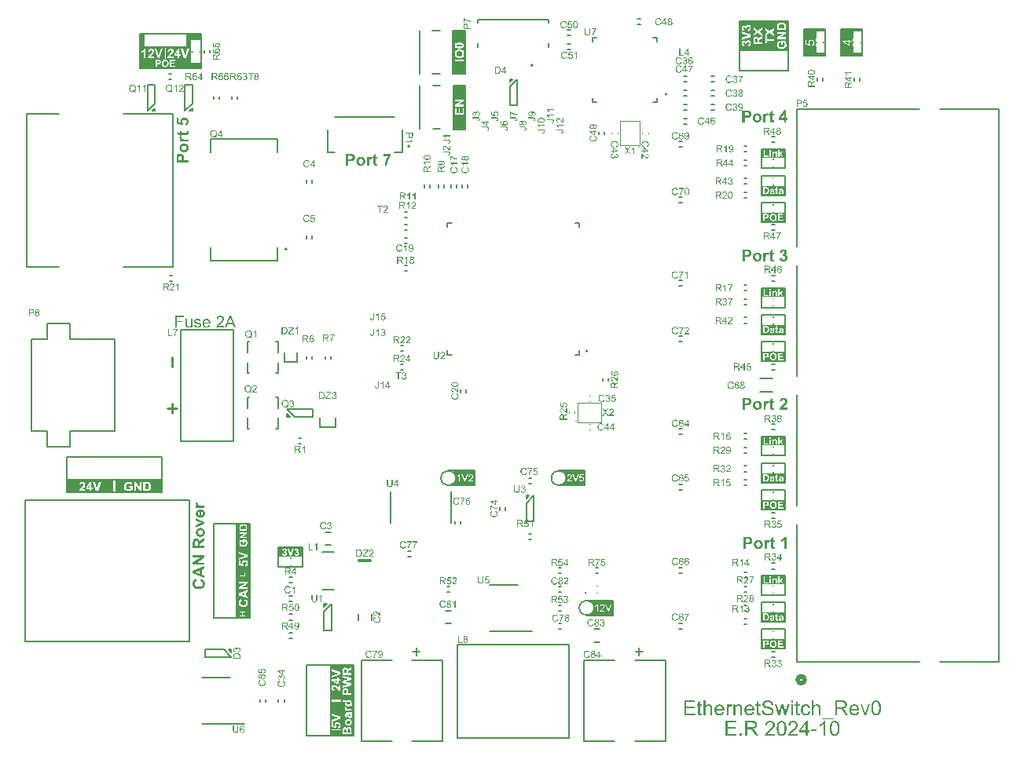
<source format=gto>
G04*
G04 #@! TF.GenerationSoftware,Altium Limited,Altium Designer,23.4.1 (23)*
G04*
G04 Layer_Color=65535*
%FSLAX44Y44*%
%MOMM*%
G71*
G04*
G04 #@! TF.SameCoordinates,71779357-5CD3-41FB-92FB-A5B7E85101D3*
G04*
G04*
G04 #@! TF.FilePolarity,Positive*
G04*
G01*
G75*
%ADD10C,0.2000*%
%ADD11C,0.5080*%
%ADD12C,0.1524*%
%ADD13C,0.1000*%
%ADD14C,0.1270*%
%ADD15C,0.1800*%
%ADD16C,0.3000*%
%ADD17C,0.1500*%
%ADD18C,0.2500*%
%ADD19R,1.2000X0.6000*%
%ADD20R,1.2000X0.7000*%
%ADD21R,1.6000X1.0000*%
%ADD22R,1.6000X1.1000*%
%ADD23R,0.4000X1.5000*%
%ADD24R,1.3000X1.4001*%
%ADD25R,1.3000X1.4999*%
%ADD26R,0.2000X1.0000*%
%ADD27R,2.2000X0.4000*%
%ADD28R,0.4000X1.0000*%
%ADD29R,0.3000X1.0000*%
%ADD30R,1.3000X0.8000*%
%ADD31R,1.3000X0.3000*%
%ADD32R,1.3000X0.9000*%
%ADD33R,1.3000X1.3000*%
%ADD34R,0.3000X0.9000*%
%ADD35R,1.4000X0.3000*%
%ADD36R,1.3000X0.3000*%
%ADD37R,1.4000X0.4000*%
%ADD38R,1.0000X1.3000*%
%ADD39R,0.9000X1.3000*%
%ADD40R,1.2000X1.3000*%
%ADD41R,1.3000X1.3000*%
%ADD42R,1.3000X1.2000*%
%ADD43R,1.3250X1.0640*%
%ADD44R,1.3250X1.0688*%
%ADD45R,1.3250X1.0462*%
%ADD46R,1.2000X0.2500*%
%ADD47R,1.1500X0.3500*%
%ADD48R,1.2000X0.3000*%
%ADD49R,2.6000X0.3000*%
%ADD50R,3.9000X0.4000*%
%ADD51R,2.6000X0.5000*%
G36*
X826826Y26903D02*
X820770D01*
Y28879D01*
X826826D01*
Y26903D01*
D02*
G37*
G36*
X835841Y22107D02*
X833876D01*
Y34611D01*
X833865Y34600D01*
X833841Y34577D01*
X833807Y34542D01*
X833749Y34496D01*
X833680Y34438D01*
X833587Y34357D01*
X833483Y34276D01*
X833379Y34184D01*
X833241Y34091D01*
X833102Y33976D01*
X832952Y33872D01*
X832790Y33744D01*
X832605Y33629D01*
X832420Y33502D01*
X832004Y33247D01*
X831992Y33236D01*
X831958Y33213D01*
X831888Y33178D01*
X831807Y33143D01*
X831715Y33086D01*
X831599Y33016D01*
X831461Y32947D01*
X831322Y32866D01*
X830999Y32704D01*
X830652Y32543D01*
X830294Y32381D01*
X829947Y32242D01*
Y34137D01*
X829970Y34149D01*
X830016Y34172D01*
X830109Y34218D01*
X830224Y34276D01*
X830363Y34345D01*
X830536Y34438D01*
X830721Y34542D01*
X830918Y34657D01*
X831137Y34796D01*
X831368Y34935D01*
X831854Y35259D01*
X832351Y35617D01*
X832824Y36010D01*
X832836Y36021D01*
X832882Y36056D01*
X832940Y36114D01*
X833021Y36195D01*
X833125Y36299D01*
X833241Y36414D01*
X833368Y36553D01*
X833506Y36692D01*
X833645Y36853D01*
X833795Y37027D01*
X834084Y37385D01*
X834350Y37766D01*
X834466Y37963D01*
X834570Y38159D01*
X835841D01*
Y22107D01*
D02*
G37*
G36*
X816841Y27735D02*
X819002D01*
Y25932D01*
X816841D01*
Y22107D01*
X814876D01*
Y25932D01*
X807942D01*
Y27735D01*
X815235Y38101D01*
X816841D01*
Y27735D01*
D02*
G37*
G36*
X801678Y38148D02*
X801840Y38136D01*
X802037Y38125D01*
X802256Y38090D01*
X802511Y38055D01*
X802776Y37998D01*
X803065Y37928D01*
X803354Y37847D01*
X803666Y37743D01*
X803967Y37616D01*
X804267Y37466D01*
X804556Y37304D01*
X804833Y37108D01*
X805099Y36876D01*
X805111Y36865D01*
X805157Y36819D01*
X805226Y36749D01*
X805307Y36645D01*
X805411Y36530D01*
X805527Y36379D01*
X805654Y36206D01*
X805781Y36010D01*
X805897Y35790D01*
X806024Y35547D01*
X806139Y35282D01*
X806243Y35004D01*
X806324Y34704D01*
X806394Y34392D01*
X806440Y34056D01*
X806451Y33710D01*
Y33698D01*
Y33664D01*
Y33617D01*
Y33548D01*
X806440Y33456D01*
X806428Y33363D01*
X806417Y33247D01*
X806405Y33120D01*
X806359Y32831D01*
X806290Y32508D01*
X806186Y32173D01*
X806059Y31826D01*
Y31814D01*
X806035Y31780D01*
X806012Y31734D01*
X805978Y31664D01*
X805943Y31583D01*
X805885Y31479D01*
X805827Y31364D01*
X805746Y31237D01*
X805666Y31098D01*
X805573Y30948D01*
X805342Y30612D01*
X805215Y30439D01*
X805076Y30254D01*
X804914Y30069D01*
X804753Y29873D01*
X804741Y29861D01*
X804706Y29827D01*
X804660Y29769D01*
X804579Y29688D01*
X804475Y29584D01*
X804348Y29457D01*
X804209Y29307D01*
X804036Y29133D01*
X803839Y28948D01*
X803608Y28740D01*
X803366Y28509D01*
X803088Y28255D01*
X802788Y27989D01*
X802464Y27700D01*
X802106Y27388D01*
X801725Y27064D01*
X801702Y27053D01*
X801644Y26995D01*
X801563Y26926D01*
X801447Y26822D01*
X801297Y26706D01*
X801147Y26568D01*
X800973Y26417D01*
X800788Y26256D01*
X800396Y25920D01*
X800211Y25747D01*
X800026Y25585D01*
X799852Y25423D01*
X799702Y25285D01*
X799563Y25158D01*
X799459Y25042D01*
X799436Y25019D01*
X799379Y24950D01*
X799286Y24846D01*
X799171Y24718D01*
X799043Y24557D01*
X798905Y24383D01*
X798766Y24187D01*
X798639Y23990D01*
X806475Y23990D01*
Y22107D01*
X795911Y22107D01*
Y22118D01*
Y22141D01*
Y22176D01*
Y22222D01*
Y22292D01*
X795923Y22361D01*
X795935Y22546D01*
X795958Y22742D01*
X795992Y22973D01*
X796050Y23216D01*
X796131Y23459D01*
Y23470D01*
X796154Y23505D01*
X796177Y23563D01*
X796212Y23644D01*
X796247Y23748D01*
X796304Y23863D01*
X796374Y23990D01*
X796443Y24129D01*
X796524Y24291D01*
X796628Y24453D01*
X796848Y24811D01*
X797113Y25192D01*
X797425Y25585D01*
X797437Y25597D01*
X797472Y25631D01*
X797518Y25689D01*
X797587Y25770D01*
X797680Y25874D01*
X797795Y25990D01*
X797922Y26128D01*
X798084Y26279D01*
X798258Y26452D01*
X798442Y26637D01*
X798650Y26833D01*
X798882Y27053D01*
X799136Y27273D01*
X799402Y27504D01*
X799691Y27746D01*
X799991Y28001D01*
X800003Y28012D01*
X800026Y28024D01*
X800060Y28058D01*
X800107Y28093D01*
X800164Y28151D01*
X800234Y28209D01*
X800407Y28359D01*
X800627Y28532D01*
X800858Y28752D01*
X801124Y28983D01*
X801401Y29237D01*
X801702Y29503D01*
X801990Y29780D01*
X802291Y30058D01*
X802568Y30347D01*
X802846Y30624D01*
X803088Y30890D01*
X803319Y31156D01*
X803504Y31398D01*
X803516Y31410D01*
X803539Y31456D01*
X803585Y31525D01*
X803655Y31606D01*
X803724Y31722D01*
X803793Y31849D01*
X803886Y31999D01*
X803967Y32161D01*
X804047Y32334D01*
X804140Y32519D01*
X804290Y32924D01*
X804348Y33132D01*
X804394Y33340D01*
X804417Y33548D01*
X804429Y33756D01*
Y33768D01*
Y33814D01*
Y33872D01*
X804417Y33953D01*
X804406Y34056D01*
X804383Y34172D01*
X804360Y34299D01*
X804325Y34438D01*
X804279Y34588D01*
X804221Y34750D01*
X804152Y34912D01*
X804071Y35073D01*
X803978Y35247D01*
X803863Y35409D01*
X803736Y35570D01*
X803585Y35721D01*
X803574Y35732D01*
X803551Y35755D01*
X803504Y35790D01*
X803435Y35848D01*
X803354Y35906D01*
X803250Y35975D01*
X803135Y36056D01*
X803007Y36125D01*
X802857Y36206D01*
X802695Y36275D01*
X802511Y36345D01*
X802326Y36403D01*
X802117Y36460D01*
X801898Y36495D01*
X801667Y36518D01*
X801424Y36530D01*
X801285Y36530D01*
X801193Y36518D01*
X801066Y36507D01*
X800927Y36484D01*
X800777Y36460D01*
X800604Y36426D01*
X800430Y36379D01*
X800245Y36322D01*
X800060Y36252D01*
X799864Y36171D01*
X799679Y36067D01*
X799494Y35952D01*
X799309Y35825D01*
X799147Y35675D01*
X799136Y35663D01*
X799113Y35640D01*
X799066Y35582D01*
X799020Y35524D01*
X798951Y35432D01*
X798882Y35328D01*
X798801Y35201D01*
X798731Y35062D01*
X798650Y34912D01*
X798569Y34727D01*
X798500Y34542D01*
X798431Y34334D01*
X798385Y34103D01*
X798338Y33860D01*
X798315Y33606D01*
X798304Y33328D01*
X796281Y33536D01*
Y33548D01*
Y33560D01*
X796293Y33594D01*
Y33640D01*
X796304Y33756D01*
X796339Y33906D01*
X796374Y34091D01*
X796420Y34311D01*
X796478Y34553D01*
X796547Y34808D01*
X796639Y35085D01*
X796743Y35362D01*
X796871Y35651D01*
X797021Y35940D01*
X797183Y36218D01*
X797379Y36484D01*
X797587Y36738D01*
X797830Y36969D01*
X797841Y36980D01*
X797888Y37015D01*
X797969Y37084D01*
X798073Y37154D01*
X798211Y37246D01*
X798373Y37350D01*
X798569Y37454D01*
X798789Y37570D01*
X799043Y37674D01*
X799309Y37778D01*
X799610Y37882D01*
X799933Y37974D01*
X800280Y38055D01*
X800650Y38113D01*
X801043Y38148D01*
X801459Y38159D01*
X801563D01*
X801678Y38148D01*
D02*
G37*
G36*
X776831Y38148D02*
X776993Y38136D01*
X777189Y38125D01*
X777409Y38090D01*
X777663Y38055D01*
X777929Y37997D01*
X778218Y37928D01*
X778507Y37847D01*
X778819Y37743D01*
X779119Y37616D01*
X779420Y37466D01*
X779708Y37304D01*
X779986Y37108D01*
X780252Y36876D01*
X780263Y36865D01*
X780310Y36819D01*
X780379Y36749D01*
X780460Y36645D01*
X780564Y36530D01*
X780679Y36379D01*
X780806Y36206D01*
X780934Y36010D01*
X781049Y35790D01*
X781176Y35547D01*
X781292Y35282D01*
X781396Y35004D01*
X781477Y34704D01*
X781546Y34392D01*
X781592Y34056D01*
X781604Y33710D01*
Y33698D01*
Y33664D01*
Y33617D01*
Y33548D01*
X781592Y33456D01*
X781581Y33363D01*
X781569Y33247D01*
X781558Y33120D01*
X781511Y32831D01*
X781442Y32508D01*
X781338Y32173D01*
X781211Y31826D01*
Y31814D01*
X781188Y31780D01*
X781165Y31734D01*
X781130Y31664D01*
X781095Y31583D01*
X781038Y31479D01*
X780980Y31364D01*
X780899Y31237D01*
X780818Y31098D01*
X780725Y30948D01*
X780494Y30612D01*
X780367Y30439D01*
X780229Y30254D01*
X780067Y30069D01*
X779905Y29873D01*
X779893Y29861D01*
X779859Y29827D01*
X779812Y29769D01*
X779732Y29688D01*
X779628Y29584D01*
X779501Y29457D01*
X779362Y29307D01*
X779188Y29133D01*
X778992Y28948D01*
X778761Y28740D01*
X778518Y28509D01*
X778241Y28255D01*
X777940Y27989D01*
X777617Y27700D01*
X777258Y27388D01*
X776877Y27064D01*
X776854Y27053D01*
X776796Y26995D01*
X776715Y26926D01*
X776600Y26822D01*
X776449Y26706D01*
X776299Y26568D01*
X776126Y26417D01*
X775941Y26256D01*
X775548Y25920D01*
X775363Y25747D01*
X775178Y25585D01*
X775005Y25423D01*
X774855Y25285D01*
X774716Y25158D01*
X774612Y25042D01*
X774589Y25019D01*
X774531Y24950D01*
X774438Y24846D01*
X774323Y24718D01*
X774196Y24557D01*
X774057Y24383D01*
X773918Y24187D01*
X773791Y23990D01*
X781627D01*
Y22107D01*
X771064D01*
Y22118D01*
Y22141D01*
Y22176D01*
Y22222D01*
Y22292D01*
X771075Y22361D01*
X771087Y22546D01*
X771110Y22742D01*
X771145Y22973D01*
X771202Y23216D01*
X771283Y23459D01*
Y23470D01*
X771307Y23505D01*
X771330Y23563D01*
X771364Y23644D01*
X771399Y23748D01*
X771457Y23863D01*
X771526Y23990D01*
X771596Y24129D01*
X771676Y24291D01*
X771780Y24453D01*
X772000Y24811D01*
X772266Y25192D01*
X772578Y25585D01*
X772589Y25597D01*
X772624Y25631D01*
X772670Y25689D01*
X772740Y25770D01*
X772832Y25874D01*
X772948Y25990D01*
X773075Y26128D01*
X773237Y26279D01*
X773410Y26452D01*
X773595Y26637D01*
X773803Y26833D01*
X774034Y27053D01*
X774288Y27273D01*
X774554Y27504D01*
X774843Y27746D01*
X775144Y28001D01*
X775155Y28012D01*
X775178Y28024D01*
X775213Y28058D01*
X775259Y28093D01*
X775317Y28151D01*
X775386Y28209D01*
X775559Y28359D01*
X775779Y28532D01*
X776010Y28752D01*
X776276Y28983D01*
X776553Y29237D01*
X776854Y29503D01*
X777143Y29780D01*
X777443Y30058D01*
X777721Y30347D01*
X777998Y30624D01*
X778241Y30890D01*
X778472Y31156D01*
X778657Y31398D01*
X778668Y31410D01*
X778691Y31456D01*
X778738Y31525D01*
X778807Y31606D01*
X778876Y31722D01*
X778946Y31849D01*
X779038Y31999D01*
X779119Y32161D01*
X779200Y32334D01*
X779292Y32519D01*
X779443Y32924D01*
X779501Y33132D01*
X779547Y33340D01*
X779570Y33548D01*
X779581Y33756D01*
Y33768D01*
Y33814D01*
Y33872D01*
X779570Y33953D01*
X779558Y34056D01*
X779535Y34172D01*
X779512Y34299D01*
X779477Y34438D01*
X779431Y34588D01*
X779373Y34750D01*
X779304Y34912D01*
X779223Y35073D01*
X779131Y35247D01*
X779015Y35409D01*
X778888Y35570D01*
X778738Y35721D01*
X778726Y35732D01*
X778703Y35755D01*
X778657Y35790D01*
X778587Y35848D01*
X778507Y35906D01*
X778403Y35975D01*
X778287Y36056D01*
X778160Y36125D01*
X778010Y36206D01*
X777848Y36275D01*
X777663Y36345D01*
X777478Y36403D01*
X777270Y36460D01*
X777050Y36495D01*
X776819Y36518D01*
X776577Y36530D01*
X776438D01*
X776345Y36518D01*
X776218Y36507D01*
X776080Y36484D01*
X775929Y36460D01*
X775756Y36426D01*
X775583Y36379D01*
X775398Y36322D01*
X775213Y36252D01*
X775016Y36171D01*
X774831Y36067D01*
X774647Y35952D01*
X774462Y35825D01*
X774300Y35675D01*
X774288Y35663D01*
X774265Y35640D01*
X774219Y35582D01*
X774173Y35524D01*
X774103Y35432D01*
X774034Y35328D01*
X773953Y35201D01*
X773884Y35062D01*
X773803Y34912D01*
X773722Y34727D01*
X773653Y34542D01*
X773583Y34334D01*
X773537Y34103D01*
X773491Y33860D01*
X773468Y33606D01*
X773456Y33328D01*
X771434Y33536D01*
Y33548D01*
Y33560D01*
X771445Y33594D01*
Y33640D01*
X771457Y33756D01*
X771491Y33906D01*
X771526Y34091D01*
X771572Y34311D01*
X771630Y34553D01*
X771700Y34808D01*
X771792Y35085D01*
X771896Y35362D01*
X772023Y35651D01*
X772173Y35940D01*
X772335Y36218D01*
X772532Y36484D01*
X772740Y36738D01*
X772982Y36969D01*
X772994Y36980D01*
X773040Y37015D01*
X773121Y37084D01*
X773225Y37154D01*
X773364Y37246D01*
X773525Y37350D01*
X773722Y37454D01*
X773942Y37570D01*
X774196Y37674D01*
X774462Y37778D01*
X774762Y37882D01*
X775086Y37974D01*
X775432Y38055D01*
X775802Y38113D01*
X776195Y38148D01*
X776611Y38159D01*
X776715D01*
X776831Y38148D01*
D02*
G37*
G36*
X757230Y38090D02*
X757415D01*
X757623Y38078D01*
X757843Y38067D01*
X758097Y38044D01*
X758351Y38021D01*
X758617Y37997D01*
X759160Y37917D01*
X759414Y37870D01*
X759669Y37812D01*
X759911Y37743D01*
X760131Y37662D01*
X760143D01*
X760177Y37639D01*
X760235Y37616D01*
X760316Y37581D01*
X760408Y37535D01*
X760512Y37466D01*
X760639Y37397D01*
X760767Y37316D01*
X760905Y37212D01*
X761056Y37108D01*
X761206Y36980D01*
X761356Y36842D01*
X761495Y36680D01*
X761645Y36518D01*
X761784Y36333D01*
X761911Y36137D01*
X761922Y36125D01*
X761945Y36091D01*
X761969Y36033D01*
X762015Y35952D01*
X762061Y35848D01*
X762119Y35721D01*
X762188Y35582D01*
X762246Y35432D01*
X762304Y35258D01*
X762373Y35073D01*
X762431Y34877D01*
X762477Y34669D01*
X762523Y34449D01*
X762558Y34218D01*
X762570Y33976D01*
X762581Y33733D01*
Y33710D01*
Y33664D01*
X762570Y33571D01*
Y33444D01*
X762546Y33305D01*
X762523Y33132D01*
X762489Y32947D01*
X762442Y32739D01*
X762385Y32519D01*
X762315Y32288D01*
X762223Y32046D01*
X762119Y31803D01*
X761992Y31560D01*
X761841Y31329D01*
X761668Y31086D01*
X761472Y30867D01*
X761460Y30855D01*
X761425Y30821D01*
X761356Y30763D01*
X761264Y30682D01*
X761148Y30589D01*
X760998Y30485D01*
X760836Y30370D01*
X760639Y30243D01*
X760408Y30116D01*
X760166Y29988D01*
X759877Y29873D01*
X759576Y29746D01*
X759241Y29642D01*
X758883Y29538D01*
X758490Y29457D01*
X758074Y29388D01*
X758085D01*
X758109Y29364D01*
X758155Y29353D01*
X758213Y29318D01*
X758282Y29283D01*
X758363Y29237D01*
X758548Y29133D01*
X758756Y29018D01*
X758964Y28879D01*
X759160Y28740D01*
X759345Y28590D01*
X759357Y28579D01*
X759391Y28555D01*
X759437Y28498D01*
X759507Y28440D01*
X759588Y28347D01*
X759680Y28255D01*
X759796Y28139D01*
X759911Y28001D01*
X760039Y27850D01*
X760177Y27689D01*
X760327Y27515D01*
X760478Y27330D01*
X760628Y27122D01*
X760790Y26914D01*
X761102Y26452D01*
X763864Y22107D01*
X761217D01*
X759102Y25435D01*
X759091Y25447D01*
X759056Y25493D01*
X759010Y25574D01*
X758952Y25666D01*
X758871Y25793D01*
X758779Y25932D01*
X758675Y26082D01*
X758571Y26244D01*
X758328Y26602D01*
X758074Y26972D01*
X757820Y27319D01*
X757692Y27481D01*
X757577Y27631D01*
X757565Y27642D01*
X757554Y27666D01*
X757519Y27700D01*
X757473Y27758D01*
X757357Y27897D01*
X757219Y28058D01*
X757045Y28232D01*
X756872Y28417D01*
X756687Y28579D01*
X756502Y28706D01*
X756479Y28717D01*
X756421Y28752D01*
X756329Y28810D01*
X756202Y28867D01*
X756063Y28937D01*
X755901Y29018D01*
X755728Y29075D01*
X755543Y29133D01*
X755531D01*
X755473Y29145D01*
X755381Y29156D01*
X755265Y29179D01*
X755104Y29191D01*
X754896Y29203D01*
X754653Y29214D01*
X751914D01*
Y22107D01*
X749799D01*
Y38101D01*
X757091D01*
X757230Y38090D01*
D02*
G37*
G36*
X746101Y22107D02*
X743870D01*
Y24337D01*
X746101D01*
Y22107D01*
D02*
G37*
G36*
X740265Y36218D02*
X730822D01*
Y31318D01*
X739663D01*
Y29434D01*
X730822D01*
Y23990D01*
X740634D01*
Y22107D01*
X728708D01*
Y38101D01*
X740265D01*
Y36218D01*
D02*
G37*
G36*
X846300Y38148D02*
X846404D01*
X846543Y38136D01*
X846681Y38113D01*
X846843Y38090D01*
X847190Y38032D01*
X847571Y37940D01*
X847964Y37812D01*
X848149Y37732D01*
X848334Y37639D01*
X848345D01*
X848380Y37616D01*
X848426Y37581D01*
X848496Y37547D01*
X848577Y37489D01*
X848669Y37420D01*
X848785Y37350D01*
X848900Y37258D01*
X849155Y37050D01*
X849420Y36784D01*
X849686Y36484D01*
X849929Y36137D01*
X849940Y36125D01*
X849952Y36091D01*
X849987Y36033D01*
X850033Y35963D01*
X850091Y35871D01*
X850148Y35755D01*
X850218Y35628D01*
X850287Y35478D01*
X850368Y35316D01*
X850449Y35131D01*
X850530Y34935D01*
X850622Y34727D01*
X850703Y34507D01*
X850772Y34276D01*
X850853Y34022D01*
X850923Y33768D01*
Y33756D01*
X850934Y33698D01*
X850957Y33629D01*
X850981Y33513D01*
X851004Y33375D01*
X851038Y33201D01*
X851073Y33005D01*
X851108Y32774D01*
X851142Y32519D01*
X851177Y32231D01*
X851212Y31918D01*
X851235Y31583D01*
X851258Y31225D01*
X851281Y30832D01*
X851293Y30428D01*
Y29989D01*
Y29977D01*
Y29954D01*
Y29919D01*
Y29861D01*
Y29804D01*
Y29723D01*
X851281Y29630D01*
Y29526D01*
X851269Y29283D01*
X851258Y29006D01*
X851246Y28706D01*
X851223Y28370D01*
X851189Y28012D01*
X851154Y27642D01*
X851050Y26891D01*
X850981Y26510D01*
X850900Y26140D01*
X850807Y25782D01*
X850703Y25447D01*
X850692Y25423D01*
X850680Y25366D01*
X850645Y25285D01*
X850599Y25158D01*
X850530Y25019D01*
X850461Y24846D01*
X850368Y24661D01*
X850275Y24464D01*
X850160Y24256D01*
X850021Y24037D01*
X849883Y23817D01*
X849732Y23586D01*
X849559Y23366D01*
X849374Y23158D01*
X849178Y22962D01*
X848970Y22777D01*
X848958Y22765D01*
X848912Y22742D01*
X848854Y22696D01*
X848762Y22627D01*
X848646Y22557D01*
X848519Y22476D01*
X848357Y22396D01*
X848184Y22315D01*
X847976Y22222D01*
X847756Y22141D01*
X847525Y22060D01*
X847271Y21991D01*
X846993Y21933D01*
X846704Y21887D01*
X846404Y21852D01*
X846080Y21841D01*
X845976D01*
X845861Y21852D01*
X845699Y21864D01*
X845502Y21887D01*
X845271Y21933D01*
X845029Y21979D01*
X844751Y22049D01*
X844462Y22130D01*
X844173Y22245D01*
X843873Y22372D01*
X843561Y22534D01*
X843260Y22719D01*
X842971Y22939D01*
X842694Y23193D01*
X842440Y23482D01*
Y23493D01*
X842428Y23505D01*
X842405Y23540D01*
X842371Y23574D01*
X842336Y23632D01*
X842290Y23702D01*
X842243Y23771D01*
X842197Y23863D01*
X842139Y23967D01*
X842070Y24083D01*
X842012Y24210D01*
X841943Y24349D01*
X841874Y24510D01*
X841804Y24672D01*
X841723Y24857D01*
X841654Y25042D01*
X841585Y25250D01*
X841504Y25470D01*
X841434Y25701D01*
X841365Y25955D01*
X841296Y26209D01*
X841238Y26487D01*
X841169Y26764D01*
X841111Y27076D01*
X841065Y27388D01*
X841018Y27712D01*
X840972Y28058D01*
X840938Y28417D01*
X840903Y28786D01*
X840891Y29168D01*
X840868Y29572D01*
Y29989D01*
Y30000D01*
Y30023D01*
Y30058D01*
Y30116D01*
Y30185D01*
Y30266D01*
X840880Y30358D01*
Y30462D01*
X840891Y30693D01*
X840903Y30971D01*
X840914Y31283D01*
X840938Y31618D01*
X840972Y31976D01*
X841007Y32346D01*
X841111Y33109D01*
X841180Y33490D01*
X841261Y33860D01*
X841342Y34218D01*
X841446Y34553D01*
X841458Y34577D01*
X841469Y34634D01*
X841504Y34715D01*
X841550Y34842D01*
X841619Y34981D01*
X841689Y35154D01*
X841781Y35339D01*
X841885Y35536D01*
X841989Y35744D01*
X842128Y35963D01*
X842266Y36195D01*
X842417Y36414D01*
X842590Y36634D01*
X842775Y36842D01*
X842971Y37038D01*
X843179Y37223D01*
X843191Y37235D01*
X843237Y37269D01*
X843295Y37316D01*
X843388Y37373D01*
X843503Y37443D01*
X843642Y37524D01*
X843792Y37604D01*
X843977Y37697D01*
X844173Y37778D01*
X844393Y37859D01*
X844636Y37940D01*
X844890Y38009D01*
X845167Y38078D01*
X845456Y38125D01*
X845757Y38148D01*
X846080Y38159D01*
X846208D01*
X846300Y38148D01*
D02*
G37*
G36*
X789162Y38148D02*
X789266D01*
X789405Y38136D01*
X789544Y38113D01*
X789705Y38090D01*
X790052Y38032D01*
X790433Y37940D01*
X790826Y37812D01*
X791011Y37732D01*
X791196Y37639D01*
X791208D01*
X791242Y37616D01*
X791289Y37581D01*
X791358Y37547D01*
X791439Y37489D01*
X791531Y37420D01*
X791647Y37350D01*
X791762Y37258D01*
X792017Y37050D01*
X792282Y36784D01*
X792548Y36484D01*
X792791Y36137D01*
X792803Y36125D01*
X792814Y36091D01*
X792849Y36033D01*
X792895Y35963D01*
X792953Y35871D01*
X793011Y35755D01*
X793080Y35628D01*
X793149Y35478D01*
X793230Y35316D01*
X793311Y35131D01*
X793392Y34935D01*
X793484Y34727D01*
X793565Y34507D01*
X793635Y34276D01*
X793716Y34022D01*
X793785Y33768D01*
Y33756D01*
X793796Y33698D01*
X793820Y33629D01*
X793843Y33513D01*
X793866Y33375D01*
X793901Y33201D01*
X793935Y33005D01*
X793970Y32774D01*
X794005Y32519D01*
X794039Y32231D01*
X794074Y31918D01*
X794097Y31583D01*
X794120Y31225D01*
X794143Y30832D01*
X794155Y30428D01*
Y29988D01*
Y29977D01*
Y29954D01*
Y29919D01*
Y29861D01*
Y29804D01*
Y29723D01*
X794143Y29630D01*
Y29526D01*
X794132Y29283D01*
X794120Y29006D01*
X794109Y28706D01*
X794085Y28370D01*
X794051Y28012D01*
X794016Y27642D01*
X793912Y26891D01*
X793843Y26510D01*
X793762Y26140D01*
X793669Y25782D01*
X793565Y25447D01*
X793554Y25423D01*
X793542Y25366D01*
X793508Y25285D01*
X793461Y25158D01*
X793392Y25019D01*
X793323Y24846D01*
X793230Y24661D01*
X793138Y24464D01*
X793022Y24256D01*
X792884Y24037D01*
X792745Y23817D01*
X792595Y23586D01*
X792421Y23366D01*
X792236Y23158D01*
X792040Y22962D01*
X791832Y22777D01*
X791820Y22765D01*
X791774Y22742D01*
X791716Y22696D01*
X791624Y22627D01*
X791508Y22557D01*
X791381Y22476D01*
X791219Y22396D01*
X791046Y22315D01*
X790838Y22222D01*
X790618Y22141D01*
X790387Y22060D01*
X790133Y21991D01*
X789855Y21933D01*
X789567Y21887D01*
X789266Y21852D01*
X788942Y21841D01*
X788839D01*
X788723Y21852D01*
X788561Y21864D01*
X788365Y21887D01*
X788134Y21933D01*
X787891Y21979D01*
X787614Y22049D01*
X787325Y22130D01*
X787036Y22245D01*
X786735Y22372D01*
X786423Y22534D01*
X786123Y22719D01*
X785834Y22939D01*
X785556Y23193D01*
X785302Y23482D01*
Y23493D01*
X785291Y23505D01*
X785267Y23540D01*
X785233Y23574D01*
X785198Y23632D01*
X785152Y23701D01*
X785106Y23771D01*
X785059Y23863D01*
X785002Y23967D01*
X784932Y24083D01*
X784874Y24210D01*
X784805Y24349D01*
X784736Y24510D01*
X784667Y24672D01*
X784586Y24857D01*
X784516Y25042D01*
X784447Y25250D01*
X784366Y25470D01*
X784297Y25701D01*
X784227Y25955D01*
X784158Y26209D01*
X784100Y26487D01*
X784031Y26764D01*
X783973Y27076D01*
X783927Y27388D01*
X783881Y27712D01*
X783834Y28058D01*
X783800Y28417D01*
X783765Y28786D01*
X783753Y29168D01*
X783730Y29572D01*
Y29988D01*
Y30000D01*
Y30023D01*
Y30058D01*
Y30116D01*
Y30185D01*
Y30266D01*
X783742Y30358D01*
Y30462D01*
X783753Y30693D01*
X783765Y30971D01*
X783777Y31283D01*
X783800Y31618D01*
X783834Y31976D01*
X783869Y32346D01*
X783973Y33109D01*
X784042Y33490D01*
X784123Y33860D01*
X784204Y34218D01*
X784308Y34553D01*
X784320Y34577D01*
X784331Y34634D01*
X784366Y34715D01*
X784412Y34842D01*
X784482Y34981D01*
X784551Y35154D01*
X784643Y35339D01*
X784747Y35536D01*
X784851Y35744D01*
X784990Y35963D01*
X785129Y36195D01*
X785279Y36414D01*
X785452Y36634D01*
X785637Y36842D01*
X785834Y37038D01*
X786042Y37223D01*
X786053Y37235D01*
X786099Y37269D01*
X786157Y37316D01*
X786250Y37373D01*
X786365Y37443D01*
X786504Y37524D01*
X786654Y37604D01*
X786839Y37697D01*
X787036Y37778D01*
X787255Y37859D01*
X787498Y37940D01*
X787752Y38009D01*
X788029Y38078D01*
X788318Y38125D01*
X788619Y38148D01*
X788942Y38159D01*
X789070D01*
X789162Y38148D01*
D02*
G37*
G36*
X801164Y57824D02*
X799199D01*
Y60078D01*
X801164D01*
Y57824D01*
D02*
G37*
G36*
X774225Y60343D02*
X774375D01*
X774560Y60320D01*
X774756Y60309D01*
X774987Y60286D01*
X775219Y60251D01*
X775473Y60216D01*
X775993Y60112D01*
X776270Y60043D01*
X776536Y59974D01*
X776802Y59881D01*
X777056Y59777D01*
X777068Y59766D01*
X777114Y59754D01*
X777183Y59720D01*
X777276Y59673D01*
X777391Y59616D01*
X777518Y59535D01*
X777669Y59454D01*
X777819Y59350D01*
X777992Y59246D01*
X778154Y59118D01*
X778327Y58980D01*
X778501Y58830D01*
X778674Y58668D01*
X778836Y58483D01*
X778998Y58298D01*
X779136Y58090D01*
X779148Y58078D01*
X779171Y58044D01*
X779206Y57974D01*
X779252Y57894D01*
X779310Y57789D01*
X779379Y57662D01*
X779437Y57524D01*
X779518Y57362D01*
X779587Y57189D01*
X779657Y56992D01*
X779726Y56784D01*
X779784Y56564D01*
X779841Y56333D01*
X779888Y56091D01*
X779911Y55836D01*
X779934Y55582D01*
X777900Y55432D01*
Y55455D01*
X777888Y55501D01*
X777877Y55582D01*
X777854Y55686D01*
X777831Y55802D01*
X777796Y55952D01*
X777750Y56114D01*
X777692Y56287D01*
X777634Y56472D01*
X777553Y56657D01*
X777461Y56842D01*
X777357Y57038D01*
X777241Y57223D01*
X777102Y57396D01*
X776952Y57570D01*
X776790Y57720D01*
X776779Y57732D01*
X776744Y57755D01*
X776698Y57789D01*
X776617Y57847D01*
X776513Y57905D01*
X776397Y57963D01*
X776259Y58032D01*
X776097Y58113D01*
X775912Y58182D01*
X775704Y58252D01*
X775473Y58309D01*
X775230Y58379D01*
X774953Y58425D01*
X774664Y58460D01*
X774352Y58483D01*
X774017Y58494D01*
X773832D01*
X773705Y58483D01*
X773543Y58471D01*
X773370Y58460D01*
X773161Y58437D01*
X772953Y58402D01*
X772491Y58321D01*
X772260Y58263D01*
X772029Y58194D01*
X771809Y58113D01*
X771590Y58021D01*
X771393Y57917D01*
X771220Y57789D01*
X771208Y57778D01*
X771185Y57755D01*
X771139Y57720D01*
X771081Y57662D01*
X771023Y57593D01*
X770943Y57512D01*
X770873Y57420D01*
X770792Y57316D01*
X770711Y57200D01*
X770630Y57061D01*
X770492Y56772D01*
X770434Y56622D01*
X770388Y56449D01*
X770365Y56276D01*
X770353Y56091D01*
Y56079D01*
Y56056D01*
Y56010D01*
X770365Y55952D01*
X770376Y55871D01*
X770388Y55790D01*
X770434Y55594D01*
X770503Y55363D01*
X770607Y55131D01*
X770677Y55004D01*
X770769Y54889D01*
X770862Y54773D01*
X770966Y54669D01*
X770977Y54658D01*
X771000Y54646D01*
X771035Y54611D01*
X771104Y54577D01*
X771185Y54519D01*
X771301Y54461D01*
X771428Y54392D01*
X771590Y54311D01*
X771786Y54230D01*
X772006Y54137D01*
X772272Y54045D01*
X772561Y53941D01*
X772896Y53837D01*
X773266Y53733D01*
X773681Y53629D01*
X774144Y53513D01*
X774155D01*
X774178Y53502D01*
X774213D01*
X774259Y53490D01*
X774317Y53479D01*
X774387Y53456D01*
X774560Y53421D01*
X774768Y53363D01*
X775011Y53305D01*
X775276Y53247D01*
X775554Y53167D01*
X776143Y53016D01*
X776432Y52936D01*
X776721Y52843D01*
X776998Y52762D01*
X777253Y52670D01*
X777484Y52589D01*
X777680Y52508D01*
X777692Y52496D01*
X777738Y52473D01*
X777819Y52439D01*
X777911Y52392D01*
X778027Y52323D01*
X778154Y52254D01*
X778304Y52161D01*
X778466Y52057D01*
X778628Y51953D01*
X778801Y51826D01*
X779148Y51549D01*
X779472Y51225D01*
X779610Y51052D01*
X779749Y50867D01*
X779761Y50855D01*
X779784Y50821D01*
X779807Y50763D01*
X779853Y50693D01*
X779899Y50601D01*
X779957Y50485D01*
X780026Y50358D01*
X780084Y50220D01*
X780142Y50058D01*
X780211Y49885D01*
X780269Y49700D01*
X780315Y49492D01*
X780361Y49283D01*
X780396Y49064D01*
X780408Y48844D01*
X780419Y48602D01*
Y48590D01*
Y48544D01*
Y48474D01*
X780408Y48382D01*
X780396Y48267D01*
X780385Y48139D01*
X780361Y47989D01*
X780327Y47816D01*
X780292Y47642D01*
X780234Y47446D01*
X780176Y47249D01*
X780107Y47041D01*
X780026Y46833D01*
X779922Y46614D01*
X779807Y46406D01*
X779680Y46186D01*
X779668Y46175D01*
X779645Y46140D01*
X779599Y46082D01*
X779541Y46001D01*
X779472Y45909D01*
X779379Y45793D01*
X779275Y45678D01*
X779148Y45551D01*
X779009Y45412D01*
X778848Y45273D01*
X778674Y45123D01*
X778489Y44973D01*
X778293Y44834D01*
X778073Y44695D01*
X777842Y44568D01*
X777588Y44441D01*
X777576Y44430D01*
X777530Y44418D01*
X777449Y44383D01*
X777345Y44349D01*
X777218Y44302D01*
X777068Y44245D01*
X776894Y44187D01*
X776698Y44129D01*
X776478Y44071D01*
X776236Y44014D01*
X775981Y43967D01*
X775715Y43910D01*
X775438Y43875D01*
X775138Y43840D01*
X774826Y43829D01*
X774514Y43817D01*
X774306D01*
X774155Y43829D01*
X773970Y43840D01*
X773751Y43852D01*
X773508Y43875D01*
X773242Y43898D01*
X772965Y43933D01*
X772676Y43967D01*
X772064Y44083D01*
X771751Y44152D01*
X771451Y44233D01*
X771151Y44337D01*
X770873Y44441D01*
X770862Y44453D01*
X770804Y44476D01*
X770734Y44510D01*
X770630Y44557D01*
X770503Y44626D01*
X770365Y44707D01*
X770203Y44811D01*
X770041Y44915D01*
X769856Y45042D01*
X769671Y45181D01*
X769475Y45343D01*
X769290Y45516D01*
X769093Y45701D01*
X768908Y45897D01*
X768735Y46117D01*
X768573Y46348D01*
X768562Y46360D01*
X768539Y46406D01*
X768492Y46475D01*
X768446Y46568D01*
X768377Y46695D01*
X768307Y46833D01*
X768227Y46995D01*
X768157Y47180D01*
X768076Y47388D01*
X767996Y47608D01*
X767926Y47850D01*
X767857Y48093D01*
X767799Y48359D01*
X767753Y48636D01*
X767718Y48925D01*
X767707Y49226D01*
X769706Y49399D01*
Y49387D01*
X769717Y49341D01*
Y49283D01*
X769741Y49203D01*
X769752Y49099D01*
X769775Y48972D01*
X769810Y48844D01*
X769845Y48694D01*
X769926Y48382D01*
X770041Y48047D01*
X770180Y47723D01*
X770353Y47411D01*
X770365Y47400D01*
X770376Y47377D01*
X770411Y47342D01*
X770457Y47284D01*
X770503Y47215D01*
X770573Y47145D01*
X770654Y47064D01*
X770746Y46972D01*
X770850Y46880D01*
X770977Y46776D01*
X771104Y46672D01*
X771255Y46568D01*
X771405Y46464D01*
X771578Y46360D01*
X771763Y46267D01*
X771960Y46175D01*
X771971D01*
X772006Y46151D01*
X772075Y46128D01*
X772156Y46105D01*
X772260Y46071D01*
X772376Y46024D01*
X772526Y45978D01*
X772676Y45943D01*
X772849Y45897D01*
X773046Y45851D01*
X773242Y45816D01*
X773462Y45770D01*
X773924Y45724D01*
X774421Y45701D01*
X774537D01*
X774629Y45712D01*
X774733D01*
X774849Y45724D01*
X774987Y45736D01*
X775138Y45747D01*
X775473Y45793D01*
X775831Y45851D01*
X776189Y45943D01*
X776548Y46059D01*
X776559D01*
X776594Y46071D01*
X776640Y46094D01*
X776698Y46128D01*
X776779Y46163D01*
X776860Y46209D01*
X777068Y46313D01*
X777287Y46452D01*
X777518Y46625D01*
X777738Y46822D01*
X777923Y47041D01*
Y47053D01*
X777946Y47076D01*
X777969Y47111D01*
X777992Y47157D01*
X778027Y47215D01*
X778073Y47284D01*
X778154Y47457D01*
X778235Y47654D01*
X778316Y47885D01*
X778362Y48151D01*
X778385Y48417D01*
Y48428D01*
Y48451D01*
Y48486D01*
X778374Y48544D01*
Y48613D01*
X778362Y48682D01*
X778327Y48867D01*
X778281Y49064D01*
X778200Y49283D01*
X778085Y49503D01*
X777934Y49723D01*
Y49734D01*
X777911Y49746D01*
X777854Y49815D01*
X777738Y49919D01*
X777669Y49988D01*
X777588Y50058D01*
X777495Y50127D01*
X777391Y50208D01*
X777276Y50289D01*
X777137Y50370D01*
X776998Y50451D01*
X776837Y50532D01*
X776675Y50601D01*
X776490Y50682D01*
X776478D01*
X776455Y50693D01*
X776421Y50705D01*
X776351Y50728D01*
X776270Y50751D01*
X776178Y50786D01*
X776051Y50821D01*
X775900Y50867D01*
X775715Y50925D01*
X775519Y50982D01*
X775288Y51040D01*
X775022Y51109D01*
X774733Y51190D01*
X774398Y51271D01*
X774040Y51364D01*
X773647Y51456D01*
X773635D01*
X773624Y51468D01*
X773589D01*
X773554Y51479D01*
X773439Y51514D01*
X773289Y51549D01*
X773115Y51595D01*
X772907Y51653D01*
X772676Y51711D01*
X772445Y51780D01*
X771936Y51930D01*
X771428Y52103D01*
X771185Y52196D01*
X770954Y52288D01*
X770758Y52369D01*
X770573Y52462D01*
X770561Y52473D01*
X770526Y52485D01*
X770469Y52519D01*
X770388Y52566D01*
X770295Y52624D01*
X770180Y52704D01*
X770064Y52785D01*
X769926Y52878D01*
X769648Y53086D01*
X769371Y53340D01*
X769093Y53629D01*
X768978Y53791D01*
X768862Y53952D01*
X768851Y53964D01*
X768839Y53999D01*
X768816Y54045D01*
X768781Y54114D01*
X768735Y54195D01*
X768689Y54288D01*
X768643Y54403D01*
X768585Y54530D01*
X768539Y54681D01*
X768481Y54831D01*
X768400Y55166D01*
X768331Y55536D01*
X768319Y55732D01*
X768307Y55940D01*
Y55952D01*
Y55998D01*
Y56056D01*
X768319Y56148D01*
X768331Y56252D01*
X768342Y56379D01*
X768365Y56518D01*
X768388Y56680D01*
X768435Y56853D01*
X768469Y57027D01*
X768527Y57212D01*
X768596Y57408D01*
X768677Y57604D01*
X768770Y57801D01*
X768874Y58009D01*
X768989Y58205D01*
X769001Y58217D01*
X769024Y58252D01*
X769059Y58309D01*
X769117Y58379D01*
X769186Y58471D01*
X769278Y58564D01*
X769382Y58679D01*
X769498Y58795D01*
X769625Y58922D01*
X769775Y59061D01*
X769937Y59188D01*
X770122Y59327D01*
X770318Y59454D01*
X770526Y59581D01*
X770746Y59696D01*
X770989Y59800D01*
X771000Y59812D01*
X771047Y59823D01*
X771116Y59847D01*
X771220Y59893D01*
X771347Y59928D01*
X771486Y59974D01*
X771659Y60031D01*
X771855Y60078D01*
X772064Y60135D01*
X772283Y60182D01*
X772526Y60228D01*
X772780Y60274D01*
X773057Y60309D01*
X773335Y60332D01*
X773624Y60343D01*
X773924Y60355D01*
X774098D01*
X774225Y60343D01*
D02*
G37*
G36*
X742824Y55917D02*
X742940Y55906D01*
X743055Y55894D01*
X743194Y55883D01*
X743483Y55836D01*
X743807Y55767D01*
X744142Y55675D01*
X744477Y55547D01*
X744489D01*
X744512Y55536D01*
X744558Y55513D01*
X744627Y55478D01*
X744697Y55443D01*
X744778Y55397D01*
X744974Y55282D01*
X745182Y55143D01*
X745402Y54970D01*
X745610Y54773D01*
X745795Y54553D01*
Y54542D01*
X745818Y54530D01*
X745841Y54496D01*
X745864Y54449D01*
X745899Y54392D01*
X745945Y54322D01*
X746037Y54149D01*
X746141Y53941D01*
X746234Y53687D01*
X746326Y53409D01*
X746407Y53109D01*
Y53097D01*
Y53086D01*
X746419Y53051D01*
X746430Y53005D01*
Y52947D01*
X746442Y52866D01*
X746453Y52774D01*
X746465Y52670D01*
X746476Y52543D01*
X746488Y52404D01*
X746499Y52254D01*
Y52080D01*
X746511Y51884D01*
X746523Y51676D01*
Y51445D01*
Y51202D01*
Y44083D01*
X744558D01*
Y51121D01*
Y51133D01*
Y51179D01*
Y51237D01*
Y51318D01*
X744546Y51421D01*
Y51537D01*
X744535Y51664D01*
Y51791D01*
X744500Y52092D01*
X744465Y52381D01*
X744408Y52670D01*
X744373Y52797D01*
X744327Y52912D01*
Y52924D01*
X744315Y52936D01*
X744304Y52970D01*
X744280Y53016D01*
X744223Y53120D01*
X744142Y53259D01*
X744026Y53409D01*
X743888Y53571D01*
X743714Y53733D01*
X743506Y53872D01*
X743495D01*
X743483Y53883D01*
X743448Y53906D01*
X743402Y53929D01*
X743287Y53987D01*
X743125Y54057D01*
X742917Y54114D01*
X742686Y54172D01*
X742431Y54218D01*
X742142Y54230D01*
X742015D01*
X741934Y54218D01*
X741819Y54207D01*
X741692Y54184D01*
X741553Y54160D01*
X741403Y54126D01*
X741229Y54091D01*
X741056Y54033D01*
X740883Y53976D01*
X740698Y53895D01*
X740513Y53802D01*
X740328Y53698D01*
X740143Y53571D01*
X739970Y53432D01*
X739958Y53421D01*
X739935Y53398D01*
X739889Y53340D01*
X739831Y53271D01*
X739762Y53178D01*
X739681Y53063D01*
X739600Y52924D01*
X739519Y52751D01*
X739438Y52566D01*
X739357Y52346D01*
X739276Y52092D01*
X739207Y51814D01*
X739149Y51514D01*
X739103Y51179D01*
X739080Y50809D01*
X739068Y50405D01*
Y44083D01*
X737104D01*
Y55675D01*
X738872D01*
Y54022D01*
X738883Y54045D01*
X738930Y54103D01*
X739010Y54195D01*
X739103Y54322D01*
X739242Y54461D01*
X739403Y54623D01*
X739588Y54796D01*
X739808Y54981D01*
X740051Y55154D01*
X740328Y55328D01*
X740629Y55490D01*
X740964Y55628D01*
X741322Y55755D01*
X741703Y55848D01*
X742119Y55906D01*
X742559Y55929D01*
X742732D01*
X742824Y55917D01*
D02*
G37*
G36*
X734087D02*
X734180Y55906D01*
X734284Y55894D01*
X734399Y55871D01*
X734538Y55848D01*
X734688Y55813D01*
X734850Y55778D01*
X735185Y55663D01*
X735370Y55594D01*
X735555Y55501D01*
X735740Y55409D01*
X735936Y55293D01*
X735243Y53479D01*
X735231D01*
X735208Y53502D01*
X735174Y53513D01*
X735116Y53548D01*
X735058Y53571D01*
X734977Y53606D01*
X734792Y53687D01*
X734584Y53768D01*
X734342Y53825D01*
X734076Y53872D01*
X733810Y53895D01*
X733706D01*
X733579Y53872D01*
X733428Y53849D01*
X733255Y53802D01*
X733059Y53733D01*
X732862Y53629D01*
X732666Y53502D01*
X732643Y53479D01*
X732585Y53432D01*
X732492Y53340D01*
X732388Y53224D01*
X732261Y53074D01*
X732146Y52889D01*
X732030Y52670D01*
X731938Y52427D01*
Y52415D01*
X731926Y52381D01*
X731903Y52323D01*
X731891Y52242D01*
X731868Y52150D01*
X731834Y52034D01*
X731811Y51895D01*
X731776Y51757D01*
X731741Y51583D01*
X731718Y51410D01*
X731695Y51225D01*
X731660Y51029D01*
X731626Y50601D01*
X731614Y50139D01*
Y44083D01*
X729649D01*
Y55675D01*
X731418D01*
Y53895D01*
X731429Y53906D01*
X731452Y53952D01*
X731487Y54010D01*
X731533Y54091D01*
X731591Y54195D01*
X731660Y54311D01*
X731822Y54565D01*
X732019Y54831D01*
X732227Y55108D01*
X732331Y55224D01*
X732435Y55339D01*
X732550Y55443D01*
X732654Y55524D01*
X732666D01*
X732677Y55547D01*
X732712Y55559D01*
X732758Y55594D01*
X732874Y55651D01*
X733024Y55732D01*
X733221Y55802D01*
X733428Y55871D01*
X733660Y55917D01*
X733914Y55929D01*
X734018D01*
X734087Y55917D01*
D02*
G37*
G36*
X815217Y55917D02*
X815344D01*
X815506Y55894D01*
X815691Y55883D01*
X815899Y55848D01*
X816130Y55813D01*
X816373Y55755D01*
X816616Y55698D01*
X816870Y55617D01*
X817136Y55524D01*
X817390Y55420D01*
X817644Y55282D01*
X817887Y55143D01*
X818118Y54970D01*
X818130Y54958D01*
X818176Y54923D01*
X818234Y54865D01*
X818315Y54796D01*
X818407Y54692D01*
X818523Y54577D01*
X818638Y54438D01*
X818765Y54276D01*
X818893Y54091D01*
X819020Y53883D01*
X819158Y53664D01*
X819274Y53421D01*
X819401Y53167D01*
X819505Y52878D01*
X819597Y52589D01*
X819667Y52265D01*
X817760Y51976D01*
Y51988D01*
X817748Y52023D01*
X817725Y52092D01*
X817702Y52161D01*
X817679Y52265D01*
X817633Y52369D01*
X817587Y52496D01*
X817540Y52624D01*
X817402Y52912D01*
X817228Y53201D01*
X817032Y53479D01*
X816916Y53606D01*
X816789Y53721D01*
X816778Y53733D01*
X816754Y53745D01*
X816720Y53779D01*
X816662Y53814D01*
X816604Y53860D01*
X816523Y53906D01*
X816431Y53964D01*
X816315Y54022D01*
X816073Y54126D01*
X815795Y54218D01*
X815472Y54288D01*
X815298Y54299D01*
X815113Y54311D01*
X815044D01*
X814975Y54299D01*
X814871D01*
X814743Y54276D01*
X814593Y54253D01*
X814432Y54218D01*
X814258Y54184D01*
X814073Y54126D01*
X813877Y54057D01*
X813680Y53964D01*
X813472Y53860D01*
X813276Y53745D01*
X813079Y53594D01*
X812894Y53432D01*
X812710Y53247D01*
X812698Y53236D01*
X812675Y53201D01*
X812629Y53132D01*
X812571Y53051D01*
X812490Y52936D01*
X812421Y52785D01*
X812328Y52624D01*
X812247Y52427D01*
X812166Y52207D01*
X812074Y51965D01*
X812004Y51687D01*
X811935Y51375D01*
X811866Y51052D01*
X811820Y50693D01*
X811796Y50300D01*
X811785Y49885D01*
Y49873D01*
Y49861D01*
Y49827D01*
Y49780D01*
X811796Y49665D01*
Y49503D01*
X811808Y49307D01*
X811831Y49087D01*
X811854Y48844D01*
X811900Y48590D01*
X811947Y48313D01*
X812004Y48035D01*
X812074Y47746D01*
X812166Y47469D01*
X812259Y47203D01*
X812386Y46949D01*
X812513Y46706D01*
X812675Y46498D01*
X812686Y46487D01*
X812721Y46452D01*
X812767Y46406D01*
X812837Y46336D01*
X812929Y46256D01*
X813033Y46163D01*
X813160Y46071D01*
X813299Y45978D01*
X813461Y45874D01*
X813634Y45782D01*
X813830Y45689D01*
X814039Y45608D01*
X814258Y45539D01*
X814489Y45493D01*
X814743Y45458D01*
X815009Y45447D01*
X815125D01*
X815206Y45458D01*
X815298Y45470D01*
X815414Y45481D01*
X815541Y45504D01*
X815680Y45539D01*
X815992Y45620D01*
X816153Y45678D01*
X816315Y45747D01*
X816477Y45828D01*
X816639Y45920D01*
X816789Y46024D01*
X816939Y46151D01*
X816951Y46163D01*
X816974Y46186D01*
X817009Y46232D01*
X817066Y46290D01*
X817124Y46360D01*
X817194Y46452D01*
X817274Y46568D01*
X817355Y46695D01*
X817436Y46833D01*
X817517Y46995D01*
X817598Y47169D01*
X817679Y47377D01*
X817760Y47585D01*
X817818Y47816D01*
X817876Y48070D01*
X817922Y48336D01*
X819852Y48070D01*
Y48047D01*
X819840Y47978D01*
X819817Y47874D01*
X819782Y47735D01*
X819736Y47573D01*
X819678Y47377D01*
X819609Y47169D01*
X819528Y46926D01*
X819424Y46683D01*
X819308Y46429D01*
X819181Y46175D01*
X819031Y45909D01*
X818858Y45655D01*
X818673Y45400D01*
X818453Y45169D01*
X818222Y44950D01*
X818211Y44938D01*
X818164Y44903D01*
X818095Y44846D01*
X817991Y44776D01*
X817864Y44695D01*
X817714Y44591D01*
X817540Y44499D01*
X817332Y44395D01*
X817113Y44279D01*
X816870Y44187D01*
X816604Y44094D01*
X816327Y44002D01*
X816026Y43933D01*
X815703Y43875D01*
X815368Y43840D01*
X815021Y43829D01*
X814917D01*
X814790Y43840D01*
X814628Y43852D01*
X814432Y43875D01*
X814200Y43910D01*
X813934Y43956D01*
X813657Y44025D01*
X813357Y44106D01*
X813045Y44210D01*
X812733Y44337D01*
X812409Y44487D01*
X812097Y44661D01*
X811785Y44869D01*
X811485Y45100D01*
X811207Y45377D01*
X811196Y45400D01*
X811149Y45447D01*
X811068Y45539D01*
X810987Y45666D01*
X810872Y45828D01*
X810745Y46024D01*
X810618Y46256D01*
X810491Y46510D01*
X810352Y46810D01*
X810225Y47145D01*
X810098Y47515D01*
X809994Y47908D01*
X809901Y48336D01*
X809820Y48798D01*
X809774Y49295D01*
X809762Y49827D01*
Y49850D01*
Y49908D01*
Y50012D01*
X809774Y50139D01*
X809786Y50300D01*
X809797Y50497D01*
X809809Y50705D01*
X809843Y50936D01*
X809866Y51190D01*
X809913Y51456D01*
X810017Y51999D01*
X810086Y52288D01*
X810179Y52566D01*
X810271Y52843D01*
X810375Y53109D01*
X810387Y53120D01*
X810410Y53167D01*
X810444Y53247D01*
X810491Y53340D01*
X810560Y53456D01*
X810641Y53594D01*
X810733Y53745D01*
X810849Y53906D01*
X810976Y54068D01*
X811115Y54241D01*
X811265Y54426D01*
X811438Y54600D01*
X811623Y54762D01*
X811820Y54935D01*
X812039Y55085D01*
X812270Y55224D01*
X812282Y55235D01*
X812328Y55258D01*
X812398Y55293D01*
X812490Y55339D01*
X812606Y55386D01*
X812756Y55443D01*
X812917Y55513D01*
X813091Y55582D01*
X813287Y55640D01*
X813507Y55709D01*
X813727Y55767D01*
X813969Y55825D01*
X814223Y55859D01*
X814489Y55894D01*
X814755Y55917D01*
X815033Y55929D01*
X815113D01*
X815217Y55917D01*
D02*
G37*
G36*
X793918Y44083D02*
X791884D01*
X790046Y51017D01*
X789584Y52993D01*
X787215Y44083D01*
X785181D01*
X781644Y55675D01*
X783678D01*
X785527Y48972D01*
X786198Y46487D01*
Y46498D01*
X786209Y46521D01*
Y46556D01*
X786221Y46602D01*
X786244Y46660D01*
X786267Y46753D01*
X786290Y46856D01*
X786325Y46995D01*
X786371Y47157D01*
X786417Y47342D01*
X786475Y47573D01*
X786544Y47839D01*
X786625Y48139D01*
X786706Y48486D01*
X786764Y48682D01*
X786810Y48879D01*
X788659Y55675D01*
X790670D01*
X792415Y48948D01*
X792982Y46729D01*
X793640Y48960D01*
X795640Y55675D01*
X797547D01*
X793918Y44083D01*
D02*
G37*
G36*
X879983D02*
X878145D01*
X873754Y55675D01*
X875822D01*
X878307Y48729D01*
Y48717D01*
X878330Y48682D01*
X878342Y48613D01*
X878376Y48532D01*
X878411Y48428D01*
X878457Y48313D01*
X878503Y48174D01*
X878550Y48012D01*
X878607Y47850D01*
X878665Y47666D01*
X878792Y47273D01*
X878920Y46845D01*
X879047Y46394D01*
Y46406D01*
X879058Y46441D01*
X879070Y46487D01*
X879093Y46556D01*
X879128Y46649D01*
X879151Y46753D01*
X879197Y46880D01*
X879243Y47018D01*
X879289Y47169D01*
X879347Y47330D01*
X879405Y47515D01*
X879463Y47712D01*
X879532Y47920D01*
X879613Y48139D01*
X879775Y48602D01*
X882352Y55675D01*
X884374D01*
X879983Y44083D01*
D02*
G37*
G36*
X854095Y60066D02*
X854280D01*
X854488Y60055D01*
X854708Y60043D01*
X854962Y60020D01*
X855216Y59997D01*
X855482Y59974D01*
X856025Y59893D01*
X856279Y59847D01*
X856534Y59789D01*
X856776Y59720D01*
X856996Y59639D01*
X857008D01*
X857042Y59616D01*
X857100Y59592D01*
X857181Y59558D01*
X857273Y59511D01*
X857377Y59442D01*
X857504Y59373D01*
X857632Y59292D01*
X857770Y59188D01*
X857921Y59084D01*
X858071Y58957D01*
X858221Y58818D01*
X858360Y58656D01*
X858510Y58494D01*
X858649Y58309D01*
X858776Y58113D01*
X858787Y58102D01*
X858810Y58067D01*
X858833Y58009D01*
X858880Y57928D01*
X858926Y57824D01*
X858984Y57697D01*
X859053Y57558D01*
X859111Y57408D01*
X859169Y57235D01*
X859238Y57050D01*
X859296Y56853D01*
X859342Y56645D01*
X859388Y56426D01*
X859423Y56195D01*
X859435Y55952D01*
X859446Y55709D01*
Y55686D01*
Y55640D01*
X859435Y55547D01*
Y55420D01*
X859411Y55282D01*
X859388Y55108D01*
X859354Y54923D01*
X859307Y54715D01*
X859249Y54496D01*
X859180Y54265D01*
X859088Y54022D01*
X858984Y53779D01*
X858857Y53537D01*
X858706Y53305D01*
X858533Y53063D01*
X858336Y52843D01*
X858325Y52832D01*
X858290Y52797D01*
X858221Y52739D01*
X858129Y52658D01*
X858013Y52566D01*
X857863Y52462D01*
X857701Y52346D01*
X857504Y52219D01*
X857273Y52092D01*
X857031Y51965D01*
X856742Y51849D01*
X856441Y51722D01*
X856106Y51618D01*
X855748Y51514D01*
X855355Y51433D01*
X854939Y51364D01*
X854950D01*
X854973Y51341D01*
X855020Y51329D01*
X855078Y51294D01*
X855147Y51260D01*
X855228Y51213D01*
X855413Y51109D01*
X855621Y50994D01*
X855829Y50855D01*
X856025Y50717D01*
X856210Y50566D01*
X856222Y50555D01*
X856256Y50532D01*
X856302Y50474D01*
X856372Y50416D01*
X856453Y50324D01*
X856545Y50231D01*
X856661Y50116D01*
X856776Y49977D01*
X856904Y49827D01*
X857042Y49665D01*
X857192Y49492D01*
X857343Y49307D01*
X857493Y49099D01*
X857655Y48891D01*
X857967Y48428D01*
X860729Y44083D01*
X858082D01*
X855967Y47411D01*
X855956Y47423D01*
X855921Y47469D01*
X855875Y47550D01*
X855817Y47642D01*
X855736Y47769D01*
X855644Y47908D01*
X855540Y48059D01*
X855436Y48220D01*
X855193Y48579D01*
X854939Y48948D01*
X854685Y49295D01*
X854557Y49457D01*
X854442Y49607D01*
X854430Y49619D01*
X854419Y49642D01*
X854384Y49676D01*
X854338Y49734D01*
X854222Y49873D01*
X854084Y50035D01*
X853910Y50208D01*
X853737Y50393D01*
X853552Y50555D01*
X853367Y50682D01*
X853344Y50693D01*
X853286Y50728D01*
X853194Y50786D01*
X853066Y50844D01*
X852928Y50913D01*
X852766Y50994D01*
X852593Y51052D01*
X852408Y51109D01*
X852396D01*
X852338Y51121D01*
X852246Y51133D01*
X852130Y51156D01*
X851969Y51167D01*
X851761Y51179D01*
X851518Y51190D01*
X848779D01*
Y44083D01*
X846664D01*
Y60078D01*
X853956D01*
X854095Y60066D01*
D02*
G37*
G36*
X823492Y54334D02*
X823504Y54357D01*
X823550Y54403D01*
X823631Y54484D01*
X823735Y54588D01*
X823874Y54704D01*
X824035Y54842D01*
X824232Y54981D01*
X824440Y55131D01*
X824683Y55282D01*
X824948Y55420D01*
X825226Y55559D01*
X825538Y55675D01*
X825861Y55778D01*
X826208Y55859D01*
X826578Y55906D01*
X826959Y55929D01*
X827086D01*
X827179Y55917D01*
X827283D01*
X827410Y55906D01*
X827560Y55883D01*
X827722Y55871D01*
X828069Y55802D01*
X828439Y55709D01*
X828820Y55594D01*
X829005Y55513D01*
X829190Y55420D01*
X829201D01*
X829236Y55397D01*
X829282Y55363D01*
X829352Y55328D01*
X829421Y55270D01*
X829513Y55212D01*
X829721Y55050D01*
X829941Y54854D01*
X830172Y54611D01*
X830380Y54334D01*
X830473Y54172D01*
X830554Y54010D01*
Y53999D01*
X830577Y53964D01*
X830588Y53918D01*
X830623Y53849D01*
X830646Y53756D01*
X830681Y53640D01*
X830727Y53502D01*
X830761Y53352D01*
X830796Y53178D01*
X830842Y52993D01*
X830877Y52774D01*
X830900Y52543D01*
X830935Y52288D01*
X830946Y52023D01*
X830970Y51734D01*
Y51421D01*
Y44083D01*
X829005D01*
Y51421D01*
Y51433D01*
Y51491D01*
Y51560D01*
X828993Y51664D01*
X828982Y51780D01*
X828970Y51919D01*
X828947Y52080D01*
X828924Y52242D01*
X828843Y52589D01*
X828727Y52947D01*
X828658Y53109D01*
X828577Y53271D01*
X828473Y53421D01*
X828358Y53560D01*
X828346Y53571D01*
X828323Y53594D01*
X828288Y53617D01*
X828242Y53664D01*
X828173Y53721D01*
X828092Y53779D01*
X827999Y53837D01*
X827895Y53906D01*
X827768Y53964D01*
X827641Y54022D01*
X827491Y54080D01*
X827329Y54137D01*
X827156Y54184D01*
X826971Y54207D01*
X826763Y54230D01*
X826555Y54241D01*
X826474D01*
X826404Y54230D01*
X826324D01*
X826231Y54218D01*
X826139Y54207D01*
X826023Y54184D01*
X825769Y54126D01*
X825491Y54045D01*
X825191Y53929D01*
X824902Y53779D01*
X824891D01*
X824867Y53756D01*
X824833Y53733D01*
X824775Y53698D01*
X824648Y53594D01*
X824486Y53456D01*
X824301Y53282D01*
X824128Y53074D01*
X823954Y52832D01*
X823816Y52554D01*
Y52543D01*
X823804Y52519D01*
X823781Y52473D01*
X823770Y52415D01*
X823746Y52334D01*
X823712Y52242D01*
X823689Y52126D01*
X823654Y51999D01*
X823619Y51849D01*
X823596Y51687D01*
X823573Y51514D01*
X823538Y51329D01*
X823527Y51121D01*
X823504Y50901D01*
X823492Y50670D01*
Y50416D01*
Y44083D01*
X821527D01*
Y60078D01*
X823492D01*
Y54334D01*
D02*
G37*
G36*
X801164Y44083D02*
X799199D01*
Y55675D01*
X801164D01*
Y44083D01*
D02*
G37*
G36*
X706778Y54334D02*
X706790Y54357D01*
X706836Y54403D01*
X706917Y54484D01*
X707021Y54588D01*
X707159Y54704D01*
X707321Y54842D01*
X707518Y54981D01*
X707726Y55131D01*
X707968Y55282D01*
X708234Y55420D01*
X708512Y55559D01*
X708824Y55675D01*
X709147Y55778D01*
X709494Y55859D01*
X709864Y55906D01*
X710245Y55929D01*
X710372D01*
X710465Y55917D01*
X710569D01*
X710696Y55906D01*
X710846Y55883D01*
X711008Y55871D01*
X711355Y55802D01*
X711724Y55709D01*
X712106Y55594D01*
X712291Y55513D01*
X712476Y55420D01*
X712487D01*
X712522Y55397D01*
X712568Y55362D01*
X712637Y55328D01*
X712707Y55270D01*
X712799Y55212D01*
X713007Y55050D01*
X713227Y54854D01*
X713458Y54611D01*
X713666Y54334D01*
X713758Y54172D01*
X713839Y54010D01*
Y53999D01*
X713863Y53964D01*
X713874Y53918D01*
X713909Y53849D01*
X713932Y53756D01*
X713967Y53640D01*
X714013Y53502D01*
X714047Y53351D01*
X714082Y53178D01*
X714128Y52993D01*
X714163Y52774D01*
X714186Y52543D01*
X714221Y52288D01*
X714232Y52023D01*
X714255Y51734D01*
Y51421D01*
Y44083D01*
X712291D01*
Y51421D01*
Y51433D01*
Y51491D01*
Y51560D01*
X712279Y51664D01*
X712268Y51780D01*
X712256Y51919D01*
X712233Y52080D01*
X712210Y52242D01*
X712129Y52589D01*
X712013Y52947D01*
X711944Y53109D01*
X711863Y53271D01*
X711759Y53421D01*
X711644Y53560D01*
X711632Y53571D01*
X711609Y53594D01*
X711574Y53617D01*
X711528Y53664D01*
X711459Y53721D01*
X711378Y53779D01*
X711285Y53837D01*
X711181Y53906D01*
X711054Y53964D01*
X710927Y54022D01*
X710777Y54080D01*
X710615Y54137D01*
X710442Y54184D01*
X710257Y54207D01*
X710049Y54230D01*
X709841Y54241D01*
X709760D01*
X709690Y54230D01*
X709610D01*
X709517Y54218D01*
X709425Y54207D01*
X709309Y54184D01*
X709055Y54126D01*
X708777Y54045D01*
X708477Y53929D01*
X708188Y53779D01*
X708176D01*
X708153Y53756D01*
X708119Y53733D01*
X708061Y53698D01*
X707934Y53594D01*
X707772Y53456D01*
X707587Y53282D01*
X707414Y53074D01*
X707240Y52832D01*
X707102Y52554D01*
Y52543D01*
X707090Y52519D01*
X707067Y52473D01*
X707055Y52415D01*
X707032Y52334D01*
X706998Y52242D01*
X706974Y52126D01*
X706940Y51999D01*
X706905Y51849D01*
X706882Y51687D01*
X706859Y51514D01*
X706824Y51329D01*
X706813Y51121D01*
X706790Y50901D01*
X706778Y50670D01*
Y50416D01*
Y44083D01*
X704813D01*
Y60078D01*
X706778D01*
Y54334D01*
D02*
G37*
G36*
X695568Y58194D02*
X686126D01*
Y53294D01*
X694967D01*
Y51410D01*
X686126D01*
Y45967D01*
X695938D01*
Y44083D01*
X684011D01*
Y60078D01*
X695568D01*
Y58194D01*
D02*
G37*
G36*
X806480Y55675D02*
X808433D01*
Y54149D01*
X806480D01*
Y47365D01*
Y47354D01*
Y47330D01*
Y47284D01*
Y47226D01*
Y47088D01*
X806492Y46914D01*
X806503Y46741D01*
X806515Y46556D01*
X806538Y46406D01*
X806561Y46348D01*
X806573Y46290D01*
Y46279D01*
X806596Y46256D01*
X806619Y46209D01*
X806654Y46151D01*
X806758Y46024D01*
X806827Y45967D01*
X806908Y45909D01*
X806919D01*
X806954Y45886D01*
X807000Y45863D01*
X807081Y45840D01*
X807174Y45816D01*
X807289Y45793D01*
X807428Y45782D01*
X807578Y45770D01*
X807705D01*
X807809Y45782D01*
X807925D01*
X808075Y45805D01*
X808249Y45816D01*
X808433Y45840D01*
X808722Y44106D01*
X808711D01*
X808688Y44094D01*
X808641D01*
X808584Y44083D01*
X808514Y44071D01*
X808422Y44048D01*
X808225Y44025D01*
X807994Y43990D01*
X807740Y43956D01*
X807486Y43944D01*
X807232Y43933D01*
X807058D01*
X806966Y43944D01*
X806862Y43956D01*
X806630Y43979D01*
X806365Y44014D01*
X806087Y44071D01*
X805822Y44152D01*
X805579Y44268D01*
X805567D01*
X805556Y44279D01*
X805486Y44325D01*
X805382Y44406D01*
X805255Y44499D01*
X805117Y44626D01*
X804978Y44776D01*
X804851Y44950D01*
X804747Y45146D01*
Y45158D01*
X804735Y45169D01*
X804724Y45204D01*
X804712Y45262D01*
X804689Y45331D01*
X804677Y45412D01*
X804654Y45516D01*
X804631Y45643D01*
X804608Y45793D01*
X804585Y45955D01*
X804573Y46151D01*
X804550Y46360D01*
X804539Y46602D01*
X804527Y46856D01*
X804516Y47157D01*
Y47469D01*
Y54149D01*
X803059D01*
Y55675D01*
X804516D01*
Y58541D01*
X806480Y59720D01*
Y55675D01*
D02*
G37*
G36*
X764286D02*
X766239D01*
Y54149D01*
X764286D01*
Y47365D01*
Y47354D01*
Y47330D01*
Y47284D01*
Y47226D01*
Y47088D01*
X764297Y46914D01*
X764309Y46741D01*
X764320Y46556D01*
X764343Y46406D01*
X764367Y46348D01*
X764378Y46290D01*
Y46279D01*
X764401Y46256D01*
X764424Y46209D01*
X764459Y46151D01*
X764563Y46024D01*
X764632Y45967D01*
X764713Y45909D01*
X764725D01*
X764760Y45886D01*
X764806Y45863D01*
X764887Y45840D01*
X764979Y45816D01*
X765095Y45793D01*
X765233Y45782D01*
X765384Y45770D01*
X765511D01*
X765615Y45782D01*
X765730D01*
X765881Y45805D01*
X766054Y45816D01*
X766239Y45840D01*
X766528Y44106D01*
X766516D01*
X766493Y44094D01*
X766447D01*
X766389Y44083D01*
X766320Y44071D01*
X766227Y44048D01*
X766031Y44025D01*
X765800Y43990D01*
X765545Y43956D01*
X765291Y43944D01*
X765037Y43933D01*
X764864D01*
X764771Y43944D01*
X764667Y43956D01*
X764436Y43979D01*
X764170Y44014D01*
X763893Y44071D01*
X763627Y44152D01*
X763384Y44268D01*
X763373D01*
X763361Y44279D01*
X763292Y44325D01*
X763188Y44406D01*
X763061Y44499D01*
X762922Y44626D01*
X762783Y44776D01*
X762656Y44950D01*
X762552Y45146D01*
Y45158D01*
X762541Y45169D01*
X762529Y45204D01*
X762517Y45262D01*
X762494Y45331D01*
X762483Y45412D01*
X762460Y45516D01*
X762437Y45643D01*
X762413Y45793D01*
X762390Y45955D01*
X762379Y46151D01*
X762356Y46360D01*
X762344Y46602D01*
X762333Y46856D01*
X762321Y47157D01*
Y47469D01*
Y54149D01*
X760865D01*
Y55675D01*
X762321D01*
Y58541D01*
X764286Y59720D01*
Y55675D01*
D02*
G37*
G36*
X700942Y55675D02*
X702895D01*
Y54149D01*
X700942D01*
Y47365D01*
Y47353D01*
Y47330D01*
Y47284D01*
Y47226D01*
Y47088D01*
X700953Y46914D01*
X700965Y46741D01*
X700976Y46556D01*
X701000Y46406D01*
X701023Y46348D01*
X701034Y46290D01*
Y46279D01*
X701057Y46255D01*
X701080Y46209D01*
X701115Y46151D01*
X701219Y46024D01*
X701289Y45967D01*
X701369Y45909D01*
X701381D01*
X701416Y45886D01*
X701462Y45863D01*
X701543Y45840D01*
X701635Y45816D01*
X701751Y45793D01*
X701889Y45782D01*
X702040Y45770D01*
X702167D01*
X702271Y45782D01*
X702386D01*
X702537Y45805D01*
X702710Y45816D01*
X702895Y45840D01*
X703184Y44106D01*
X703172D01*
X703149Y44094D01*
X703103D01*
X703045Y44083D01*
X702976Y44071D01*
X702883Y44048D01*
X702687Y44025D01*
X702456Y43990D01*
X702202Y43956D01*
X701947Y43944D01*
X701693Y43933D01*
X701520D01*
X701427Y43944D01*
X701323Y43956D01*
X701092Y43979D01*
X700826Y44014D01*
X700549Y44071D01*
X700283Y44152D01*
X700040Y44268D01*
X700029D01*
X700017Y44279D01*
X699948Y44325D01*
X699844Y44406D01*
X699717Y44499D01*
X699578Y44626D01*
X699439Y44776D01*
X699312Y44950D01*
X699208Y45146D01*
Y45158D01*
X699197Y45169D01*
X699185Y45204D01*
X699174Y45262D01*
X699150Y45331D01*
X699139Y45412D01*
X699116Y45516D01*
X699093Y45643D01*
X699070Y45793D01*
X699046Y45955D01*
X699035Y46151D01*
X699012Y46360D01*
X699000Y46602D01*
X698989Y46856D01*
X698977Y47157D01*
Y47469D01*
Y54149D01*
X697521D01*
Y55675D01*
X698977D01*
Y58541D01*
X700942Y59719D01*
Y55675D01*
D02*
G37*
G36*
X867490Y55917D02*
X867652Y55906D01*
X867859Y55883D01*
X868079Y55848D01*
X868333Y55802D01*
X868611Y55732D01*
X868911Y55651D01*
X869212Y55547D01*
X869535Y55420D01*
X869847Y55258D01*
X870171Y55085D01*
X870471Y54865D01*
X870772Y54623D01*
X871061Y54345D01*
X871072Y54322D01*
X871130Y54276D01*
X871199Y54184D01*
X871292Y54057D01*
X871407Y53895D01*
X871535Y53698D01*
X871662Y53467D01*
X871800Y53201D01*
X871939Y52901D01*
X872078Y52566D01*
X872193Y52196D01*
X872309Y51803D01*
X872401Y51375D01*
X872482Y50913D01*
X872529Y50416D01*
X872540Y49896D01*
Y49885D01*
Y49861D01*
Y49827D01*
Y49769D01*
Y49688D01*
Y49607D01*
X872529Y49503D01*
Y49376D01*
X863884D01*
Y49353D01*
X863895Y49295D01*
Y49191D01*
X863919Y49064D01*
X863942Y48902D01*
X863965Y48717D01*
X864011Y48521D01*
X864057Y48301D01*
X864115Y48059D01*
X864196Y47827D01*
X864277Y47585D01*
X864381Y47342D01*
X864496Y47099D01*
X864635Y46868D01*
X864785Y46649D01*
X864959Y46452D01*
X864970Y46441D01*
X865005Y46406D01*
X865063Y46360D01*
X865132Y46290D01*
X865225Y46221D01*
X865340Y46140D01*
X865479Y46048D01*
X865629Y45955D01*
X865791Y45851D01*
X865976Y45770D01*
X866172Y45678D01*
X866392Y45608D01*
X866623Y45539D01*
X866866Y45493D01*
X867120Y45458D01*
X867386Y45447D01*
X867490D01*
X867571Y45458D01*
X867663Y45470D01*
X867767Y45481D01*
X867894Y45493D01*
X868021Y45516D01*
X868310Y45585D01*
X868622Y45689D01*
X868784Y45747D01*
X868934Y45828D01*
X869084Y45909D01*
X869235Y46013D01*
X869246Y46024D01*
X869269Y46036D01*
X869304Y46071D01*
X869362Y46117D01*
X869431Y46186D01*
X869501Y46256D01*
X869582Y46348D01*
X869674Y46452D01*
X869766Y46579D01*
X869870Y46706D01*
X869963Y46856D01*
X870067Y47018D01*
X870171Y47203D01*
X870263Y47400D01*
X870356Y47608D01*
X870448Y47839D01*
X872471Y47573D01*
Y47550D01*
X872448Y47492D01*
X872413Y47400D01*
X872378Y47284D01*
X872320Y47134D01*
X872251Y46961D01*
X872170Y46764D01*
X872066Y46556D01*
X871951Y46348D01*
X871824Y46117D01*
X871673Y45886D01*
X871512Y45655D01*
X871338Y45435D01*
X871142Y45215D01*
X870922Y45007D01*
X870691Y44811D01*
X870679Y44799D01*
X870633Y44765D01*
X870564Y44718D01*
X870460Y44661D01*
X870333Y44580D01*
X870171Y44499D01*
X869997Y44406D01*
X869790Y44325D01*
X869558Y44233D01*
X869316Y44141D01*
X869038Y44060D01*
X868749Y43979D01*
X868437Y43921D01*
X868102Y43875D01*
X867744Y43840D01*
X867374Y43829D01*
X867259D01*
X867201Y43840D01*
X867131D01*
X866958Y43852D01*
X866739Y43875D01*
X866496Y43910D01*
X866218Y43956D01*
X865918Y44025D01*
X865606Y44106D01*
X865271Y44210D01*
X864936Y44337D01*
X864600Y44487D01*
X864265Y44661D01*
X863942Y44869D01*
X863630Y45111D01*
X863341Y45389D01*
X863329Y45412D01*
X863283Y45458D01*
X863202Y45551D01*
X863110Y45678D01*
X862994Y45840D01*
X862878Y46036D01*
X862740Y46256D01*
X862601Y46521D01*
X862462Y46822D01*
X862335Y47145D01*
X862208Y47504D01*
X862093Y47897D01*
X862000Y48324D01*
X861931Y48775D01*
X861873Y49260D01*
X861861Y49780D01*
Y49792D01*
Y49815D01*
Y49850D01*
Y49908D01*
X861873Y49977D01*
Y50058D01*
Y50150D01*
X861885Y50266D01*
X861908Y50508D01*
X861942Y50786D01*
X861989Y51098D01*
X862046Y51445D01*
X862127Y51791D01*
X862231Y52161D01*
X862347Y52543D01*
X862497Y52924D01*
X862670Y53294D01*
X862867Y53652D01*
X863098Y53999D01*
X863364Y54311D01*
X863387Y54334D01*
X863433Y54380D01*
X863514Y54461D01*
X863641Y54565D01*
X863791Y54692D01*
X863965Y54819D01*
X864173Y54970D01*
X864416Y55120D01*
X864681Y55270D01*
X864982Y55420D01*
X865294Y55559D01*
X865641Y55675D01*
X866022Y55778D01*
X866415Y55859D01*
X866831Y55906D01*
X867270Y55929D01*
X867374D01*
X867490Y55917D01*
D02*
G37*
G36*
X754508Y55917D02*
X754670Y55906D01*
X754878Y55883D01*
X755098Y55848D01*
X755352Y55802D01*
X755630Y55732D01*
X755930Y55651D01*
X756230Y55547D01*
X756554Y55420D01*
X756866Y55258D01*
X757190Y55085D01*
X757490Y54865D01*
X757791Y54623D01*
X758080Y54345D01*
X758091Y54322D01*
X758149Y54276D01*
X758218Y54184D01*
X758311Y54057D01*
X758426Y53895D01*
X758553Y53698D01*
X758680Y53467D01*
X758819Y53201D01*
X758958Y52901D01*
X759097Y52566D01*
X759212Y52196D01*
X759328Y51803D01*
X759420Y51375D01*
X759501Y50913D01*
X759547Y50416D01*
X759559Y49896D01*
Y49885D01*
Y49861D01*
Y49827D01*
Y49769D01*
Y49688D01*
Y49607D01*
X759547Y49503D01*
Y49376D01*
X750903Y49376D01*
Y49353D01*
X750914Y49295D01*
Y49191D01*
X750937Y49064D01*
X750960Y48902D01*
X750984Y48717D01*
X751030Y48521D01*
X751076Y48301D01*
X751134Y48058D01*
X751215Y47827D01*
X751296Y47585D01*
X751400Y47342D01*
X751515Y47099D01*
X751654Y46868D01*
X751804Y46649D01*
X751977Y46452D01*
X751989Y46440D01*
X752024Y46406D01*
X752082Y46360D01*
X752151Y46290D01*
X752243Y46221D01*
X752359Y46140D01*
X752497Y46048D01*
X752648Y45955D01*
X752810Y45851D01*
X752995Y45770D01*
X753191Y45678D01*
X753410Y45608D01*
X753642Y45539D01*
X753884Y45493D01*
X754139Y45458D01*
X754404Y45447D01*
X754508D01*
X754589Y45458D01*
X754682Y45470D01*
X754786Y45481D01*
X754913Y45493D01*
X755040Y45516D01*
X755329Y45585D01*
X755641Y45689D01*
X755803Y45747D01*
X755953Y45828D01*
X756103Y45909D01*
X756254Y46013D01*
X756265Y46024D01*
X756288Y46036D01*
X756323Y46071D01*
X756381Y46117D01*
X756450Y46186D01*
X756519Y46255D01*
X756600Y46348D01*
X756693Y46452D01*
X756785Y46579D01*
X756889Y46706D01*
X756982Y46856D01*
X757086Y47018D01*
X757190Y47203D01*
X757282Y47400D01*
X757375Y47608D01*
X757467Y47839D01*
X759490Y47573D01*
Y47550D01*
X759466Y47492D01*
X759432Y47400D01*
X759397Y47284D01*
X759339Y47134D01*
X759270Y46961D01*
X759189Y46764D01*
X759085Y46556D01*
X758969Y46348D01*
X758842Y46117D01*
X758692Y45886D01*
X758530Y45655D01*
X758357Y45435D01*
X758160Y45215D01*
X757941Y45007D01*
X757710Y44811D01*
X757698Y44799D01*
X757652Y44765D01*
X757583Y44718D01*
X757479Y44661D01*
X757352Y44580D01*
X757190Y44499D01*
X757016Y44406D01*
X756808Y44325D01*
X756577Y44233D01*
X756335Y44141D01*
X756057Y44060D01*
X755768Y43979D01*
X755456Y43921D01*
X755121Y43875D01*
X754763Y43840D01*
X754393Y43829D01*
X754277D01*
X754220Y43840D01*
X754150D01*
X753977Y43852D01*
X753757Y43875D01*
X753514Y43910D01*
X753237Y43956D01*
X752937Y44025D01*
X752625Y44106D01*
X752290Y44210D01*
X751954Y44337D01*
X751619Y44487D01*
X751284Y44661D01*
X750960Y44869D01*
X750648Y45111D01*
X750359Y45389D01*
X750348Y45412D01*
X750302Y45458D01*
X750221Y45551D01*
X750128Y45678D01*
X750013Y45840D01*
X749897Y46036D01*
X749759Y46255D01*
X749620Y46521D01*
X749481Y46822D01*
X749354Y47145D01*
X749227Y47504D01*
X749111Y47897D01*
X749019Y48324D01*
X748950Y48775D01*
X748892Y49260D01*
X748880Y49780D01*
Y49792D01*
Y49815D01*
Y49850D01*
Y49907D01*
X748892Y49977D01*
Y50058D01*
Y50150D01*
X748903Y50266D01*
X748926Y50508D01*
X748961Y50786D01*
X749007Y51098D01*
X749065Y51445D01*
X749146Y51791D01*
X749250Y52161D01*
X749366Y52543D01*
X749516Y52924D01*
X749689Y53294D01*
X749886Y53652D01*
X750117Y53999D01*
X750383Y54311D01*
X750406Y54334D01*
X750452Y54380D01*
X750533Y54461D01*
X750660Y54565D01*
X750810Y54692D01*
X750984Y54819D01*
X751192Y54970D01*
X751434Y55120D01*
X751700Y55270D01*
X752001Y55420D01*
X752313Y55559D01*
X752659Y55675D01*
X753041Y55778D01*
X753434Y55859D01*
X753850Y55906D01*
X754289Y55929D01*
X754393D01*
X754508Y55917D01*
D02*
G37*
G36*
X722218D02*
X722380Y55906D01*
X722588Y55883D01*
X722808Y55848D01*
X723062Y55802D01*
X723339Y55732D01*
X723640Y55651D01*
X723940Y55547D01*
X724264Y55420D01*
X724576Y55258D01*
X724899Y55085D01*
X725200Y54865D01*
X725500Y54623D01*
X725789Y54345D01*
X725801Y54322D01*
X725859Y54276D01*
X725928Y54184D01*
X726020Y54057D01*
X726136Y53895D01*
X726263Y53698D01*
X726390Y53467D01*
X726529Y53201D01*
X726668Y52901D01*
X726806Y52566D01*
X726922Y52196D01*
X727038Y51803D01*
X727130Y51375D01*
X727211Y50913D01*
X727257Y50416D01*
X727269Y49896D01*
Y49884D01*
Y49861D01*
Y49827D01*
Y49769D01*
Y49688D01*
Y49607D01*
X727257Y49503D01*
Y49376D01*
X718612D01*
Y49353D01*
X718624Y49295D01*
Y49191D01*
X718647Y49064D01*
X718670Y48902D01*
X718693Y48717D01*
X718739Y48521D01*
X718786Y48301D01*
X718844Y48058D01*
X718924Y47827D01*
X719005Y47585D01*
X719109Y47342D01*
X719225Y47099D01*
X719364Y46868D01*
X719514Y46649D01*
X719687Y46452D01*
X719699Y46440D01*
X719733Y46406D01*
X719791Y46360D01*
X719861Y46290D01*
X719953Y46221D01*
X720069Y46140D01*
X720207Y46048D01*
X720358Y45955D01*
X720519Y45851D01*
X720704Y45770D01*
X720901Y45678D01*
X721120Y45608D01*
X721351Y45539D01*
X721594Y45493D01*
X721848Y45458D01*
X722114Y45447D01*
X722218D01*
X722299Y45458D01*
X722392Y45470D01*
X722496Y45481D01*
X722623Y45493D01*
X722750Y45516D01*
X723039Y45585D01*
X723351Y45689D01*
X723513Y45747D01*
X723663Y45828D01*
X723813Y45909D01*
X723963Y46013D01*
X723975Y46024D01*
X723998Y46036D01*
X724033Y46071D01*
X724090Y46117D01*
X724160Y46186D01*
X724229Y46255D01*
X724310Y46348D01*
X724402Y46452D01*
X724495Y46579D01*
X724599Y46706D01*
X724691Y46856D01*
X724795Y47018D01*
X724899Y47203D01*
X724992Y47400D01*
X725084Y47608D01*
X725177Y47839D01*
X727199Y47573D01*
Y47550D01*
X727176Y47492D01*
X727141Y47400D01*
X727107Y47284D01*
X727049Y47134D01*
X726980Y46961D01*
X726899Y46764D01*
X726795Y46556D01*
X726679Y46348D01*
X726552Y46117D01*
X726402Y45886D01*
X726240Y45655D01*
X726067Y45435D01*
X725870Y45215D01*
X725651Y45007D01*
X725419Y44811D01*
X725408Y44799D01*
X725362Y44765D01*
X725292Y44718D01*
X725188Y44661D01*
X725061Y44580D01*
X724899Y44499D01*
X724726Y44406D01*
X724518Y44325D01*
X724287Y44233D01*
X724044Y44141D01*
X723767Y44060D01*
X723478Y43979D01*
X723166Y43921D01*
X722831Y43875D01*
X722472Y43840D01*
X722103Y43829D01*
X721987D01*
X721929Y43840D01*
X721860D01*
X721687Y43852D01*
X721467Y43875D01*
X721224Y43910D01*
X720947Y43956D01*
X720646Y44025D01*
X720334Y44106D01*
X719999Y44210D01*
X719664Y44337D01*
X719329Y44487D01*
X718994Y44661D01*
X718670Y44869D01*
X718358Y45111D01*
X718069Y45389D01*
X718058Y45412D01*
X718011Y45458D01*
X717931Y45551D01*
X717838Y45678D01*
X717722Y45840D01*
X717607Y46036D01*
X717468Y46255D01*
X717330Y46521D01*
X717191Y46822D01*
X717064Y47145D01*
X716937Y47504D01*
X716821Y47897D01*
X716729Y48324D01*
X716659Y48775D01*
X716601Y49260D01*
X716590Y49780D01*
Y49792D01*
Y49815D01*
Y49850D01*
Y49907D01*
X716601Y49977D01*
Y50058D01*
Y50150D01*
X716613Y50266D01*
X716636Y50508D01*
X716671Y50786D01*
X716717Y51098D01*
X716775Y51445D01*
X716856Y51791D01*
X716960Y52161D01*
X717075Y52543D01*
X717226Y52924D01*
X717399Y53294D01*
X717595Y53652D01*
X717827Y53999D01*
X718092Y54311D01*
X718115Y54334D01*
X718162Y54380D01*
X718243Y54461D01*
X718370Y54565D01*
X718520Y54692D01*
X718693Y54819D01*
X718901Y54970D01*
X719144Y55120D01*
X719410Y55270D01*
X719710Y55420D01*
X720022Y55559D01*
X720369Y55675D01*
X720751Y55778D01*
X721143Y55859D01*
X721559Y55906D01*
X721999Y55929D01*
X722103D01*
X722218Y55917D01*
D02*
G37*
G36*
X890997Y60124D02*
X891101D01*
X891239Y60112D01*
X891378Y60089D01*
X891540Y60066D01*
X891887Y60008D01*
X892268Y59916D01*
X892661Y59789D01*
X892846Y59708D01*
X893031Y59616D01*
X893042D01*
X893077Y59592D01*
X893123Y59558D01*
X893192Y59523D01*
X893273Y59465D01*
X893366Y59396D01*
X893481Y59327D01*
X893597Y59234D01*
X893851Y59026D01*
X894117Y58760D01*
X894383Y58460D01*
X894625Y58113D01*
X894637Y58102D01*
X894649Y58067D01*
X894683Y58009D01*
X894730Y57940D01*
X894787Y57847D01*
X894845Y57732D01*
X894914Y57604D01*
X894984Y57454D01*
X895065Y57292D01*
X895146Y57108D01*
X895227Y56911D01*
X895319Y56703D01*
X895400Y56483D01*
X895469Y56252D01*
X895550Y55998D01*
X895619Y55744D01*
Y55732D01*
X895631Y55675D01*
X895654Y55605D01*
X895677Y55490D01*
X895700Y55351D01*
X895735Y55178D01*
X895770Y54981D01*
X895804Y54750D01*
X895839Y54496D01*
X895874Y54207D01*
X895908Y53895D01*
X895931Y53560D01*
X895955Y53201D01*
X895978Y52808D01*
X895989Y52404D01*
Y51965D01*
Y51953D01*
Y51930D01*
Y51895D01*
Y51838D01*
Y51780D01*
Y51699D01*
X895978Y51606D01*
Y51502D01*
X895966Y51260D01*
X895955Y50982D01*
X895943Y50682D01*
X895920Y50347D01*
X895885Y49988D01*
X895851Y49619D01*
X895747Y48867D01*
X895677Y48486D01*
X895596Y48116D01*
X895504Y47758D01*
X895400Y47423D01*
X895388Y47400D01*
X895377Y47342D01*
X895342Y47261D01*
X895296Y47134D01*
X895227Y46995D01*
X895157Y46822D01*
X895065Y46637D01*
X894972Y46441D01*
X894857Y46232D01*
X894718Y46013D01*
X894579Y45793D01*
X894429Y45562D01*
X894256Y45343D01*
X894071Y45135D01*
X893874Y44938D01*
X893666Y44753D01*
X893655Y44742D01*
X893608Y44718D01*
X893551Y44672D01*
X893458Y44603D01*
X893343Y44534D01*
X893216Y44453D01*
X893054Y44372D01*
X892880Y44291D01*
X892672Y44198D01*
X892453Y44117D01*
X892222Y44037D01*
X891967Y43967D01*
X891690Y43910D01*
X891401Y43863D01*
X891101Y43829D01*
X890777Y43817D01*
X890673D01*
X890557Y43829D01*
X890396Y43840D01*
X890199Y43863D01*
X889968Y43910D01*
X889725Y43956D01*
X889448Y44025D01*
X889159Y44106D01*
X888870Y44222D01*
X888570Y44349D01*
X888258Y44510D01*
X887957Y44695D01*
X887668Y44915D01*
X887391Y45169D01*
X887137Y45458D01*
Y45470D01*
X887125Y45481D01*
X887102Y45516D01*
X887067Y45551D01*
X887033Y45608D01*
X886986Y45678D01*
X886940Y45747D01*
X886894Y45840D01*
X886836Y45943D01*
X886767Y46059D01*
X886709Y46186D01*
X886640Y46325D01*
X886570Y46487D01*
X886501Y46649D01*
X886420Y46833D01*
X886351Y47018D01*
X886281Y47226D01*
X886200Y47446D01*
X886131Y47677D01*
X886062Y47931D01*
X885992Y48186D01*
X885935Y48463D01*
X885865Y48740D01*
X885807Y49052D01*
X885761Y49364D01*
X885715Y49688D01*
X885669Y50035D01*
X885634Y50393D01*
X885600Y50763D01*
X885588Y51144D01*
X885565Y51549D01*
Y51965D01*
Y51976D01*
Y51999D01*
Y52034D01*
Y52092D01*
Y52161D01*
Y52242D01*
X885576Y52334D01*
Y52439D01*
X885588Y52670D01*
X885600Y52947D01*
X885611Y53259D01*
X885634Y53594D01*
X885669Y53952D01*
X885704Y54322D01*
X885807Y55085D01*
X885877Y55466D01*
X885958Y55836D01*
X886039Y56195D01*
X886143Y56530D01*
X886154Y56553D01*
X886166Y56611D01*
X886200Y56691D01*
X886247Y56819D01*
X886316Y56957D01*
X886385Y57131D01*
X886478Y57316D01*
X886582Y57512D01*
X886686Y57720D01*
X886824Y57940D01*
X886963Y58171D01*
X887113Y58390D01*
X887287Y58610D01*
X887472Y58818D01*
X887668Y59015D01*
X887876Y59199D01*
X887888Y59211D01*
X887934Y59246D01*
X887992Y59292D01*
X888084Y59350D01*
X888200Y59419D01*
X888338Y59500D01*
X888489Y59581D01*
X888674Y59673D01*
X888870Y59754D01*
X889090Y59835D01*
X889332Y59916D01*
X889587Y59985D01*
X889864Y60055D01*
X890153Y60101D01*
X890453Y60124D01*
X890777Y60135D01*
X890904D01*
X890997Y60124D01*
D02*
G37*
G36*
X845162Y39645D02*
X832148D01*
Y41066D01*
X845162D01*
Y39645D01*
D02*
G37*
G36*
X159881Y471671D02*
X159992Y471662D01*
X160122Y471652D01*
X160261Y471643D01*
X160399Y471625D01*
X160556Y471606D01*
X160880Y471551D01*
X161213Y471468D01*
X161527Y471366D01*
X161536D01*
X161564Y471347D01*
X161610Y471338D01*
X161666Y471310D01*
X161730Y471273D01*
X161805Y471236D01*
X161989Y471144D01*
X162183Y471024D01*
X162387Y470876D01*
X162572Y470709D01*
X162664Y470617D01*
X162738Y470515D01*
X162747Y470506D01*
X162757Y470488D01*
X162775Y470460D01*
X162803Y470414D01*
X162840Y470367D01*
X162877Y470303D01*
X162914Y470219D01*
X162960Y470136D01*
X163006Y470034D01*
X163053Y469933D01*
X163099Y469813D01*
X163136Y469683D01*
X163182Y469544D01*
X163228Y469406D01*
X163293Y469082D01*
X161758Y468870D01*
Y468879D01*
X161749Y468897D01*
Y468934D01*
X161730Y468990D01*
X161721Y469045D01*
X161693Y469119D01*
X161638Y469276D01*
X161555Y469452D01*
X161453Y469637D01*
X161315Y469822D01*
X161231Y469905D01*
X161139Y469979D01*
X161129Y469988D01*
X161120Y469997D01*
X161083Y470016D01*
X161046Y470044D01*
X160991Y470071D01*
X160935Y470108D01*
X160861Y470145D01*
X160778Y470182D01*
X160676Y470219D01*
X160575Y470256D01*
X160455Y470293D01*
X160334Y470321D01*
X160196Y470349D01*
X160048Y470367D01*
X159891Y470386D01*
X159622D01*
X159549Y470377D01*
X159456D01*
X159354Y470367D01*
X159243Y470358D01*
X159123Y470340D01*
X158864Y470303D01*
X158605Y470238D01*
X158485Y470192D01*
X158374Y470145D01*
X158263Y470090D01*
X158171Y470025D01*
X158162D01*
X158153Y470007D01*
X158097Y469961D01*
X158023Y469887D01*
X157940Y469785D01*
X157857Y469665D01*
X157783Y469526D01*
X157727Y469369D01*
X157718Y469276D01*
X157709Y469193D01*
Y469184D01*
Y469138D01*
X157718Y469082D01*
X157736Y469008D01*
X157755Y468925D01*
X157783Y468833D01*
X157829Y468731D01*
X157894Y468638D01*
X157903Y468629D01*
X157931Y468601D01*
X157977Y468555D01*
X158041Y468490D01*
X158125Y468426D01*
X158236Y468361D01*
X158356Y468287D01*
X158504Y468222D01*
X158513D01*
X158532Y468213D01*
X158559Y468204D01*
X158596Y468195D01*
X158643Y468176D01*
X158698Y468167D01*
X158763Y468139D01*
X158846Y468121D01*
X158948Y468093D01*
X159059Y468056D01*
X159188Y468019D01*
X159336Y467982D01*
X159502Y467936D01*
X159697Y467880D01*
X159900Y467825D01*
X159909D01*
X159918Y467816D01*
X159974Y467806D01*
X160057Y467779D01*
X160168Y467751D01*
X160307Y467714D01*
X160464Y467668D01*
X160639Y467621D01*
X160815Y467566D01*
X161203Y467455D01*
X161592Y467326D01*
X161768Y467270D01*
X161943Y467205D01*
X162091Y467150D01*
X162230Y467094D01*
X162239D01*
X162257Y467085D01*
X162295Y467067D01*
X162341Y467039D01*
X162396Y467011D01*
X162461Y466974D01*
X162609Y466882D01*
X162775Y466762D01*
X162942Y466623D01*
X163108Y466456D01*
X163265Y466262D01*
Y466253D01*
X163284Y466235D01*
X163302Y466207D01*
X163321Y466170D01*
X163358Y466114D01*
X163386Y466050D01*
X163423Y465976D01*
X163459Y465892D01*
X163487Y465800D01*
X163524Y465698D01*
X163589Y465476D01*
X163626Y465218D01*
X163644Y464931D01*
Y464922D01*
Y464894D01*
Y464857D01*
X163635Y464801D01*
Y464727D01*
X163617Y464644D01*
X163607Y464552D01*
X163589Y464450D01*
X163533Y464228D01*
X163450Y463979D01*
X163395Y463849D01*
X163339Y463710D01*
X163265Y463581D01*
X163182Y463451D01*
X163173Y463442D01*
X163164Y463424D01*
X163136Y463387D01*
X163099Y463341D01*
X163053Y463276D01*
X162988Y463211D01*
X162923Y463137D01*
X162840Y463054D01*
X162757Y462971D01*
X162655Y462888D01*
X162544Y462795D01*
X162424Y462703D01*
X162295Y462619D01*
X162156Y462536D01*
X162008Y462453D01*
X161851Y462379D01*
X161842D01*
X161814Y462361D01*
X161768Y462342D01*
X161703Y462324D01*
X161620Y462296D01*
X161518Y462259D01*
X161407Y462222D01*
X161287Y462194D01*
X161148Y462157D01*
X161000Y462120D01*
X160834Y462092D01*
X160667Y462056D01*
X160297Y462019D01*
X159900Y462000D01*
X159817D01*
X159724Y462009D01*
X159604D01*
X159447Y462028D01*
X159280Y462037D01*
X159086Y462065D01*
X158874Y462092D01*
X158652Y462129D01*
X158430Y462185D01*
X158199Y462240D01*
X157968Y462314D01*
X157746Y462398D01*
X157524Y462499D01*
X157320Y462619D01*
X157135Y462749D01*
X157126Y462758D01*
X157099Y462786D01*
X157043Y462832D01*
X156987Y462888D01*
X156914Y462971D01*
X156821Y463063D01*
X156729Y463174D01*
X156636Y463313D01*
X156535Y463461D01*
X156424Y463618D01*
X156331Y463803D01*
X156229Y464006D01*
X156137Y464219D01*
X156063Y464459D01*
X155989Y464709D01*
X155934Y464977D01*
X157487Y465218D01*
Y465208D01*
X157496Y465181D01*
X157505Y465125D01*
X157514Y465060D01*
X157533Y464986D01*
X157561Y464894D01*
X157589Y464792D01*
X157626Y464691D01*
X157718Y464459D01*
X157847Y464219D01*
X157921Y464099D01*
X158005Y463988D01*
X158106Y463886D01*
X158208Y463784D01*
X158217Y463775D01*
X158236Y463766D01*
X158273Y463738D01*
X158319Y463710D01*
X158384Y463673D01*
X158458Y463627D01*
X158541Y463581D01*
X158643Y463544D01*
X158753Y463498D01*
X158883Y463451D01*
X159022Y463405D01*
X159170Y463368D01*
X159336Y463341D01*
X159512Y463313D01*
X159697Y463304D01*
X159891Y463294D01*
X159992D01*
X160066Y463304D01*
X160159D01*
X160261Y463322D01*
X160371Y463331D01*
X160501Y463350D01*
X160760Y463405D01*
X161028Y463479D01*
X161278Y463590D01*
X161398Y463655D01*
X161499Y463729D01*
X161509Y463738D01*
X161518Y463747D01*
X161546Y463775D01*
X161583Y463812D01*
X161666Y463905D01*
X161768Y464025D01*
X161860Y464173D01*
X161943Y464358D01*
X161980Y464450D01*
X162008Y464552D01*
X162017Y464654D01*
X162026Y464764D01*
Y464774D01*
Y464792D01*
Y464820D01*
X162017Y464848D01*
X161999Y464949D01*
X161971Y465070D01*
X161915Y465199D01*
X161832Y465338D01*
X161777Y465402D01*
X161712Y465476D01*
X161638Y465541D01*
X161555Y465597D01*
X161536Y465606D01*
X161518Y465615D01*
X161490Y465634D01*
X161444Y465652D01*
X161388Y465680D01*
X161315Y465708D01*
X161241Y465745D01*
X161139Y465781D01*
X161028Y465818D01*
X160889Y465865D01*
X160741Y465911D01*
X160575Y465957D01*
X160390Y466013D01*
X160177Y466068D01*
X159946Y466124D01*
X159937D01*
X159928Y466133D01*
X159872Y466142D01*
X159780Y466170D01*
X159669Y466198D01*
X159521Y466235D01*
X159364Y466281D01*
X159188Y466327D01*
X158994Y466382D01*
X158596Y466503D01*
X158199Y466632D01*
X158014Y466697D01*
X157838Y466762D01*
X157681Y466826D01*
X157542Y466882D01*
X157533D01*
X157514Y466900D01*
X157478Y466919D01*
X157431Y466937D01*
X157376Y466974D01*
X157311Y467011D01*
X157163Y467113D01*
X157006Y467233D01*
X156840Y467381D01*
X156673Y467557D01*
X156535Y467760D01*
Y467769D01*
X156516Y467788D01*
X156507Y467816D01*
X156479Y467862D01*
X156451Y467908D01*
X156424Y467973D01*
X156396Y468047D01*
X156368Y468130D01*
X156303Y468315D01*
X156248Y468527D01*
X156211Y468759D01*
X156192Y469008D01*
Y469017D01*
Y469036D01*
Y469073D01*
X156202Y469110D01*
Y469165D01*
X156211Y469230D01*
X156229Y469387D01*
X156257Y469563D01*
X156313Y469757D01*
X156377Y469951D01*
X156470Y470155D01*
Y470164D01*
X156479Y470182D01*
X156497Y470210D01*
X156525Y470247D01*
X156590Y470340D01*
X156673Y470460D01*
X156784Y470598D01*
X156923Y470746D01*
X157071Y470894D01*
X157246Y471033D01*
X157265Y471042D01*
X157311Y471079D01*
X157394Y471125D01*
X157514Y471190D01*
X157653Y471264D01*
X157820Y471338D01*
X158023Y471412D01*
X158245Y471486D01*
X158254D01*
X158273Y471495D01*
X158310Y471505D01*
X158356Y471514D01*
X158411Y471532D01*
X158485Y471551D01*
X158568Y471569D01*
X158652Y471588D01*
X158855Y471615D01*
X159086Y471652D01*
X159336Y471671D01*
X159604Y471680D01*
X159789D01*
X159881Y471671D01*
D02*
G37*
G36*
X154103Y462203D02*
X152698D01*
Y463563D01*
X152688Y463544D01*
X152651Y463498D01*
X152587Y463415D01*
X152503Y463322D01*
X152393Y463202D01*
X152254Y463073D01*
X152106Y462925D01*
X151921Y462786D01*
X151727Y462638D01*
X151505Y462499D01*
X151264Y462361D01*
X151006Y462240D01*
X150719Y462148D01*
X150414Y462065D01*
X150099Y462019D01*
X149757Y462000D01*
X149674D01*
X149619Y462009D01*
X149545D01*
X149462Y462019D01*
X149360Y462028D01*
X149258Y462037D01*
X149018Y462074D01*
X148759Y462129D01*
X148491Y462203D01*
X148223Y462305D01*
X148213D01*
X148195Y462324D01*
X148158Y462342D01*
X148103Y462361D01*
X148047Y462388D01*
X147982Y462425D01*
X147825Y462518D01*
X147649Y462638D01*
X147474Y462767D01*
X147317Y462925D01*
X147169Y463091D01*
Y463100D01*
X147150Y463110D01*
X147141Y463137D01*
X147113Y463174D01*
X147086Y463220D01*
X147058Y463276D01*
X146984Y463415D01*
X146901Y463590D01*
X146817Y463794D01*
X146753Y464016D01*
X146688Y464265D01*
Y464274D01*
Y464284D01*
X146679Y464311D01*
X146669Y464358D01*
Y464404D01*
X146660Y464469D01*
X146651Y464533D01*
X146642Y464626D01*
X146632Y464718D01*
X146623Y464829D01*
X146614Y464949D01*
Y465079D01*
X146605Y465218D01*
X146595Y465375D01*
Y465541D01*
Y465726D01*
Y471477D01*
X148167D01*
Y466327D01*
Y466318D01*
Y466272D01*
Y466207D01*
Y466133D01*
Y466031D01*
X148176Y465920D01*
Y465791D01*
Y465661D01*
X148186Y465384D01*
X148204Y465107D01*
X148213Y464986D01*
X148232Y464866D01*
X148241Y464764D01*
X148260Y464672D01*
Y464663D01*
X148269Y464644D01*
X148278Y464617D01*
X148287Y464570D01*
X148306Y464515D01*
X148334Y464459D01*
X148398Y464321D01*
X148482Y464164D01*
X148583Y463997D01*
X148722Y463840D01*
X148888Y463701D01*
X148898D01*
X148907Y463683D01*
X148935Y463673D01*
X148972Y463646D01*
X149018Y463618D01*
X149073Y463590D01*
X149221Y463526D01*
X149388Y463461D01*
X149591Y463405D01*
X149822Y463368D01*
X150072Y463350D01*
X150136D01*
X150192Y463359D01*
X150257D01*
X150331Y463368D01*
X150414Y463378D01*
X150497Y463396D01*
X150701Y463442D01*
X150922Y463498D01*
X151163Y463590D01*
X151394Y463710D01*
X151403D01*
X151422Y463729D01*
X151449Y463747D01*
X151496Y463775D01*
X151607Y463858D01*
X151736Y463969D01*
X151884Y464108D01*
X152023Y464274D01*
X152161Y464469D01*
X152272Y464691D01*
Y464700D01*
X152282Y464718D01*
X152300Y464755D01*
X152309Y464811D01*
X152337Y464875D01*
X152355Y464949D01*
X152374Y465042D01*
X152402Y465153D01*
X152429Y465273D01*
X152448Y465412D01*
X152476Y465560D01*
X152494Y465717D01*
X152503Y465892D01*
X152522Y466087D01*
X152531Y466290D01*
Y466503D01*
Y471477D01*
X154103D01*
Y462203D01*
D02*
G37*
G36*
X201117D02*
X199194D01*
X197714Y466077D01*
X192343D01*
X190947Y462203D01*
X189162D01*
X194072Y474999D01*
X195884D01*
X201117Y462203D01*
D02*
G37*
G36*
X184391Y475036D02*
X184521Y475027D01*
X184678Y475018D01*
X184854Y474990D01*
X185057Y474962D01*
X185270Y474916D01*
X185501Y474861D01*
X185732Y474796D01*
X185982Y474713D01*
X186222Y474611D01*
X186462Y474491D01*
X186694Y474361D01*
X186915Y474204D01*
X187128Y474019D01*
X187137Y474010D01*
X187174Y473973D01*
X187230Y473918D01*
X187295Y473834D01*
X187378Y473742D01*
X187470Y473622D01*
X187572Y473483D01*
X187674Y473326D01*
X187766Y473150D01*
X187868Y472956D01*
X187960Y472743D01*
X188043Y472522D01*
X188108Y472281D01*
X188164Y472032D01*
X188201Y471763D01*
X188210Y471486D01*
Y471477D01*
Y471449D01*
Y471412D01*
Y471357D01*
X188201Y471283D01*
X188191Y471209D01*
X188182Y471116D01*
X188173Y471015D01*
X188136Y470783D01*
X188081Y470524D01*
X187997Y470256D01*
X187896Y469979D01*
Y469970D01*
X187877Y469942D01*
X187859Y469905D01*
X187831Y469850D01*
X187803Y469785D01*
X187757Y469702D01*
X187711Y469609D01*
X187646Y469507D01*
X187581Y469397D01*
X187507Y469276D01*
X187322Y469008D01*
X187221Y468870D01*
X187110Y468722D01*
X186980Y468574D01*
X186851Y468416D01*
X186842Y468407D01*
X186814Y468380D01*
X186777Y468333D01*
X186712Y468269D01*
X186629Y468185D01*
X186527Y468084D01*
X186416Y467963D01*
X186278Y467825D01*
X186120Y467677D01*
X185935Y467510D01*
X185741Y467326D01*
X185519Y467122D01*
X185279Y466909D01*
X185020Y466678D01*
X184734Y466429D01*
X184429Y466170D01*
X184410Y466161D01*
X184364Y466114D01*
X184299Y466059D01*
X184207Y465976D01*
X184086Y465883D01*
X183966Y465772D01*
X183827Y465652D01*
X183680Y465523D01*
X183365Y465254D01*
X183217Y465116D01*
X183069Y464986D01*
X182931Y464857D01*
X182810Y464746D01*
X182700Y464644D01*
X182616Y464552D01*
X182598Y464533D01*
X182552Y464478D01*
X182478Y464395D01*
X182385Y464293D01*
X182283Y464164D01*
X182173Y464025D01*
X182062Y463868D01*
X181960Y463710D01*
X188228D01*
Y462203D01*
X179778D01*
Y462213D01*
Y462231D01*
Y462259D01*
Y462296D01*
Y462351D01*
X179787Y462407D01*
X179796Y462555D01*
X179815Y462712D01*
X179843Y462897D01*
X179889Y463091D01*
X179954Y463285D01*
Y463294D01*
X179972Y463322D01*
X179991Y463368D01*
X180018Y463433D01*
X180046Y463516D01*
X180092Y463609D01*
X180148Y463710D01*
X180203Y463821D01*
X180268Y463951D01*
X180351Y464080D01*
X180527Y464367D01*
X180739Y464672D01*
X180989Y464986D01*
X180998Y464996D01*
X181026Y465023D01*
X181063Y465070D01*
X181119Y465134D01*
X181192Y465218D01*
X181285Y465310D01*
X181387Y465421D01*
X181516Y465541D01*
X181655Y465680D01*
X181803Y465828D01*
X181969Y465985D01*
X182154Y466161D01*
X182357Y466336D01*
X182570Y466521D01*
X182801Y466715D01*
X183042Y466919D01*
X183051Y466928D01*
X183069Y466937D01*
X183097Y466965D01*
X183134Y466993D01*
X183180Y467039D01*
X183236Y467085D01*
X183375Y467205D01*
X183550Y467344D01*
X183735Y467520D01*
X183948Y467705D01*
X184170Y467908D01*
X184410Y468121D01*
X184641Y468343D01*
X184881Y468564D01*
X185103Y468796D01*
X185325Y469017D01*
X185519Y469230D01*
X185704Y469443D01*
X185852Y469637D01*
X185861Y469646D01*
X185880Y469683D01*
X185917Y469739D01*
X185972Y469803D01*
X186028Y469896D01*
X186083Y469997D01*
X186157Y470118D01*
X186222Y470247D01*
X186287Y470386D01*
X186361Y470534D01*
X186481Y470857D01*
X186527Y471024D01*
X186564Y471190D01*
X186583Y471357D01*
X186592Y471523D01*
Y471532D01*
Y471569D01*
Y471615D01*
X186583Y471680D01*
X186573Y471763D01*
X186555Y471856D01*
X186537Y471958D01*
X186509Y472068D01*
X186472Y472189D01*
X186425Y472318D01*
X186370Y472448D01*
X186305Y472577D01*
X186231Y472716D01*
X186139Y472845D01*
X186037Y472975D01*
X185917Y473095D01*
X185908Y473104D01*
X185889Y473122D01*
X185852Y473150D01*
X185797Y473196D01*
X185732Y473243D01*
X185649Y473298D01*
X185556Y473363D01*
X185455Y473418D01*
X185334Y473483D01*
X185205Y473539D01*
X185057Y473594D01*
X184909Y473640D01*
X184743Y473686D01*
X184567Y473714D01*
X184382Y473733D01*
X184188Y473742D01*
X184077D01*
X184003Y473733D01*
X183902Y473723D01*
X183790Y473705D01*
X183670Y473686D01*
X183532Y473659D01*
X183393Y473622D01*
X183245Y473576D01*
X183097Y473520D01*
X182940Y473455D01*
X182792Y473372D01*
X182644Y473280D01*
X182496Y473178D01*
X182367Y473058D01*
X182357Y473049D01*
X182339Y473030D01*
X182302Y472984D01*
X182265Y472938D01*
X182209Y472864D01*
X182154Y472780D01*
X182089Y472679D01*
X182034Y472568D01*
X181969Y472448D01*
X181904Y472300D01*
X181849Y472152D01*
X181793Y471985D01*
X181756Y471800D01*
X181719Y471606D01*
X181701Y471403D01*
X181692Y471181D01*
X180074Y471347D01*
Y471357D01*
Y471366D01*
X180083Y471394D01*
Y471431D01*
X180092Y471523D01*
X180120Y471643D01*
X180148Y471791D01*
X180185Y471967D01*
X180231Y472161D01*
X180286Y472364D01*
X180360Y472586D01*
X180444Y472808D01*
X180545Y473039D01*
X180665Y473270D01*
X180795Y473492D01*
X180952Y473705D01*
X181119Y473908D01*
X181313Y474093D01*
X181322Y474103D01*
X181359Y474130D01*
X181424Y474186D01*
X181507Y474241D01*
X181618Y474315D01*
X181747Y474398D01*
X181904Y474482D01*
X182080Y474574D01*
X182283Y474657D01*
X182496Y474740D01*
X182736Y474824D01*
X182995Y474898D01*
X183273Y474962D01*
X183569Y475009D01*
X183883Y475036D01*
X184216Y475046D01*
X184299D01*
X184391Y475036D01*
D02*
G37*
G36*
X144626Y473492D02*
X137692D01*
Y469526D01*
X143692D01*
Y468019D01*
X137692D01*
Y462203D01*
X136000D01*
Y474999D01*
X144626D01*
Y473492D01*
D02*
G37*
G36*
X169488Y471671D02*
X169617Y471662D01*
X169783Y471643D01*
X169959Y471615D01*
X170163Y471578D01*
X170384Y471523D01*
X170625Y471458D01*
X170865Y471375D01*
X171124Y471273D01*
X171374Y471144D01*
X171632Y471005D01*
X171873Y470830D01*
X172113Y470635D01*
X172344Y470414D01*
X172354Y470395D01*
X172400Y470358D01*
X172455Y470284D01*
X172529Y470182D01*
X172622Y470053D01*
X172724Y469896D01*
X172825Y469711D01*
X172936Y469498D01*
X173047Y469258D01*
X173158Y468990D01*
X173251Y468694D01*
X173343Y468380D01*
X173417Y468037D01*
X173482Y467668D01*
X173519Y467270D01*
X173528Y466854D01*
Y466845D01*
Y466826D01*
Y466799D01*
Y466752D01*
Y466688D01*
Y466623D01*
X173519Y466540D01*
Y466438D01*
X166603D01*
Y466419D01*
X166612Y466373D01*
Y466290D01*
X166631Y466188D01*
X166649Y466059D01*
X166668Y465911D01*
X166705Y465754D01*
X166742Y465578D01*
X166788Y465384D01*
X166853Y465199D01*
X166917Y465005D01*
X167001Y464811D01*
X167093Y464617D01*
X167204Y464432D01*
X167324Y464256D01*
X167463Y464099D01*
X167472Y464090D01*
X167500Y464062D01*
X167546Y464025D01*
X167602Y463969D01*
X167675Y463914D01*
X167768Y463849D01*
X167879Y463775D01*
X167999Y463701D01*
X168129Y463618D01*
X168276Y463553D01*
X168434Y463479D01*
X168609Y463424D01*
X168794Y463368D01*
X168988Y463331D01*
X169192Y463304D01*
X169404Y463294D01*
X169488D01*
X169552Y463304D01*
X169626Y463313D01*
X169709Y463322D01*
X169811Y463331D01*
X169913Y463350D01*
X170144Y463405D01*
X170394Y463489D01*
X170523Y463535D01*
X170643Y463600D01*
X170763Y463664D01*
X170884Y463747D01*
X170893Y463757D01*
X170911Y463766D01*
X170939Y463794D01*
X170985Y463831D01*
X171041Y463886D01*
X171096Y463942D01*
X171161Y464016D01*
X171235Y464099D01*
X171309Y464200D01*
X171392Y464302D01*
X171466Y464422D01*
X171549Y464552D01*
X171632Y464700D01*
X171707Y464857D01*
X171780Y465023D01*
X171854Y465208D01*
X173472Y464996D01*
Y464977D01*
X173454Y464931D01*
X173426Y464857D01*
X173398Y464764D01*
X173352Y464644D01*
X173297Y464506D01*
X173232Y464348D01*
X173149Y464182D01*
X173056Y464016D01*
X172955Y463831D01*
X172834Y463646D01*
X172705Y463461D01*
X172566Y463285D01*
X172409Y463110D01*
X172234Y462943D01*
X172049Y462786D01*
X172039Y462777D01*
X172002Y462749D01*
X171947Y462712D01*
X171864Y462666D01*
X171762Y462601D01*
X171632Y462536D01*
X171494Y462462D01*
X171327Y462398D01*
X171143Y462324D01*
X170948Y462250D01*
X170727Y462185D01*
X170495Y462120D01*
X170246Y462074D01*
X169978Y462037D01*
X169691Y462009D01*
X169395Y462000D01*
X169303D01*
X169256Y462009D01*
X169201D01*
X169062Y462019D01*
X168887Y462037D01*
X168692Y462065D01*
X168471Y462102D01*
X168230Y462157D01*
X167980Y462222D01*
X167712Y462305D01*
X167444Y462407D01*
X167176Y462527D01*
X166908Y462666D01*
X166649Y462832D01*
X166399Y463026D01*
X166168Y463248D01*
X166159Y463267D01*
X166122Y463304D01*
X166057Y463378D01*
X165984Y463479D01*
X165891Y463609D01*
X165799Y463766D01*
X165688Y463942D01*
X165577Y464154D01*
X165466Y464395D01*
X165364Y464654D01*
X165262Y464940D01*
X165170Y465254D01*
X165096Y465597D01*
X165040Y465957D01*
X164994Y466345D01*
X164985Y466762D01*
Y466771D01*
Y466789D01*
Y466817D01*
Y466863D01*
X164994Y466919D01*
Y466983D01*
Y467057D01*
X165004Y467150D01*
X165022Y467344D01*
X165050Y467566D01*
X165087Y467816D01*
X165133Y468093D01*
X165198Y468370D01*
X165281Y468666D01*
X165373Y468971D01*
X165494Y469276D01*
X165632Y469572D01*
X165789Y469859D01*
X165974Y470136D01*
X166187Y470386D01*
X166205Y470404D01*
X166242Y470441D01*
X166307Y470506D01*
X166409Y470589D01*
X166529Y470691D01*
X166668Y470793D01*
X166834Y470913D01*
X167028Y471033D01*
X167241Y471153D01*
X167481Y471273D01*
X167731Y471384D01*
X168008Y471477D01*
X168313Y471560D01*
X168628Y471625D01*
X168961Y471662D01*
X169312Y471680D01*
X169395D01*
X169488Y471671D01*
D02*
G37*
G36*
X346736Y646273D02*
X346810Y646263D01*
X346893Y646254D01*
X346995Y646245D01*
X347106Y646226D01*
X347355Y646171D01*
X347633Y646088D01*
X347771Y646032D01*
X347919Y645968D01*
X348067Y645894D01*
X348215Y645810D01*
X347448Y643675D01*
X347438Y643684D01*
X347420Y643693D01*
X347383Y643712D01*
X347346Y643739D01*
X347290Y643767D01*
X347226Y643804D01*
X347069Y643878D01*
X346893Y643952D01*
X346699Y644017D01*
X346495Y644063D01*
X346394Y644081D01*
X346209D01*
X346107Y644063D01*
X345987Y644044D01*
X345848Y644007D01*
X345700Y643961D01*
X345552Y643887D01*
X345414Y643795D01*
X345395Y643786D01*
X345358Y643739D01*
X345294Y643665D01*
X345210Y643564D01*
X345127Y643416D01*
X345081Y643333D01*
X345035Y643240D01*
X344988Y643138D01*
X344942Y643027D01*
X344896Y642898D01*
X344859Y642769D01*
Y642759D01*
X344850Y642732D01*
X344840Y642685D01*
X344831Y642621D01*
X344813Y642528D01*
X344794Y642408D01*
X344776Y642269D01*
X344757Y642103D01*
X344739Y641909D01*
X344720Y641687D01*
X344702Y641428D01*
X344683Y641151D01*
X344674Y640827D01*
X344665Y640476D01*
X344655Y640087D01*
Y639884D01*
Y639662D01*
Y636805D01*
X342205D01*
Y646078D01*
X344480D01*
Y644756D01*
X344489Y644766D01*
X344508Y644793D01*
X344535Y644849D01*
X344582Y644904D01*
X344628Y644978D01*
X344692Y645071D01*
X344831Y645265D01*
X344988Y645468D01*
X345164Y645672D01*
X345257Y645764D01*
X345349Y645847D01*
X345441Y645921D01*
X345525Y645986D01*
X345534D01*
X345543Y645995D01*
X345571Y646014D01*
X345608Y646032D01*
X345709Y646078D01*
X345839Y646134D01*
X345996Y646189D01*
X346172Y646236D01*
X346375Y646273D01*
X346588Y646282D01*
X346671D01*
X346736Y646273D01*
D02*
G37*
G36*
X368047Y647650D02*
X368038Y647641D01*
X368001Y647604D01*
X367945Y647539D01*
X367871Y647456D01*
X367770Y647354D01*
X367659Y647225D01*
X367529Y647077D01*
X367391Y646901D01*
X367233Y646698D01*
X367067Y646485D01*
X366900Y646245D01*
X366716Y645977D01*
X366521Y645690D01*
X366327Y645385D01*
X366133Y645061D01*
X365930Y644710D01*
Y644701D01*
X365920Y644692D01*
X365902Y644664D01*
X365883Y644627D01*
X365856Y644581D01*
X365828Y644516D01*
X365791Y644451D01*
X365754Y644377D01*
X365662Y644202D01*
X365560Y643989D01*
X365449Y643749D01*
X365319Y643481D01*
X365190Y643194D01*
X365061Y642879D01*
X364922Y642537D01*
X364783Y642186D01*
X364654Y641816D01*
X364524Y641437D01*
X364404Y641040D01*
X364293Y640642D01*
Y640633D01*
X364284Y640614D01*
Y640587D01*
X364265Y640550D01*
X364256Y640494D01*
X364247Y640430D01*
X364229Y640365D01*
X364210Y640282D01*
X364164Y640097D01*
X364118Y639875D01*
X364071Y639625D01*
X364016Y639357D01*
X363970Y639070D01*
X363914Y638765D01*
X363868Y638442D01*
X363831Y638118D01*
X363794Y637785D01*
X363766Y637452D01*
X363757Y637129D01*
X363748Y636805D01*
X361381D01*
Y636814D01*
Y636833D01*
Y636870D01*
X361390Y636925D01*
Y636990D01*
Y637064D01*
X361399Y637156D01*
X361409Y637267D01*
X361418Y637378D01*
X361427Y637508D01*
X361436Y637646D01*
X361455Y637794D01*
X361473Y637952D01*
X361492Y638118D01*
X361538Y638479D01*
X361603Y638867D01*
X361667Y639292D01*
X361760Y639736D01*
X361862Y640208D01*
X361991Y640688D01*
X362130Y641188D01*
X362287Y641696D01*
X362472Y642214D01*
Y642223D01*
X362481Y642242D01*
X362500Y642288D01*
X362518Y642334D01*
X362546Y642408D01*
X362583Y642482D01*
X362620Y642574D01*
X362657Y642676D01*
X362712Y642796D01*
X362768Y642926D01*
X362823Y643055D01*
X362888Y643203D01*
X363036Y643518D01*
X363202Y643869D01*
X363396Y644239D01*
X363600Y644636D01*
X363831Y645043D01*
X364071Y645468D01*
X364339Y645894D01*
X364617Y646319D01*
X364922Y646744D01*
X365236Y647160D01*
X359661D01*
Y649435D01*
X368047D01*
Y647650D01*
D02*
G37*
G36*
X324204Y649592D02*
X324417D01*
X324648Y649583D01*
X324898Y649573D01*
X325415Y649555D01*
X325674Y649536D01*
X325924Y649518D01*
X326155Y649499D01*
X326368Y649472D01*
X326553Y649444D01*
X326627Y649425D01*
X326701Y649407D01*
X326710D01*
X326747Y649388D01*
X326811Y649370D01*
X326885Y649352D01*
X326978Y649314D01*
X327089Y649268D01*
X327209Y649213D01*
X327348Y649139D01*
X327486Y649065D01*
X327634Y648972D01*
X327782Y648871D01*
X327939Y648760D01*
X328097Y648630D01*
X328254Y648482D01*
X328402Y648325D01*
X328540Y648149D01*
X328550Y648140D01*
X328577Y648103D01*
X328614Y648048D01*
X328661Y647974D01*
X328716Y647881D01*
X328781Y647761D01*
X328845Y647632D01*
X328919Y647475D01*
X328984Y647308D01*
X329049Y647123D01*
X329114Y646920D01*
X329169Y646698D01*
X329225Y646458D01*
X329262Y646208D01*
X329280Y645940D01*
X329289Y645663D01*
Y645653D01*
Y645607D01*
Y645552D01*
X329280Y645468D01*
Y645367D01*
X329271Y645246D01*
X329252Y645117D01*
X329234Y644969D01*
X329215Y644821D01*
X329188Y644655D01*
X329104Y644322D01*
X329003Y643989D01*
X328929Y643832D01*
X328855Y643675D01*
X328845Y643665D01*
X328836Y643638D01*
X328809Y643601D01*
X328781Y643545D01*
X328735Y643481D01*
X328688Y643397D01*
X328559Y643222D01*
X328402Y643018D01*
X328217Y642806D01*
X328004Y642602D01*
X327773Y642417D01*
X327764Y642408D01*
X327745Y642399D01*
X327708Y642371D01*
X327662Y642343D01*
X327597Y642306D01*
X327533Y642260D01*
X327449Y642214D01*
X327357Y642168D01*
X327154Y642066D01*
X326932Y641964D01*
X326691Y641872D01*
X326432Y641807D01*
X326423D01*
X326386Y641798D01*
X326340Y641789D01*
X326257Y641779D01*
X326164Y641770D01*
X326044Y641752D01*
X325915Y641733D01*
X325748Y641724D01*
X325573Y641705D01*
X325378Y641687D01*
X325157Y641668D01*
X324916Y641659D01*
X324657Y641650D01*
X324380Y641641D01*
X324075Y641631D01*
X322078D01*
Y636805D01*
X319498D01*
Y649601D01*
X324010D01*
X324204Y649592D01*
D02*
G37*
G36*
X351830Y646078D02*
X353504D01*
Y644128D01*
X351830D01*
Y640383D01*
Y640374D01*
Y640337D01*
Y640282D01*
Y640198D01*
Y640115D01*
Y640013D01*
X351839Y639791D01*
Y639560D01*
X351849Y639449D01*
Y639338D01*
X351858Y639246D01*
Y639163D01*
X351867Y639098D01*
X351876Y639052D01*
Y639043D01*
X351886Y639024D01*
X351904Y638987D01*
X351923Y638941D01*
X351950Y638895D01*
X351987Y638848D01*
X352034Y638793D01*
X352089Y638747D01*
X352098Y638737D01*
X352117Y638728D01*
X352154Y638710D01*
X352209Y638691D01*
X352265Y638663D01*
X352339Y638645D01*
X352422Y638636D01*
X352505Y638627D01*
X352570D01*
X352644Y638636D01*
X352755Y638654D01*
X352893Y638682D01*
X353069Y638728D01*
X353263Y638784D01*
X353494Y638858D01*
X353707Y636953D01*
X353698D01*
X353670Y636935D01*
X353624Y636916D01*
X353559Y636898D01*
X353476Y636870D01*
X353374Y636842D01*
X353263Y636805D01*
X353143Y636777D01*
X353004Y636740D01*
X352856Y636703D01*
X352699Y636676D01*
X352523Y636648D01*
X352163Y636611D01*
X351765Y636592D01*
X351654D01*
X351599Y636602D01*
X351534D01*
X351368Y636620D01*
X351183Y636648D01*
X350989Y636685D01*
X350776Y636740D01*
X350573Y636814D01*
X350564D01*
X350554Y636824D01*
X350527Y636833D01*
X350490Y636851D01*
X350397Y636907D01*
X350277Y636972D01*
X350147Y637055D01*
X350027Y637147D01*
X349898Y637258D01*
X349796Y637388D01*
X349787Y637406D01*
X349759Y637452D01*
X349713Y637536D01*
X349657Y637637D01*
X349602Y637776D01*
X349546Y637942D01*
X349491Y638136D01*
X349454Y638349D01*
Y638358D01*
Y638368D01*
X349445Y638395D01*
Y638432D01*
X349436Y638488D01*
Y638553D01*
X349426Y638636D01*
X349417Y638728D01*
X349408Y638830D01*
Y638959D01*
X349398Y639098D01*
X349389Y639255D01*
Y639431D01*
X349380Y639634D01*
Y639847D01*
Y640078D01*
Y644128D01*
X348252D01*
Y646078D01*
X349380D01*
Y647918D01*
X351830Y649361D01*
Y646078D01*
D02*
G37*
G36*
X335743Y646273D02*
X335798D01*
X335946Y646263D01*
X336122Y646245D01*
X336334Y646208D01*
X336566Y646171D01*
X336815Y646115D01*
X337083Y646041D01*
X337361Y645949D01*
X337647Y645838D01*
X337943Y645709D01*
X338230Y645552D01*
X338507Y645367D01*
X338785Y645154D01*
X339043Y644914D01*
X339062Y644895D01*
X339099Y644849D01*
X339173Y644775D01*
X339256Y644664D01*
X339358Y644535D01*
X339469Y644368D01*
X339589Y644183D01*
X339718Y643970D01*
X339848Y643730D01*
X339968Y643471D01*
X340079Y643185D01*
X340181Y642879D01*
X340273Y642547D01*
X340338Y642205D01*
X340375Y641835D01*
X340393Y641456D01*
Y641447D01*
Y641428D01*
Y641400D01*
Y641363D01*
X340384Y641317D01*
Y641252D01*
X340375Y641104D01*
X340356Y640929D01*
X340319Y640716D01*
X340282Y640485D01*
X340227Y640235D01*
X340153Y639967D01*
X340061Y639681D01*
X339949Y639394D01*
X339820Y639098D01*
X339663Y638811D01*
X339487Y638516D01*
X339275Y638238D01*
X339034Y637970D01*
X339016Y637952D01*
X338969Y637915D01*
X338895Y637841D01*
X338794Y637757D01*
X338655Y637646D01*
X338498Y637536D01*
X338313Y637406D01*
X338100Y637286D01*
X337860Y637156D01*
X337601Y637027D01*
X337324Y636916D01*
X337019Y636805D01*
X336695Y636722D01*
X336353Y636648D01*
X335992Y636611D01*
X335613Y636592D01*
X335484D01*
X335401Y636602D01*
X335280Y636611D01*
X335151Y636620D01*
X334994Y636639D01*
X334827Y636666D01*
X334652Y636694D01*
X334458Y636731D01*
X334254Y636777D01*
X334051Y636833D01*
X333838Y636898D01*
X333616Y636981D01*
X333404Y637064D01*
X333182Y637166D01*
X333172Y637175D01*
X333135Y637193D01*
X333071Y637230D01*
X332988Y637277D01*
X332895Y637332D01*
X332784Y637406D01*
X332664Y637489D01*
X332525Y637591D01*
X332387Y637702D01*
X332248Y637831D01*
X332100Y637970D01*
X331952Y638118D01*
X331813Y638284D01*
X331675Y638460D01*
X331545Y638645D01*
X331425Y638848D01*
X331416Y638858D01*
X331397Y638904D01*
X331370Y638959D01*
X331333Y639052D01*
X331286Y639154D01*
X331231Y639283D01*
X331185Y639440D01*
X331129Y639607D01*
X331064Y639801D01*
X331018Y640004D01*
X330963Y640226D01*
X330917Y640466D01*
X330880Y640725D01*
X330852Y640993D01*
X330833Y641271D01*
X330824Y641567D01*
Y641585D01*
Y641622D01*
Y641687D01*
X330833Y641779D01*
X330843Y641881D01*
X330852Y642010D01*
X330870Y642158D01*
X330898Y642316D01*
X330935Y642491D01*
X330972Y642676D01*
X331018Y642870D01*
X331074Y643074D01*
X331148Y643286D01*
X331231Y643499D01*
X331323Y643712D01*
X331425Y643924D01*
X331434Y643933D01*
X331453Y643970D01*
X331490Y644035D01*
X331536Y644109D01*
X331601Y644211D01*
X331675Y644322D01*
X331758Y644442D01*
X331860Y644572D01*
X331980Y644710D01*
X332109Y644858D01*
X332248Y644997D01*
X332396Y645145D01*
X332562Y645283D01*
X332738Y645422D01*
X332923Y645552D01*
X333126Y645672D01*
X333135Y645681D01*
X333172Y645699D01*
X333237Y645727D01*
X333320Y645764D01*
X333422Y645810D01*
X333552Y645866D01*
X333690Y645921D01*
X333847Y645977D01*
X334023Y646032D01*
X334217Y646088D01*
X334421Y646143D01*
X334633Y646189D01*
X334864Y646226D01*
X335096Y646254D01*
X335345Y646273D01*
X335595Y646282D01*
X335687D01*
X335743Y646273D01*
D02*
G37*
G36*
X160524Y273094D02*
X160515Y273085D01*
X160505Y273066D01*
X160487Y273029D01*
X160459Y272992D01*
X160431Y272937D01*
X160394Y272872D01*
X160320Y272715D01*
X160247Y272539D01*
X160182Y272345D01*
X160135Y272142D01*
X160117Y272040D01*
Y271855D01*
X160135Y271753D01*
X160154Y271633D01*
X160191Y271495D01*
X160237Y271346D01*
X160311Y271199D01*
X160404Y271060D01*
X160413Y271041D01*
X160459Y271005D01*
X160533Y270940D01*
X160635Y270856D01*
X160783Y270773D01*
X160866Y270727D01*
X160958Y270681D01*
X161060Y270635D01*
X161171Y270588D01*
X161301Y270542D01*
X161430Y270505D01*
X161439D01*
X161467Y270496D01*
X161513Y270487D01*
X161578Y270478D01*
X161670Y270459D01*
X161791Y270441D01*
X161929Y270422D01*
X162096Y270403D01*
X162290Y270385D01*
X162512Y270366D01*
X162771Y270348D01*
X163048Y270329D01*
X163372Y270320D01*
X163723Y270311D01*
X164111Y270302D01*
X164314D01*
X164536D01*
X167393D01*
Y267852D01*
X158120D01*
Y270126D01*
X159442D01*
X159433Y270135D01*
X159405Y270154D01*
X159350Y270182D01*
X159294Y270228D01*
X159220Y270274D01*
X159128Y270339D01*
X158934Y270478D01*
X158730Y270635D01*
X158527Y270810D01*
X158434Y270903D01*
X158351Y270995D01*
X158277Y271088D01*
X158212Y271171D01*
Y271180D01*
X158203Y271189D01*
X158185Y271217D01*
X158166Y271254D01*
X158120Y271356D01*
X158064Y271485D01*
X158009Y271642D01*
X157963Y271818D01*
X157926Y272022D01*
X157917Y272234D01*
Y272317D01*
X157926Y272382D01*
X157935Y272456D01*
X157944Y272539D01*
X157954Y272641D01*
X157972Y272752D01*
X158027Y273001D01*
X158111Y273279D01*
X158166Y273418D01*
X158231Y273566D01*
X158305Y273713D01*
X158388Y273861D01*
X160524Y273094D01*
D02*
G37*
G36*
X163473Y259817D02*
X163482D01*
X163519D01*
X163575Y259827D01*
X163649D01*
X163741Y259836D01*
X163852Y259854D01*
X163963Y259873D01*
X164093Y259900D01*
X164370Y259965D01*
X164509Y260011D01*
X164647Y260067D01*
X164786Y260141D01*
X164925Y260215D01*
X165054Y260298D01*
X165174Y260400D01*
X165184Y260409D01*
X165202Y260427D01*
X165230Y260455D01*
X165267Y260501D01*
X165313Y260557D01*
X165368Y260631D01*
X165415Y260705D01*
X165470Y260797D01*
X165535Y260890D01*
X165581Y261001D01*
X165683Y261241D01*
X165720Y261380D01*
X165748Y261518D01*
X165766Y261666D01*
X165775Y261824D01*
Y261879D01*
X165766Y261925D01*
X165757Y262027D01*
X165738Y262166D01*
X165701Y262314D01*
X165646Y262480D01*
X165572Y262637D01*
X165470Y262794D01*
Y262804D01*
X165452Y262813D01*
X165406Y262859D01*
X165331Y262933D01*
X165221Y263016D01*
X165082Y263118D01*
X164906Y263220D01*
X164703Y263312D01*
X164453Y263395D01*
X164860Y265836D01*
X164879Y265827D01*
X164916Y265818D01*
X164989Y265790D01*
X165082Y265744D01*
X165193Y265697D01*
X165322Y265633D01*
X165470Y265559D01*
X165618Y265466D01*
X165785Y265374D01*
X165951Y265263D01*
X166127Y265133D01*
X166293Y265004D01*
X166460Y264856D01*
X166626Y264699D01*
X166774Y264523D01*
X166912Y264338D01*
X166922Y264329D01*
X166940Y264292D01*
X166977Y264237D01*
X167024Y264153D01*
X167070Y264052D01*
X167134Y263941D01*
X167190Y263793D01*
X167255Y263636D01*
X167319Y263460D01*
X167384Y263275D01*
X167449Y263062D01*
X167495Y262841D01*
X167541Y262600D01*
X167578Y262341D01*
X167597Y262073D01*
X167606Y261796D01*
Y261694D01*
X167597Y261629D01*
Y261565D01*
X167588Y261491D01*
X167578Y261398D01*
X167560Y261195D01*
X167523Y260973D01*
X167477Y260714D01*
X167412Y260437D01*
X167329Y260150D01*
X167218Y259854D01*
X167097Y259558D01*
X166940Y259263D01*
X166765Y258976D01*
X166552Y258708D01*
X166312Y258449D01*
X166034Y258218D01*
X166016Y258209D01*
X165979Y258181D01*
X165905Y258135D01*
X165803Y258079D01*
X165683Y258005D01*
X165535Y257931D01*
X165359Y257848D01*
X165156Y257765D01*
X164934Y257672D01*
X164694Y257589D01*
X164435Y257515D01*
X164148Y257450D01*
X163852Y257386D01*
X163529Y257339D01*
X163187Y257312D01*
X162835Y257302D01*
X162826D01*
X162808D01*
X162780D01*
X162733D01*
X162678Y257312D01*
X162613D01*
X162539D01*
X162456Y257321D01*
X162262Y257339D01*
X162040Y257367D01*
X161791Y257404D01*
X161522Y257450D01*
X161236Y257515D01*
X160940Y257598D01*
X160644Y257691D01*
X160339Y257811D01*
X160043Y257950D01*
X159756Y258107D01*
X159488Y258292D01*
X159229Y258504D01*
X159211Y258523D01*
X159174Y258560D01*
X159109Y258625D01*
X159026Y258717D01*
X158924Y258837D01*
X158813Y258985D01*
X158693Y259152D01*
X158573Y259336D01*
X158453Y259549D01*
X158333Y259780D01*
X158222Y260030D01*
X158120Y260298D01*
X158037Y260585D01*
X157972Y260890D01*
X157935Y261213D01*
X157917Y261556D01*
Y261648D01*
X157926Y261694D01*
Y261750D01*
X157935Y261898D01*
X157954Y262073D01*
X157991Y262267D01*
X158027Y262498D01*
X158083Y262739D01*
X158157Y262988D01*
X158249Y263257D01*
X158360Y263525D01*
X158490Y263802D01*
X158647Y264070D01*
X158832Y264329D01*
X159045Y264579D01*
X159285Y264810D01*
X159303Y264819D01*
X159350Y264865D01*
X159433Y264921D01*
X159544Y264995D01*
X159692Y265087D01*
X159867Y265189D01*
X160080Y265291D01*
X160320Y265402D01*
X160598Y265513D01*
X160912Y265623D01*
X161254Y265716D01*
X161633Y265808D01*
X162040Y265873D01*
X162484Y265929D01*
X162965Y265956D01*
X163473Y265966D01*
Y259817D01*
D02*
G37*
G36*
X167393Y252846D02*
Y250636D01*
X158120Y246901D01*
Y249471D01*
X162854Y251219D01*
X164435Y251727D01*
X164426D01*
X164407Y251737D01*
X164379Y251746D01*
X164333Y251764D01*
X164231Y251792D01*
X164111Y251838D01*
X163972Y251875D01*
X163843Y251922D01*
X163732Y251949D01*
X163677Y251968D01*
X163640Y251977D01*
X163621Y251986D01*
X163575Y251996D01*
X163492Y252023D01*
X163399Y252060D01*
X163279Y252097D01*
X163140Y252143D01*
X163002Y252190D01*
X162854Y252245D01*
X158120Y254002D01*
Y256526D01*
X167393Y252846D01*
D02*
G37*
G36*
X162882Y246152D02*
X162946D01*
X163094Y246143D01*
X163270Y246125D01*
X163482Y246088D01*
X163714Y246051D01*
X163963Y245995D01*
X164231Y245921D01*
X164518Y245829D01*
X164804Y245718D01*
X165100Y245588D01*
X165387Y245431D01*
X165683Y245256D01*
X165960Y245043D01*
X166228Y244802D01*
X166247Y244784D01*
X166284Y244738D01*
X166358Y244664D01*
X166441Y244562D01*
X166552Y244423D01*
X166663Y244266D01*
X166792Y244081D01*
X166912Y243869D01*
X167042Y243628D01*
X167171Y243369D01*
X167282Y243092D01*
X167393Y242787D01*
X167477Y242463D01*
X167551Y242121D01*
X167588Y241761D01*
X167606Y241382D01*
Y241252D01*
X167597Y241169D01*
X167588Y241049D01*
X167578Y240919D01*
X167560Y240762D01*
X167532Y240596D01*
X167504Y240420D01*
X167467Y240226D01*
X167421Y240023D01*
X167366Y239819D01*
X167301Y239606D01*
X167218Y239384D01*
X167134Y239172D01*
X167033Y238950D01*
X167024Y238941D01*
X167005Y238904D01*
X166968Y238839D01*
X166922Y238756D01*
X166866Y238663D01*
X166792Y238552D01*
X166709Y238432D01*
X166607Y238293D01*
X166497Y238155D01*
X166367Y238016D01*
X166228Y237868D01*
X166080Y237720D01*
X165914Y237582D01*
X165738Y237443D01*
X165553Y237313D01*
X165350Y237193D01*
X165341Y237184D01*
X165295Y237166D01*
X165239Y237138D01*
X165147Y237101D01*
X165045Y237055D01*
X164916Y236999D01*
X164758Y236953D01*
X164592Y236897D01*
X164398Y236833D01*
X164194Y236786D01*
X163972Y236731D01*
X163732Y236685D01*
X163473Y236648D01*
X163205Y236620D01*
X162928Y236602D01*
X162632Y236592D01*
X162613D01*
X162576D01*
X162512D01*
X162419Y236602D01*
X162318Y236611D01*
X162188Y236620D01*
X162040Y236639D01*
X161883Y236666D01*
X161707Y236703D01*
X161522Y236740D01*
X161328Y236786D01*
X161125Y236842D01*
X160912Y236916D01*
X160700Y236999D01*
X160487Y237092D01*
X160274Y237193D01*
X160265Y237202D01*
X160228Y237221D01*
X160163Y237258D01*
X160089Y237304D01*
X159988Y237369D01*
X159877Y237443D01*
X159756Y237526D01*
X159627Y237628D01*
X159488Y237748D01*
X159340Y237878D01*
X159202Y238016D01*
X159054Y238164D01*
X158915Y238330D01*
X158776Y238506D01*
X158647Y238691D01*
X158527Y238895D01*
X158518Y238904D01*
X158499Y238941D01*
X158471Y239005D01*
X158434Y239089D01*
X158388Y239190D01*
X158333Y239320D01*
X158277Y239459D01*
X158222Y239616D01*
X158166Y239791D01*
X158111Y239986D01*
X158055Y240189D01*
X158009Y240401D01*
X157972Y240633D01*
X157944Y240864D01*
X157926Y241113D01*
X157917Y241363D01*
Y241455D01*
X157926Y241511D01*
Y241567D01*
X157935Y241714D01*
X157954Y241890D01*
X157991Y242103D01*
X158027Y242334D01*
X158083Y242584D01*
X158157Y242852D01*
X158249Y243129D01*
X158360Y243416D01*
X158490Y243711D01*
X158647Y243998D01*
X158832Y244275D01*
X159045Y244553D01*
X159285Y244812D01*
X159303Y244830D01*
X159350Y244867D01*
X159424Y244941D01*
X159535Y245024D01*
X159664Y245126D01*
X159830Y245237D01*
X160015Y245357D01*
X160228Y245487D01*
X160468Y245616D01*
X160727Y245736D01*
X161014Y245847D01*
X161319Y245949D01*
X161652Y246041D01*
X161994Y246106D01*
X162364Y246143D01*
X162743Y246161D01*
X162752D01*
X162771D01*
X162798D01*
X162835D01*
X162882Y246152D01*
D02*
G37*
G36*
X167393Y232681D02*
X164610Y230823D01*
X164592Y230814D01*
X164546Y230777D01*
X164472Y230731D01*
X164370Y230666D01*
X164250Y230583D01*
X164120Y230490D01*
X163972Y230389D01*
X163815Y230278D01*
X163501Y230047D01*
X163344Y229935D01*
X163187Y229825D01*
X163048Y229723D01*
X162928Y229621D01*
X162817Y229529D01*
X162733Y229455D01*
X162715Y229436D01*
X162669Y229390D01*
X162604Y229316D01*
X162521Y229224D01*
X162428Y229103D01*
X162345Y228974D01*
X162262Y228835D01*
X162197Y228678D01*
X162188Y228660D01*
X162179Y228632D01*
X162170Y228604D01*
X162160Y228558D01*
X162151Y228502D01*
X162133Y228438D01*
X162123Y228364D01*
X162105Y228281D01*
X162096Y228188D01*
X162086Y228077D01*
X162068Y227957D01*
X162059Y227837D01*
Y227698D01*
X162049Y227541D01*
Y226866D01*
X167393D01*
Y224286D01*
X154597D01*
Y229908D01*
X154607Y230047D01*
Y230222D01*
X154616Y230416D01*
X154625Y230629D01*
X154644Y230860D01*
X154662Y231101D01*
X154681Y231341D01*
X154745Y231840D01*
X154782Y232071D01*
X154829Y232293D01*
X154884Y232506D01*
X154949Y232691D01*
Y232700D01*
X154967Y232728D01*
X154986Y232783D01*
X155014Y232848D01*
X155050Y232922D01*
X155106Y233014D01*
X155161Y233116D01*
X155226Y233227D01*
X155309Y233347D01*
X155402Y233467D01*
X155504Y233587D01*
X155614Y233717D01*
X155735Y233837D01*
X155873Y233957D01*
X156021Y234068D01*
X156178Y234179D01*
X156188Y234188D01*
X156215Y234207D01*
X156271Y234235D01*
X156336Y234272D01*
X156419Y234309D01*
X156511Y234355D01*
X156631Y234410D01*
X156761Y234466D01*
X156900Y234512D01*
X157057Y234568D01*
X157223Y234614D01*
X157399Y234660D01*
X157584Y234688D01*
X157778Y234715D01*
X157972Y234734D01*
X158185Y234743D01*
X158203D01*
X158249D01*
X158323Y234734D01*
X158425D01*
X158545Y234715D01*
X158693Y234697D01*
X158850Y234669D01*
X159026Y234641D01*
X159211Y234595D01*
X159405Y234540D01*
X159599Y234466D01*
X159803Y234383D01*
X159997Y234290D01*
X160200Y234170D01*
X160385Y234041D01*
X160570Y233893D01*
X160579Y233883D01*
X160607Y233856D01*
X160653Y233800D01*
X160718Y233735D01*
X160792Y233643D01*
X160875Y233541D01*
X160968Y233412D01*
X161069Y233264D01*
X161171Y233088D01*
X161264Y232903D01*
X161365Y232700D01*
X161458Y232469D01*
X161550Y232219D01*
X161624Y231951D01*
X161689Y231664D01*
X161744Y231359D01*
X161754Y231369D01*
X161763Y231396D01*
X161791Y231443D01*
X161828Y231498D01*
X161874Y231572D01*
X161929Y231655D01*
X161994Y231748D01*
X162059Y231849D01*
X162225Y232071D01*
X162410Y232302D01*
X162613Y232533D01*
X162826Y232746D01*
X162835Y232755D01*
X162854Y232774D01*
X162891Y232802D01*
X162937Y232848D01*
X163002Y232903D01*
X163085Y232968D01*
X163187Y233042D01*
X163307Y233134D01*
X163436Y233236D01*
X163584Y233347D01*
X163760Y233467D01*
X163945Y233597D01*
X164157Y233735D01*
X164379Y233883D01*
X164629Y234050D01*
X164897Y234216D01*
X167393Y235779D01*
Y232681D01*
D02*
G37*
G36*
Y213987D02*
X159017Y208819D01*
X167393D01*
Y206424D01*
X154597D01*
Y208930D01*
X163168Y214181D01*
X154597D01*
Y216576D01*
X167393D01*
Y213987D01*
D02*
G37*
G36*
Y202217D02*
X164490Y201108D01*
Y195986D01*
X167393Y194932D01*
Y192195D01*
X154597Y197160D01*
Y199906D01*
X167393Y205028D01*
Y202217D01*
D02*
G37*
G36*
X163510Y191270D02*
X163538Y191261D01*
X163575Y191252D01*
X163621Y191233D01*
X163686Y191215D01*
X163825Y191169D01*
X164000Y191104D01*
X164204Y191021D01*
X164426Y190928D01*
X164657Y190817D01*
X164906Y190697D01*
X165165Y190558D01*
X165424Y190401D01*
X165683Y190226D01*
X165933Y190032D01*
X166173Y189828D01*
X166395Y189597D01*
X166598Y189357D01*
X166607Y189338D01*
X166644Y189292D01*
X166691Y189218D01*
X166755Y189116D01*
X166829Y188987D01*
X166922Y188830D01*
X167014Y188645D01*
X167107Y188432D01*
X167199Y188201D01*
X167292Y187942D01*
X167375Y187665D01*
X167458Y187360D01*
X167523Y187045D01*
X167569Y186703D01*
X167606Y186343D01*
X167615Y185963D01*
Y185853D01*
X167606Y185788D01*
Y185714D01*
X167597Y185631D01*
X167588Y185538D01*
X167578Y185436D01*
X167560Y185326D01*
X167523Y185067D01*
X167467Y184789D01*
X167393Y184484D01*
X167310Y184160D01*
X167190Y183818D01*
X167051Y183476D01*
X166885Y183116D01*
X166681Y182774D01*
X166450Y182422D01*
X166321Y182256D01*
X166182Y182090D01*
X166034Y181932D01*
X165877Y181775D01*
X165868D01*
X165858Y181757D01*
X165831Y181738D01*
X165794Y181701D01*
X165748Y181664D01*
X165692Y181627D01*
X165627Y181572D01*
X165553Y181516D01*
X165470Y181461D01*
X165378Y181396D01*
X165276Y181331D01*
X165165Y181257D01*
X164916Y181110D01*
X164629Y180962D01*
X164305Y180804D01*
X163954Y180657D01*
X163556Y180518D01*
X163131Y180398D01*
X162678Y180287D01*
X162188Y180213D01*
X161670Y180157D01*
X161393Y180148D01*
X161116Y180139D01*
X161106D01*
X161079D01*
X161032D01*
X160977D01*
X160903Y180148D01*
X160810D01*
X160709Y180157D01*
X160589Y180166D01*
X160459Y180176D01*
X160320Y180185D01*
X160173Y180203D01*
X160015Y180222D01*
X159673Y180277D01*
X159303Y180342D01*
X158906Y180435D01*
X158499Y180536D01*
X158092Y180675D01*
X157676Y180832D01*
X157269Y181026D01*
X156881Y181239D01*
X156502Y181498D01*
X156326Y181637D01*
X156160Y181784D01*
X156151Y181794D01*
X156141Y181803D01*
X156114Y181831D01*
X156086Y181858D01*
X155993Y181951D01*
X155883Y182080D01*
X155744Y182247D01*
X155596Y182450D01*
X155439Y182681D01*
X155272Y182940D01*
X155106Y183236D01*
X154949Y183569D01*
X154792Y183920D01*
X154662Y184308D01*
X154551Y184725D01*
X154459Y185159D01*
X154403Y185631D01*
X154394Y185871D01*
X154385Y186121D01*
Y186222D01*
X154394Y186278D01*
Y186343D01*
X154403Y186426D01*
Y186509D01*
X154431Y186712D01*
X154459Y186934D01*
X154505Y187193D01*
X154560Y187470D01*
X154634Y187766D01*
X154727Y188081D01*
X154838Y188395D01*
X154977Y188719D01*
X155134Y189033D01*
X155319Y189347D01*
X155531Y189643D01*
X155781Y189930D01*
X155790Y189939D01*
X155818Y189967D01*
X155864Y190013D01*
X155929Y190068D01*
X156012Y190142D01*
X156123Y190226D01*
X156243Y190318D01*
X156382Y190420D01*
X156539Y190522D01*
X156715Y190632D01*
X156909Y190743D01*
X157112Y190854D01*
X157343Y190956D01*
X157584Y191058D01*
X157852Y191159D01*
X158129Y191243D01*
X158739Y188682D01*
X158730D01*
X158693Y188672D01*
X158647Y188654D01*
X158573Y188635D01*
X158490Y188608D01*
X158397Y188571D01*
X158286Y188524D01*
X158175Y188478D01*
X157926Y188349D01*
X157796Y188266D01*
X157667Y188182D01*
X157537Y188090D01*
X157408Y187979D01*
X157288Y187859D01*
X157177Y187729D01*
X157168Y187720D01*
X157149Y187702D01*
X157121Y187655D01*
X157085Y187600D01*
X157038Y187535D01*
X156992Y187452D01*
X156937Y187350D01*
X156881Y187249D01*
X156835Y187119D01*
X156779Y186990D01*
X156733Y186842D01*
X156687Y186694D01*
X156650Y186527D01*
X156622Y186352D01*
X156604Y186176D01*
X156594Y185982D01*
Y185917D01*
X156604Y185843D01*
X156613Y185751D01*
X156622Y185631D01*
X156650Y185492D01*
X156678Y185335D01*
X156724Y185168D01*
X156779Y184983D01*
X156844Y184799D01*
X156927Y184604D01*
X157029Y184410D01*
X157149Y184225D01*
X157279Y184031D01*
X157436Y183855D01*
X157621Y183680D01*
X157630Y183671D01*
X157667Y183643D01*
X157732Y183597D01*
X157815Y183541D01*
X157926Y183476D01*
X158064Y183402D01*
X158222Y183319D01*
X158416Y183245D01*
X158629Y183162D01*
X158878Y183079D01*
X159146Y183005D01*
X159442Y182940D01*
X159775Y182885D01*
X160126Y182838D01*
X160515Y182811D01*
X160931Y182801D01*
X160940D01*
X160958D01*
X160995D01*
X161032D01*
X161097D01*
X161162Y182811D01*
X161236D01*
X161328Y182820D01*
X161522Y182829D01*
X161754Y182848D01*
X162003Y182875D01*
X162271Y182912D01*
X162549Y182959D01*
X162835Y183014D01*
X163122Y183088D01*
X163409Y183171D01*
X163677Y183264D01*
X163936Y183384D01*
X164167Y183513D01*
X164379Y183671D01*
X164389Y183680D01*
X164426Y183708D01*
X164472Y183763D01*
X164536Y183828D01*
X164620Y183911D01*
X164703Y184022D01*
X164795Y184142D01*
X164888Y184281D01*
X164989Y184438D01*
X165082Y184604D01*
X165165Y184789D01*
X165248Y184993D01*
X165313Y185205D01*
X165359Y185436D01*
X165396Y185677D01*
X165406Y185936D01*
Y186037D01*
X165396Y186111D01*
X165387Y186195D01*
X165368Y186296D01*
X165350Y186416D01*
X165322Y186546D01*
X165295Y186675D01*
X165248Y186814D01*
X165193Y186962D01*
X165128Y187110D01*
X165054Y187267D01*
X164971Y187415D01*
X164869Y187563D01*
X164758Y187702D01*
X164749Y187711D01*
X164731Y187739D01*
X164684Y187776D01*
X164629Y187822D01*
X164564Y187887D01*
X164472Y187960D01*
X164370Y188034D01*
X164250Y188118D01*
X164120Y188201D01*
X163963Y188293D01*
X163797Y188386D01*
X163612Y188469D01*
X163399Y188552D01*
X163187Y188635D01*
X162946Y188709D01*
X162687Y188774D01*
X163482Y191280D01*
X163492D01*
X163510Y191270D01*
D02*
G37*
G36*
X145688Y688793D02*
X145799Y688784D01*
X145938Y688775D01*
X146095Y688756D01*
X146280Y688729D01*
X146474Y688692D01*
X146687Y688636D01*
X146918Y688581D01*
X147149Y688507D01*
X147389Y688414D01*
X147630Y688303D01*
X147870Y688183D01*
X148111Y688045D01*
X148351Y687878D01*
X148370Y687860D01*
X148425Y687823D01*
X148508Y687749D01*
X148619Y687647D01*
X148739Y687527D01*
X148887Y687370D01*
X149035Y687185D01*
X149192Y686981D01*
X149359Y686750D01*
X149507Y686491D01*
X149655Y686205D01*
X149775Y685900D01*
X149886Y685567D01*
X149969Y685206D01*
X150024Y684827D01*
X150034Y684624D01*
X150043Y684420D01*
Y684346D01*
X150034Y684254D01*
X150024Y684124D01*
X150015Y683977D01*
X149997Y683801D01*
X149960Y683607D01*
X149923Y683394D01*
X149877Y683172D01*
X149812Y682941D01*
X149738Y682701D01*
X149646Y682460D01*
X149535Y682220D01*
X149414Y681979D01*
X149266Y681748D01*
X149100Y681536D01*
X149091Y681526D01*
X149054Y681489D01*
X148998Y681434D01*
X148924Y681360D01*
X148832Y681267D01*
X148712Y681175D01*
X148582Y681064D01*
X148425Y680953D01*
X148249Y680833D01*
X148055Y680722D01*
X147852Y680611D01*
X147621Y680500D01*
X147380Y680408D01*
X147112Y680324D01*
X146844Y680250D01*
X146548Y680204D01*
X146289Y682645D01*
X146299D01*
X146326Y682654D01*
X146372D01*
X146428Y682673D01*
X146493Y682682D01*
X146576Y682701D01*
X146761Y682756D01*
X146973Y682839D01*
X147195Y682950D01*
X147408Y683080D01*
X147510Y683163D01*
X147602Y683255D01*
X147611Y683264D01*
X147621Y683283D01*
X147648Y683311D01*
X147676Y683348D01*
X147713Y683394D01*
X147750Y683459D01*
X147843Y683597D01*
X147935Y683773D01*
X148009Y683977D01*
X148064Y684208D01*
X148074Y684328D01*
X148083Y684448D01*
Y684522D01*
X148074Y684577D01*
X148064Y684642D01*
X148046Y684716D01*
X148009Y684901D01*
X147935Y685104D01*
X147880Y685206D01*
X147824Y685317D01*
X147750Y685428D01*
X147667Y685539D01*
X147575Y685641D01*
X147464Y685742D01*
X147454Y685752D01*
X147436Y685770D01*
X147399Y685789D01*
X147343Y685826D01*
X147279Y685863D01*
X147195Y685909D01*
X147103Y685964D01*
X146992Y686011D01*
X146862Y686057D01*
X146724Y686112D01*
X146567Y686158D01*
X146400Y686195D01*
X146215Y686232D01*
X146012Y686260D01*
X145799Y686269D01*
X145568Y686279D01*
X145559D01*
X145513D01*
X145457D01*
X145374Y686269D01*
X145272Y686260D01*
X145161Y686251D01*
X145041Y686232D01*
X144902Y686214D01*
X144616Y686149D01*
X144468Y686103D01*
X144320Y686057D01*
X144172Y685992D01*
X144043Y685918D01*
X143913Y685835D01*
X143793Y685742D01*
X143784Y685733D01*
X143765Y685715D01*
X143737Y685687D01*
X143701Y685650D01*
X143654Y685594D01*
X143608Y685530D01*
X143553Y685456D01*
X143497Y685372D01*
X143442Y685280D01*
X143386Y685178D01*
X143294Y684947D01*
X143257Y684809D01*
X143229Y684679D01*
X143210Y684531D01*
X143201Y684374D01*
Y684328D01*
X143210Y684272D01*
X143220Y684198D01*
X143229Y684106D01*
X143247Y683995D01*
X143275Y683875D01*
X143322Y683745D01*
X143368Y683597D01*
X143432Y683449D01*
X143506Y683292D01*
X143599Y683126D01*
X143701Y682969D01*
X143830Y682802D01*
X143969Y682636D01*
X144135Y682479D01*
X143848Y680500D01*
X137192Y681758D01*
Y688239D01*
X139485D01*
Y683616D01*
X141666Y683218D01*
X141657Y683228D01*
X141648Y683255D01*
X141629Y683301D01*
X141602Y683357D01*
X141574Y683440D01*
X141537Y683523D01*
X141500Y683625D01*
X141454Y683736D01*
X141417Y683856D01*
X141380Y683995D01*
X141315Y684272D01*
X141269Y684587D01*
X141250Y684744D01*
Y684975D01*
X141260Y685058D01*
X141269Y685169D01*
X141287Y685317D01*
X141315Y685474D01*
X141352Y685659D01*
X141398Y685853D01*
X141463Y686066D01*
X141537Y686288D01*
X141639Y686519D01*
X141750Y686750D01*
X141888Y686991D01*
X142046Y687222D01*
X142231Y687444D01*
X142443Y687665D01*
X142452Y687675D01*
X142499Y687712D01*
X142563Y687767D01*
X142656Y687841D01*
X142776Y687934D01*
X142924Y688026D01*
X143090Y688128D01*
X143275Y688239D01*
X143488Y688340D01*
X143719Y688442D01*
X143978Y688544D01*
X144246Y688627D01*
X144542Y688701D01*
X144856Y688756D01*
X145180Y688793D01*
X145531Y688803D01*
X145550D01*
X145605D01*
X145688Y688793D01*
D02*
G37*
G36*
X149673Y674204D02*
X149692Y674176D01*
X149710Y674130D01*
X149729Y674065D01*
X149756Y673982D01*
X149784Y673880D01*
X149821Y673769D01*
X149849Y673649D01*
X149886Y673510D01*
X149923Y673363D01*
X149951Y673205D01*
X149978Y673030D01*
X150015Y672669D01*
X150034Y672271D01*
Y672161D01*
X150024Y672105D01*
Y672040D01*
X150006Y671874D01*
X149978Y671689D01*
X149941Y671495D01*
X149886Y671282D01*
X149812Y671079D01*
Y671070D01*
X149803Y671060D01*
X149793Y671033D01*
X149775Y670996D01*
X149719Y670903D01*
X149655Y670783D01*
X149572Y670654D01*
X149479Y670533D01*
X149368Y670404D01*
X149239Y670302D01*
X149220Y670293D01*
X149174Y670265D01*
X149091Y670219D01*
X148989Y670163D01*
X148850Y670108D01*
X148684Y670053D01*
X148490Y669997D01*
X148277Y669960D01*
X148268D01*
X148259D01*
X148231Y669951D01*
X148194D01*
X148138Y669942D01*
X148074D01*
X147991Y669932D01*
X147898Y669923D01*
X147796Y669914D01*
X147667D01*
X147528Y669905D01*
X147371Y669895D01*
X147195D01*
X146992Y669886D01*
X146779D01*
X146548D01*
X142499D01*
Y668758D01*
X140548D01*
Y669886D01*
X138708D01*
X137266Y672336D01*
X140548D01*
Y674010D01*
X142499D01*
Y672336D01*
X146243D01*
X146252D01*
X146289D01*
X146345D01*
X146428D01*
X146511D01*
X146613D01*
X146835Y672346D01*
X147066D01*
X147177Y672355D01*
X147288D01*
X147380Y672364D01*
X147464D01*
X147528Y672373D01*
X147575Y672383D01*
X147584D01*
X147602Y672392D01*
X147639Y672410D01*
X147685Y672429D01*
X147732Y672456D01*
X147778Y672493D01*
X147833Y672540D01*
X147880Y672595D01*
X147889Y672604D01*
X147898Y672623D01*
X147916Y672660D01*
X147935Y672715D01*
X147963Y672771D01*
X147981Y672845D01*
X147991Y672928D01*
X148000Y673011D01*
Y673076D01*
X147991Y673150D01*
X147972Y673261D01*
X147944Y673400D01*
X147898Y673575D01*
X147843Y673769D01*
X147769Y674000D01*
X149673Y674213D01*
Y674204D01*
D02*
G37*
G36*
X142952Y667954D02*
X142942Y667945D01*
X142933Y667926D01*
X142915Y667889D01*
X142887Y667852D01*
X142859Y667797D01*
X142822Y667732D01*
X142748Y667575D01*
X142674Y667399D01*
X142610Y667205D01*
X142563Y667001D01*
X142545Y666900D01*
Y666715D01*
X142563Y666613D01*
X142582Y666493D01*
X142619Y666354D01*
X142665Y666206D01*
X142739Y666059D01*
X142831Y665920D01*
X142841Y665901D01*
X142887Y665864D01*
X142961Y665800D01*
X143063Y665716D01*
X143210Y665633D01*
X143294Y665587D01*
X143386Y665541D01*
X143488Y665495D01*
X143599Y665448D01*
X143728Y665402D01*
X143858Y665365D01*
X143867D01*
X143895Y665356D01*
X143941Y665347D01*
X144006Y665337D01*
X144098Y665319D01*
X144218Y665300D01*
X144357Y665282D01*
X144523Y665263D01*
X144718Y665245D01*
X144939Y665226D01*
X145198Y665208D01*
X145476Y665189D01*
X145799Y665180D01*
X146151Y665171D01*
X146539Y665162D01*
X146742D01*
X146964D01*
X149821D01*
Y662712D01*
X140548D01*
Y664986D01*
X141870D01*
X141861Y664995D01*
X141833Y665014D01*
X141777Y665042D01*
X141722Y665088D01*
X141648Y665134D01*
X141556Y665199D01*
X141361Y665337D01*
X141158Y665495D01*
X140955Y665670D01*
X140862Y665763D01*
X140779Y665855D01*
X140705Y665947D01*
X140640Y666031D01*
Y666040D01*
X140631Y666049D01*
X140612Y666077D01*
X140594Y666114D01*
X140548Y666216D01*
X140492Y666345D01*
X140437Y666502D01*
X140391Y666678D01*
X140354Y666881D01*
X140344Y667094D01*
Y667177D01*
X140354Y667242D01*
X140363Y667316D01*
X140372Y667399D01*
X140381Y667501D01*
X140400Y667612D01*
X140455Y667861D01*
X140539Y668139D01*
X140594Y668277D01*
X140659Y668425D01*
X140733Y668573D01*
X140816Y668721D01*
X142952Y667954D01*
D02*
G37*
G36*
X145309Y660890D02*
X145374D01*
X145522Y660881D01*
X145698Y660863D01*
X145910Y660826D01*
X146141Y660788D01*
X146391Y660733D01*
X146659Y660659D01*
X146946Y660567D01*
X147232Y660456D01*
X147528Y660326D01*
X147815Y660169D01*
X148111Y659993D01*
X148388Y659781D01*
X148656Y659540D01*
X148675Y659522D01*
X148712Y659476D01*
X148786Y659402D01*
X148869Y659300D01*
X148980Y659161D01*
X149091Y659004D01*
X149220Y658819D01*
X149340Y658606D01*
X149470Y658366D01*
X149599Y658107D01*
X149710Y657830D01*
X149821Y657525D01*
X149904Y657201D01*
X149978Y656859D01*
X150015Y656498D01*
X150034Y656120D01*
Y655990D01*
X150024Y655907D01*
X150015Y655787D01*
X150006Y655657D01*
X149988Y655500D01*
X149960Y655334D01*
X149932Y655158D01*
X149895Y654964D01*
X149849Y654760D01*
X149793Y654557D01*
X149729Y654344D01*
X149646Y654122D01*
X149562Y653910D01*
X149461Y653688D01*
X149451Y653679D01*
X149433Y653642D01*
X149396Y653577D01*
X149350Y653494D01*
X149294Y653401D01*
X149220Y653290D01*
X149137Y653170D01*
X149035Y653031D01*
X148924Y652893D01*
X148795Y652754D01*
X148656Y652606D01*
X148508Y652458D01*
X148342Y652319D01*
X148166Y652181D01*
X147981Y652051D01*
X147778Y651931D01*
X147769Y651922D01*
X147722Y651904D01*
X147667Y651876D01*
X147575Y651839D01*
X147473Y651793D01*
X147343Y651737D01*
X147186Y651691D01*
X147020Y651635D01*
X146826Y651571D01*
X146622Y651524D01*
X146400Y651469D01*
X146160Y651423D01*
X145901Y651386D01*
X145633Y651358D01*
X145356Y651339D01*
X145060Y651330D01*
X145041D01*
X145004D01*
X144939D01*
X144847Y651339D01*
X144745Y651349D01*
X144616Y651358D01*
X144468Y651376D01*
X144311Y651404D01*
X144135Y651441D01*
X143950Y651478D01*
X143756Y651524D01*
X143553Y651580D01*
X143340Y651654D01*
X143127Y651737D01*
X142915Y651830D01*
X142702Y651931D01*
X142693Y651941D01*
X142656Y651959D01*
X142591Y651996D01*
X142517Y652042D01*
X142415Y652107D01*
X142304Y652181D01*
X142184Y652264D01*
X142055Y652366D01*
X141916Y652486D01*
X141768Y652615D01*
X141629Y652754D01*
X141482Y652902D01*
X141343Y653068D01*
X141204Y653244D01*
X141075Y653429D01*
X140955Y653632D01*
X140945Y653642D01*
X140927Y653679D01*
X140899Y653743D01*
X140862Y653827D01*
X140816Y653928D01*
X140760Y654058D01*
X140705Y654196D01*
X140649Y654354D01*
X140594Y654529D01*
X140539Y654723D01*
X140483Y654927D01*
X140437Y655139D01*
X140400Y655371D01*
X140372Y655602D01*
X140354Y655851D01*
X140344Y656101D01*
Y656193D01*
X140354Y656249D01*
Y656304D01*
X140363Y656452D01*
X140381Y656628D01*
X140418Y656841D01*
X140455Y657072D01*
X140511Y657321D01*
X140585Y657589D01*
X140677Y657867D01*
X140788Y658154D01*
X140918Y658449D01*
X141075Y658736D01*
X141260Y659013D01*
X141472Y659291D01*
X141713Y659550D01*
X141731Y659568D01*
X141777Y659605D01*
X141851Y659679D01*
X141962Y659762D01*
X142092Y659864D01*
X142258Y659975D01*
X142443Y660095D01*
X142656Y660225D01*
X142896Y660354D01*
X143155Y660474D01*
X143442Y660585D01*
X143747Y660687D01*
X144080Y660779D01*
X144422Y660844D01*
X144791Y660881D01*
X145171Y660899D01*
X145180D01*
X145198D01*
X145226D01*
X145263D01*
X145309Y660890D01*
D02*
G37*
G36*
X141158Y649786D02*
X141260D01*
X141380Y649777D01*
X141509Y649759D01*
X141657Y649740D01*
X141805Y649722D01*
X141972Y649694D01*
X142304Y649611D01*
X142637Y649509D01*
X142795Y649435D01*
X142952Y649361D01*
X142961Y649352D01*
X142989Y649342D01*
X143026Y649315D01*
X143081Y649287D01*
X143146Y649241D01*
X143229Y649194D01*
X143405Y649065D01*
X143608Y648908D01*
X143821Y648723D01*
X144024Y648510D01*
X144209Y648279D01*
X144218Y648270D01*
X144228Y648251D01*
X144255Y648214D01*
X144283Y648168D01*
X144320Y648103D01*
X144366Y648039D01*
X144412Y647956D01*
X144459Y647863D01*
X144560Y647660D01*
X144662Y647438D01*
X144754Y647197D01*
X144819Y646939D01*
Y646929D01*
X144829Y646892D01*
X144838Y646846D01*
X144847Y646763D01*
X144856Y646671D01*
X144875Y646550D01*
X144893Y646421D01*
X144902Y646254D01*
X144921Y646079D01*
X144939Y645885D01*
X144958Y645663D01*
X144967Y645422D01*
X144976Y645163D01*
X144986Y644886D01*
X144995Y644581D01*
Y642584D01*
X149821D01*
Y640004D01*
X137025D01*
Y644516D01*
X137035Y644710D01*
Y644923D01*
X137044Y645154D01*
X137053Y645404D01*
X137072Y645922D01*
X137090Y646180D01*
X137108Y646430D01*
X137127Y646661D01*
X137155Y646874D01*
X137182Y647059D01*
X137201Y647133D01*
X137219Y647207D01*
Y647216D01*
X137238Y647253D01*
X137256Y647318D01*
X137275Y647392D01*
X137312Y647484D01*
X137358Y647595D01*
X137414Y647715D01*
X137487Y647854D01*
X137562Y647993D01*
X137654Y648140D01*
X137756Y648288D01*
X137867Y648446D01*
X137996Y648603D01*
X138144Y648760D01*
X138301Y648908D01*
X138477Y649047D01*
X138486Y649056D01*
X138523Y649084D01*
X138579Y649120D01*
X138652Y649167D01*
X138745Y649222D01*
X138865Y649287D01*
X138995Y649352D01*
X139152Y649426D01*
X139318Y649490D01*
X139503Y649555D01*
X139706Y649620D01*
X139928Y649675D01*
X140169Y649731D01*
X140418Y649768D01*
X140687Y649786D01*
X140964Y649796D01*
X140973D01*
X141019D01*
X141075D01*
X141158Y649786D01*
D02*
G37*
G36*
X774014Y383153D02*
X774088Y383144D01*
X774171Y383134D01*
X774273Y383125D01*
X774384Y383106D01*
X774633Y383051D01*
X774911Y382968D01*
X775050Y382912D01*
X775198Y382848D01*
X775345Y382774D01*
X775493Y382691D01*
X774726Y380555D01*
X774717Y380564D01*
X774698Y380573D01*
X774661Y380592D01*
X774624Y380620D01*
X774569Y380647D01*
X774504Y380684D01*
X774347Y380758D01*
X774171Y380832D01*
X773977Y380897D01*
X773774Y380943D01*
X773672Y380961D01*
X773487D01*
X773385Y380943D01*
X773265Y380925D01*
X773127Y380888D01*
X772979Y380841D01*
X772831Y380767D01*
X772692Y380675D01*
X772673Y380666D01*
X772636Y380620D01*
X772572Y380546D01*
X772488Y380444D01*
X772405Y380296D01*
X772359Y380213D01*
X772313Y380120D01*
X772267Y380019D01*
X772220Y379907D01*
X772174Y379778D01*
X772137Y379649D01*
Y379639D01*
X772128Y379612D01*
X772119Y379566D01*
X772110Y379501D01*
X772091Y379408D01*
X772073Y379288D01*
X772054Y379149D01*
X772036Y378983D01*
X772017Y378789D01*
X771999Y378567D01*
X771980Y378308D01*
X771962Y378031D01*
X771952Y377707D01*
X771943Y377356D01*
X771934Y376967D01*
Y376764D01*
Y376542D01*
Y373685D01*
X769484D01*
Y382959D01*
X771758D01*
Y381637D01*
X771767Y381646D01*
X771786Y381674D01*
X771814Y381729D01*
X771860Y381784D01*
X771906Y381858D01*
X771971Y381951D01*
X772110Y382145D01*
X772267Y382348D01*
X772442Y382552D01*
X772535Y382644D01*
X772627Y382728D01*
X772720Y382801D01*
X772803Y382866D01*
X772812D01*
X772821Y382875D01*
X772849Y382894D01*
X772886Y382912D01*
X772988Y382959D01*
X773117Y383014D01*
X773274Y383069D01*
X773450Y383116D01*
X773653Y383153D01*
X773866Y383162D01*
X773949D01*
X774014Y383153D01*
D02*
G37*
G36*
X791340Y386518D02*
X791470Y386509D01*
X791627Y386500D01*
X791812Y386472D01*
X792015Y386444D01*
X792237Y386398D01*
X792468Y386343D01*
X792718Y386278D01*
X792968Y386195D01*
X793208Y386093D01*
X793458Y385973D01*
X793698Y385843D01*
X793920Y385686D01*
X794133Y385501D01*
X794142Y385492D01*
X794179Y385455D01*
X794234Y385399D01*
X794299Y385316D01*
X794382Y385215D01*
X794475Y385104D01*
X794576Y384956D01*
X794678Y384799D01*
X794780Y384623D01*
X794881Y384438D01*
X794974Y384225D01*
X795057Y384003D01*
X795122Y383763D01*
X795177Y383504D01*
X795214Y383236D01*
X795223Y382959D01*
Y382949D01*
Y382922D01*
Y382875D01*
Y382811D01*
X795214Y382737D01*
X795205Y382644D01*
X795196Y382542D01*
X795186Y382432D01*
X795150Y382182D01*
X795094Y381905D01*
X795011Y381609D01*
X794909Y381313D01*
Y381304D01*
X794891Y381276D01*
X794872Y381239D01*
X794854Y381174D01*
X794817Y381110D01*
X794770Y381026D01*
X794724Y380925D01*
X794669Y380823D01*
X794604Y380703D01*
X794530Y380573D01*
X794364Y380296D01*
X794160Y380000D01*
X793929Y379686D01*
X793920Y379676D01*
X793911Y379658D01*
X793883Y379630D01*
X793846Y379584D01*
X793790Y379519D01*
X793726Y379445D01*
X793652Y379362D01*
X793559Y379270D01*
X793458Y379159D01*
X793337Y379039D01*
X793208Y378900D01*
X793060Y378752D01*
X792903Y378595D01*
X792727Y378428D01*
X792533Y378243D01*
X792320Y378049D01*
X792311Y378040D01*
X792274Y378003D01*
X792209Y377948D01*
X792135Y377873D01*
X792043Y377790D01*
X791932Y377698D01*
X791821Y377587D01*
X791701Y377476D01*
X791451Y377236D01*
X791202Y377004D01*
X791091Y376894D01*
X790998Y376801D01*
X790906Y376709D01*
X790841Y376635D01*
X790832Y376616D01*
X790795Y376579D01*
X790730Y376505D01*
X790665Y376422D01*
X790582Y376320D01*
X790499Y376200D01*
X790416Y376080D01*
X790342Y375960D01*
X795223D01*
Y373685D01*
X786625D01*
Y373704D01*
X786634Y373741D01*
X786644Y373815D01*
X786662Y373907D01*
X786681Y374018D01*
X786708Y374157D01*
X786736Y374305D01*
X786782Y374471D01*
X786829Y374656D01*
X786893Y374850D01*
X786958Y375044D01*
X787032Y375257D01*
X787124Y375470D01*
X787226Y375692D01*
X787337Y375904D01*
X787457Y376126D01*
X787466Y376135D01*
X787494Y376182D01*
X787540Y376246D01*
X787596Y376339D01*
X787679Y376450D01*
X787790Y376588D01*
X787919Y376755D01*
X788067Y376940D01*
X788243Y377152D01*
X788437Y377383D01*
X788668Y377633D01*
X788918Y377910D01*
X789205Y378206D01*
X789510Y378512D01*
X789852Y378844D01*
X790222Y379196D01*
X790231Y379205D01*
X790240Y379214D01*
X790296Y379260D01*
X790379Y379344D01*
X790490Y379445D01*
X790619Y379575D01*
X790767Y379713D01*
X790924Y379871D01*
X791100Y380037D01*
X791442Y380388D01*
X791618Y380555D01*
X791775Y380730D01*
X791932Y380888D01*
X792061Y381035D01*
X792172Y381174D01*
X792256Y381285D01*
X792265Y381294D01*
X792274Y381322D01*
X792302Y381359D01*
X792339Y381415D01*
X792376Y381488D01*
X792413Y381562D01*
X792459Y381655D01*
X792514Y381757D01*
X792607Y381988D01*
X792681Y382237D01*
X792746Y382515D01*
X792755Y382654D01*
X792764Y382792D01*
Y382801D01*
Y382829D01*
Y382866D01*
X792755Y382931D01*
Y382996D01*
X792746Y383069D01*
X792709Y383255D01*
X792653Y383458D01*
X792579Y383671D01*
X792468Y383865D01*
X792394Y383966D01*
X792320Y384050D01*
X792311Y384059D01*
X792302Y384068D01*
X792274Y384087D01*
X792237Y384123D01*
X792191Y384151D01*
X792135Y384188D01*
X792071Y384235D01*
X792006Y384272D01*
X791830Y384355D01*
X791618Y384429D01*
X791377Y384475D01*
X791239Y384484D01*
X791100Y384493D01*
X791026D01*
X790971Y384484D01*
X790906D01*
X790832Y384466D01*
X790656Y384438D01*
X790462Y384382D01*
X790249Y384299D01*
X790157Y384244D01*
X790055Y384188D01*
X789963Y384114D01*
X789870Y384031D01*
X789861Y384022D01*
X789852Y384013D01*
X789824Y383985D01*
X789796Y383939D01*
X789759Y383892D01*
X789722Y383828D01*
X789685Y383754D01*
X789639Y383671D01*
X789593Y383569D01*
X789547Y383458D01*
X789501Y383328D01*
X789464Y383190D01*
X789426Y383033D01*
X789389Y382866D01*
X789371Y382691D01*
X789352Y382496D01*
X786912Y382737D01*
Y382746D01*
Y382764D01*
X786921Y382792D01*
Y382829D01*
X786930Y382875D01*
X786939Y382931D01*
X786967Y383069D01*
X786995Y383236D01*
X787041Y383421D01*
X787097Y383633D01*
X787161Y383855D01*
X787244Y384096D01*
X787337Y384336D01*
X787448Y384577D01*
X787577Y384817D01*
X787716Y385048D01*
X787883Y385261D01*
X788067Y385464D01*
X788271Y385640D01*
X788280Y385649D01*
X788326Y385677D01*
X788391Y385723D01*
X788474Y385779D01*
X788594Y385843D01*
X788724Y385917D01*
X788890Y386000D01*
X789066Y386084D01*
X789260Y386167D01*
X789482Y386250D01*
X789722Y386324D01*
X789972Y386389D01*
X790249Y386444D01*
X790536Y386490D01*
X790841Y386518D01*
X791155Y386527D01*
X791239D01*
X791340Y386518D01*
D02*
G37*
G36*
X751482Y386472D02*
X751695D01*
X751926Y386463D01*
X752176Y386453D01*
X752694Y386435D01*
X752953Y386416D01*
X753202Y386398D01*
X753433Y386380D01*
X753646Y386352D01*
X753831Y386324D01*
X753905Y386306D01*
X753979Y386287D01*
X753988D01*
X754025Y386269D01*
X754090Y386250D01*
X754164Y386231D01*
X754256Y386195D01*
X754367Y386148D01*
X754487Y386093D01*
X754626Y386019D01*
X754765Y385945D01*
X754913Y385853D01*
X755061Y385751D01*
X755218Y385640D01*
X755375Y385510D01*
X755532Y385363D01*
X755680Y385205D01*
X755819Y385030D01*
X755828Y385020D01*
X755856Y384983D01*
X755893Y384928D01*
X755939Y384854D01*
X755994Y384762D01*
X756059Y384641D01*
X756124Y384512D01*
X756198Y384355D01*
X756263Y384188D01*
X756327Y384003D01*
X756392Y383800D01*
X756447Y383578D01*
X756503Y383338D01*
X756540Y383088D01*
X756558Y382820D01*
X756568Y382542D01*
Y382533D01*
Y382487D01*
Y382432D01*
X756558Y382348D01*
Y382247D01*
X756549Y382127D01*
X756531Y381997D01*
X756512Y381849D01*
X756494Y381701D01*
X756466Y381535D01*
X756383Y381202D01*
X756281Y380869D01*
X756207Y380712D01*
X756133Y380555D01*
X756124Y380546D01*
X756115Y380518D01*
X756087Y380481D01*
X756059Y380425D01*
X756013Y380361D01*
X755967Y380277D01*
X755837Y380102D01*
X755680Y379898D01*
X755495Y379686D01*
X755283Y379482D01*
X755051Y379297D01*
X755042Y379288D01*
X755024Y379279D01*
X754987Y379251D01*
X754940Y379223D01*
X754876Y379186D01*
X754811Y379140D01*
X754728Y379094D01*
X754635Y379048D01*
X754432Y378946D01*
X754210Y378844D01*
X753970Y378752D01*
X753711Y378687D01*
X753701D01*
X753664Y378678D01*
X753618Y378669D01*
X753535Y378659D01*
X753443Y378650D01*
X753322Y378632D01*
X753193Y378613D01*
X753027Y378604D01*
X752851Y378585D01*
X752657Y378567D01*
X752435Y378548D01*
X752195Y378539D01*
X751936Y378530D01*
X751658Y378521D01*
X751353Y378512D01*
X749356D01*
Y373685D01*
X746777D01*
Y386481D01*
X751288D01*
X751482Y386472D01*
D02*
G37*
G36*
X779108Y382959D02*
X780782D01*
Y381008D01*
X779108D01*
Y377263D01*
Y377254D01*
Y377217D01*
Y377162D01*
Y377078D01*
Y376995D01*
Y376894D01*
X779118Y376672D01*
Y376440D01*
X779127Y376329D01*
Y376219D01*
X779136Y376126D01*
Y376043D01*
X779145Y375978D01*
X779155Y375932D01*
Y375923D01*
X779164Y375904D01*
X779182Y375867D01*
X779201Y375821D01*
X779229Y375775D01*
X779266Y375728D01*
X779312Y375673D01*
X779367Y375627D01*
X779377Y375618D01*
X779395Y375608D01*
X779432Y375590D01*
X779488Y375571D01*
X779543Y375544D01*
X779617Y375525D01*
X779700Y375516D01*
X779783Y375507D01*
X779848D01*
X779922Y375516D01*
X780033Y375534D01*
X780172Y375562D01*
X780347Y375608D01*
X780542Y375664D01*
X780773Y375738D01*
X780985Y373833D01*
X780976D01*
X780948Y373815D01*
X780902Y373796D01*
X780837Y373778D01*
X780754Y373750D01*
X780652Y373722D01*
X780542Y373685D01*
X780421Y373657D01*
X780283Y373620D01*
X780135Y373584D01*
X779977Y373556D01*
X779802Y373528D01*
X779441Y373491D01*
X779044Y373473D01*
X778933D01*
X778877Y373482D01*
X778812D01*
X778646Y373500D01*
X778461Y373528D01*
X778267Y373565D01*
X778054Y373620D01*
X777851Y373694D01*
X777842D01*
X777832Y373704D01*
X777805Y373713D01*
X777768Y373731D01*
X777675Y373787D01*
X777555Y373852D01*
X777426Y373935D01*
X777306Y374027D01*
X777176Y374138D01*
X777074Y374268D01*
X777065Y374286D01*
X777037Y374332D01*
X776991Y374416D01*
X776936Y374517D01*
X776880Y374656D01*
X776825Y374823D01*
X776769Y375017D01*
X776732Y375229D01*
Y375238D01*
Y375248D01*
X776723Y375275D01*
Y375312D01*
X776714Y375368D01*
Y375433D01*
X776704Y375516D01*
X776695Y375608D01*
X776686Y375710D01*
Y375840D01*
X776677Y375978D01*
X776668Y376135D01*
Y376311D01*
X776658Y376514D01*
Y376727D01*
Y376958D01*
Y381008D01*
X775530D01*
Y382959D01*
X776658D01*
Y384799D01*
X779108Y386241D01*
Y382959D01*
D02*
G37*
G36*
X763021Y383153D02*
X763076D01*
X763224Y383144D01*
X763400Y383125D01*
X763613Y383088D01*
X763844Y383051D01*
X764093Y382996D01*
X764362Y382922D01*
X764639Y382829D01*
X764926Y382718D01*
X765221Y382589D01*
X765508Y382432D01*
X765786Y382247D01*
X766063Y382034D01*
X766322Y381794D01*
X766340Y381775D01*
X766377Y381729D01*
X766451Y381655D01*
X766534Y381544D01*
X766636Y381415D01*
X766747Y381248D01*
X766867Y381063D01*
X766997Y380851D01*
X767126Y380610D01*
X767246Y380351D01*
X767357Y380065D01*
X767459Y379760D01*
X767551Y379427D01*
X767616Y379085D01*
X767653Y378715D01*
X767672Y378336D01*
Y378326D01*
Y378308D01*
Y378280D01*
Y378243D01*
X767662Y378197D01*
Y378132D01*
X767653Y377985D01*
X767635Y377809D01*
X767598Y377596D01*
X767561Y377365D01*
X767505Y377115D01*
X767431Y376847D01*
X767339Y376561D01*
X767228Y376274D01*
X767098Y375978D01*
X766941Y375692D01*
X766766Y375396D01*
X766553Y375118D01*
X766312Y374850D01*
X766294Y374832D01*
X766248Y374795D01*
X766174Y374721D01*
X766072Y374638D01*
X765933Y374527D01*
X765776Y374416D01*
X765591Y374286D01*
X765379Y374166D01*
X765138Y374037D01*
X764879Y373907D01*
X764602Y373796D01*
X764297Y373685D01*
X763973Y373602D01*
X763631Y373528D01*
X763271Y373491D01*
X762892Y373473D01*
X762762D01*
X762679Y373482D01*
X762559Y373491D01*
X762429Y373500D01*
X762272Y373519D01*
X762106Y373547D01*
X761930Y373574D01*
X761736Y373611D01*
X761533Y373657D01*
X761329Y373713D01*
X761116Y373778D01*
X760895Y373861D01*
X760682Y373944D01*
X760460Y374046D01*
X760451Y374055D01*
X760414Y374074D01*
X760349Y374111D01*
X760266Y374157D01*
X760173Y374212D01*
X760062Y374286D01*
X759942Y374369D01*
X759804Y374471D01*
X759665Y374582D01*
X759526Y374711D01*
X759378Y374850D01*
X759230Y374998D01*
X759092Y375165D01*
X758953Y375340D01*
X758824Y375525D01*
X758703Y375728D01*
X758694Y375738D01*
X758676Y375784D01*
X758648Y375840D01*
X758611Y375932D01*
X758565Y376034D01*
X758509Y376163D01*
X758463Y376320D01*
X758408Y376487D01*
X758343Y376681D01*
X758297Y376884D01*
X758241Y377106D01*
X758195Y377346D01*
X758158Y377605D01*
X758130Y377873D01*
X758112Y378151D01*
X758102Y378447D01*
Y378465D01*
Y378502D01*
Y378567D01*
X758112Y378659D01*
X758121Y378761D01*
X758130Y378890D01*
X758149Y379039D01*
X758176Y379196D01*
X758213Y379371D01*
X758250Y379556D01*
X758297Y379750D01*
X758352Y379954D01*
X758426Y380166D01*
X758509Y380379D01*
X758602Y380592D01*
X758703Y380804D01*
X758713Y380814D01*
X758731Y380851D01*
X758768Y380915D01*
X758814Y380989D01*
X758879Y381091D01*
X758953Y381202D01*
X759036Y381322D01*
X759138Y381452D01*
X759258Y381590D01*
X759388Y381738D01*
X759526Y381877D01*
X759674Y382025D01*
X759841Y382164D01*
X760016Y382302D01*
X760201Y382432D01*
X760405Y382552D01*
X760414Y382561D01*
X760451Y382579D01*
X760516Y382607D01*
X760599Y382644D01*
X760700Y382691D01*
X760830Y382746D01*
X760968Y382801D01*
X761126Y382857D01*
X761301Y382912D01*
X761496Y382968D01*
X761699Y383023D01*
X761912Y383069D01*
X762143Y383106D01*
X762374Y383134D01*
X762624Y383153D01*
X762873Y383162D01*
X762966D01*
X763021Y383153D01*
D02*
G37*
G36*
X775017Y233153D02*
X775091Y233144D01*
X775174Y233134D01*
X775276Y233125D01*
X775387Y233106D01*
X775637Y233051D01*
X775914Y232968D01*
X776053Y232912D01*
X776201Y232848D01*
X776349Y232774D01*
X776497Y232691D01*
X775729Y230555D01*
X775720Y230564D01*
X775701Y230573D01*
X775664Y230592D01*
X775627Y230620D01*
X775572Y230647D01*
X775507Y230684D01*
X775350Y230758D01*
X775174Y230832D01*
X774980Y230897D01*
X774777Y230943D01*
X774675Y230961D01*
X774490D01*
X774389Y230943D01*
X774268Y230925D01*
X774130Y230888D01*
X773982Y230841D01*
X773834Y230767D01*
X773695Y230675D01*
X773677Y230666D01*
X773640Y230620D01*
X773575Y230546D01*
X773492Y230444D01*
X773409Y230296D01*
X773362Y230213D01*
X773316Y230120D01*
X773270Y230019D01*
X773224Y229907D01*
X773177Y229778D01*
X773140Y229649D01*
Y229639D01*
X773131Y229612D01*
X773122Y229566D01*
X773113Y229501D01*
X773094Y229408D01*
X773076Y229288D01*
X773057Y229149D01*
X773039Y228983D01*
X773020Y228789D01*
X773002Y228567D01*
X772983Y228308D01*
X772965Y228031D01*
X772955Y227707D01*
X772946Y227356D01*
X772937Y226967D01*
Y226764D01*
Y226542D01*
Y223685D01*
X770487D01*
Y232959D01*
X772761D01*
Y231637D01*
X772770Y231646D01*
X772789Y231674D01*
X772817Y231729D01*
X772863Y231784D01*
X772909Y231858D01*
X772974Y231951D01*
X773113Y232145D01*
X773270Y232348D01*
X773446Y232552D01*
X773538Y232644D01*
X773630Y232727D01*
X773723Y232801D01*
X773806Y232866D01*
X773815D01*
X773824Y232875D01*
X773852Y232894D01*
X773889Y232912D01*
X773991Y232959D01*
X774120Y233014D01*
X774278Y233069D01*
X774453Y233116D01*
X774657Y233153D01*
X774869Y233162D01*
X774952D01*
X775017Y233153D01*
D02*
G37*
G36*
X794220Y223685D02*
X791770D01*
Y232922D01*
X791752Y232903D01*
X791705Y232866D01*
X791632Y232801D01*
X791530Y232718D01*
X791400Y232617D01*
X791243Y232496D01*
X791068Y232358D01*
X790864Y232219D01*
X790642Y232071D01*
X790402Y231914D01*
X790143Y231757D01*
X789866Y231609D01*
X789570Y231461D01*
X789255Y231313D01*
X788932Y231183D01*
X788599Y231063D01*
Y233291D01*
X788608D01*
X788645Y233310D01*
X788691Y233328D01*
X788765Y233356D01*
X788858Y233393D01*
X788960Y233430D01*
X789080Y233486D01*
X789219Y233550D01*
X789366Y233633D01*
X789524Y233717D01*
X789699Y233809D01*
X789875Y233920D01*
X790069Y234040D01*
X790263Y234170D01*
X790467Y234318D01*
X790679Y234475D01*
X790688Y234484D01*
X790725Y234512D01*
X790790Y234567D01*
X790864Y234632D01*
X790957Y234715D01*
X791058Y234817D01*
X791169Y234928D01*
X791299Y235057D01*
X791419Y235205D01*
X791548Y235362D01*
X791678Y235529D01*
X791807Y235714D01*
X791927Y235899D01*
X792038Y236102D01*
X792140Y236315D01*
X792223Y236527D01*
X794220D01*
Y223685D01*
D02*
G37*
G36*
X752486Y236472D02*
X752698D01*
X752930Y236463D01*
X753179Y236453D01*
X753697Y236435D01*
X753956Y236416D01*
X754205Y236398D01*
X754436Y236380D01*
X754649Y236352D01*
X754834Y236324D01*
X754908Y236306D01*
X754982Y236287D01*
X754991D01*
X755028Y236269D01*
X755093Y236250D01*
X755167Y236231D01*
X755259Y236194D01*
X755370Y236148D01*
X755490Y236093D01*
X755629Y236019D01*
X755768Y235945D01*
X755916Y235853D01*
X756064Y235751D01*
X756221Y235640D01*
X756378Y235510D01*
X756535Y235362D01*
X756683Y235205D01*
X756822Y235030D01*
X756831Y235020D01*
X756859Y234983D01*
X756896Y234928D01*
X756942Y234854D01*
X756998Y234762D01*
X757062Y234641D01*
X757127Y234512D01*
X757201Y234355D01*
X757266Y234188D01*
X757330Y234003D01*
X757395Y233800D01*
X757451Y233578D01*
X757506Y233338D01*
X757543Y233088D01*
X757561Y232820D01*
X757571Y232542D01*
Y232533D01*
Y232487D01*
Y232432D01*
X757561Y232348D01*
Y232247D01*
X757552Y232127D01*
X757534Y231997D01*
X757515Y231849D01*
X757497Y231701D01*
X757469Y231535D01*
X757386Y231202D01*
X757284Y230869D01*
X757210Y230712D01*
X757136Y230555D01*
X757127Y230546D01*
X757118Y230518D01*
X757090Y230481D01*
X757062Y230425D01*
X757016Y230361D01*
X756970Y230277D01*
X756840Y230102D01*
X756683Y229898D01*
X756498Y229686D01*
X756286Y229482D01*
X756055Y229297D01*
X756045Y229288D01*
X756027Y229279D01*
X755990Y229251D01*
X755944Y229223D01*
X755879Y229186D01*
X755814Y229140D01*
X755731Y229094D01*
X755638Y229048D01*
X755435Y228946D01*
X755213Y228844D01*
X754973Y228752D01*
X754714Y228687D01*
X754705D01*
X754668Y228678D01*
X754621Y228669D01*
X754538Y228659D01*
X754446Y228650D01*
X754326Y228632D01*
X754196Y228613D01*
X754030Y228604D01*
X753854Y228585D01*
X753660Y228567D01*
X753438Y228548D01*
X753198Y228539D01*
X752939Y228530D01*
X752661Y228521D01*
X752356Y228512D01*
X750359D01*
Y223685D01*
X747780D01*
Y236481D01*
X752291D01*
X752486Y236472D01*
D02*
G37*
G36*
X780111Y232959D02*
X781785D01*
Y231008D01*
X780111D01*
Y227263D01*
Y227254D01*
Y227217D01*
Y227162D01*
Y227078D01*
Y226995D01*
Y226894D01*
X780121Y226672D01*
Y226440D01*
X780130Y226329D01*
Y226218D01*
X780139Y226126D01*
Y226043D01*
X780148Y225978D01*
X780158Y225932D01*
Y225923D01*
X780167Y225904D01*
X780185Y225867D01*
X780204Y225821D01*
X780232Y225775D01*
X780269Y225728D01*
X780315Y225673D01*
X780370Y225627D01*
X780380Y225618D01*
X780398Y225608D01*
X780435Y225590D01*
X780491Y225571D01*
X780546Y225544D01*
X780620Y225525D01*
X780703Y225516D01*
X780787Y225507D01*
X780851D01*
X780925Y225516D01*
X781036Y225534D01*
X781175Y225562D01*
X781350Y225608D01*
X781545Y225664D01*
X781776Y225738D01*
X781988Y223833D01*
X781979D01*
X781951Y223815D01*
X781905Y223796D01*
X781841Y223778D01*
X781757Y223750D01*
X781656Y223722D01*
X781545Y223685D01*
X781424Y223657D01*
X781286Y223620D01*
X781138Y223584D01*
X780981Y223556D01*
X780805Y223528D01*
X780444Y223491D01*
X780047Y223473D01*
X779936D01*
X779880Y223482D01*
X779816D01*
X779649Y223500D01*
X779464Y223528D01*
X779270Y223565D01*
X779057Y223620D01*
X778854Y223694D01*
X778845D01*
X778836Y223704D01*
X778808Y223713D01*
X778771Y223731D01*
X778679Y223787D01*
X778558Y223852D01*
X778429Y223935D01*
X778309Y224027D01*
X778179Y224138D01*
X778077Y224268D01*
X778068Y224286D01*
X778040Y224332D01*
X777994Y224416D01*
X777939Y224517D01*
X777883Y224656D01*
X777828Y224823D01*
X777772Y225017D01*
X777735Y225229D01*
Y225238D01*
Y225248D01*
X777726Y225275D01*
Y225312D01*
X777717Y225368D01*
Y225433D01*
X777708Y225516D01*
X777698Y225608D01*
X777689Y225710D01*
Y225840D01*
X777680Y225978D01*
X777671Y226135D01*
Y226311D01*
X777662Y226514D01*
Y226727D01*
Y226958D01*
Y231008D01*
X776534D01*
Y232959D01*
X777662D01*
Y234799D01*
X780111Y236241D01*
Y232959D01*
D02*
G37*
G36*
X764024Y233153D02*
X764080D01*
X764228Y233144D01*
X764403Y233125D01*
X764616Y233088D01*
X764847Y233051D01*
X765097Y232996D01*
X765365Y232922D01*
X765642Y232829D01*
X765929Y232718D01*
X766225Y232589D01*
X766511Y232432D01*
X766789Y232247D01*
X767066Y232034D01*
X767325Y231794D01*
X767343Y231775D01*
X767380Y231729D01*
X767454Y231655D01*
X767538Y231544D01*
X767639Y231415D01*
X767750Y231248D01*
X767870Y231063D01*
X768000Y230851D01*
X768129Y230610D01*
X768249Y230351D01*
X768360Y230065D01*
X768462Y229760D01*
X768555Y229427D01*
X768619Y229085D01*
X768656Y228715D01*
X768675Y228336D01*
Y228326D01*
Y228308D01*
Y228280D01*
Y228243D01*
X768665Y228197D01*
Y228132D01*
X768656Y227985D01*
X768638Y227809D01*
X768601Y227596D01*
X768564Y227365D01*
X768508Y227115D01*
X768434Y226847D01*
X768342Y226561D01*
X768231Y226274D01*
X768102Y225978D01*
X767944Y225692D01*
X767769Y225396D01*
X767556Y225118D01*
X767316Y224850D01*
X767297Y224832D01*
X767251Y224795D01*
X767177Y224721D01*
X767075Y224638D01*
X766937Y224527D01*
X766779Y224416D01*
X766594Y224286D01*
X766382Y224166D01*
X766141Y224037D01*
X765883Y223907D01*
X765605Y223796D01*
X765300Y223685D01*
X764977Y223602D01*
X764634Y223528D01*
X764274Y223491D01*
X763895Y223473D01*
X763765D01*
X763682Y223482D01*
X763562Y223491D01*
X763432Y223500D01*
X763275Y223519D01*
X763109Y223547D01*
X762933Y223574D01*
X762739Y223611D01*
X762536Y223657D01*
X762332Y223713D01*
X762120Y223778D01*
X761898Y223861D01*
X761685Y223944D01*
X761463Y224046D01*
X761454Y224055D01*
X761417Y224074D01*
X761352Y224111D01*
X761269Y224157D01*
X761177Y224212D01*
X761066Y224286D01*
X760945Y224369D01*
X760807Y224471D01*
X760668Y224582D01*
X760529Y224711D01*
X760381Y224850D01*
X760234Y224998D01*
X760095Y225165D01*
X759956Y225340D01*
X759827Y225525D01*
X759706Y225728D01*
X759697Y225738D01*
X759679Y225784D01*
X759651Y225840D01*
X759614Y225932D01*
X759568Y226034D01*
X759512Y226163D01*
X759466Y226320D01*
X759411Y226487D01*
X759346Y226681D01*
X759300Y226884D01*
X759244Y227106D01*
X759198Y227346D01*
X759161Y227605D01*
X759133Y227873D01*
X759115Y228151D01*
X759106Y228447D01*
Y228465D01*
Y228502D01*
Y228567D01*
X759115Y228659D01*
X759124Y228761D01*
X759133Y228890D01*
X759152Y229039D01*
X759180Y229196D01*
X759217Y229371D01*
X759253Y229556D01*
X759300Y229750D01*
X759355Y229954D01*
X759429Y230166D01*
X759512Y230379D01*
X759605Y230592D01*
X759706Y230804D01*
X759716Y230814D01*
X759734Y230851D01*
X759771Y230915D01*
X759818Y230989D01*
X759882Y231091D01*
X759956Y231202D01*
X760039Y231322D01*
X760141Y231452D01*
X760261Y231590D01*
X760391Y231738D01*
X760529Y231877D01*
X760677Y232025D01*
X760844Y232164D01*
X761019Y232302D01*
X761204Y232432D01*
X761408Y232552D01*
X761417Y232561D01*
X761454Y232579D01*
X761519Y232607D01*
X761602Y232644D01*
X761704Y232691D01*
X761833Y232746D01*
X761972Y232801D01*
X762129Y232857D01*
X762305Y232912D01*
X762499Y232968D01*
X762702Y233023D01*
X762915Y233069D01*
X763146Y233106D01*
X763377Y233134D01*
X763627Y233153D01*
X763876Y233162D01*
X763969D01*
X764024Y233153D01*
D02*
G37*
G36*
X773949Y543157D02*
X774023Y543148D01*
X774107Y543139D01*
X774208Y543130D01*
X774319Y543111D01*
X774569Y543056D01*
X774846Y542972D01*
X774985Y542917D01*
X775133Y542852D01*
X775281Y542778D01*
X775429Y542695D01*
X774661Y540559D01*
X774652Y540569D01*
X774633Y540578D01*
X774596Y540596D01*
X774560Y540624D01*
X774504Y540652D01*
X774439Y540689D01*
X774282Y540763D01*
X774107Y540837D01*
X773912Y540901D01*
X773709Y540948D01*
X773607Y540966D01*
X773422D01*
X773321Y540948D01*
X773201Y540929D01*
X773062Y540892D01*
X772914Y540846D01*
X772766Y540772D01*
X772627Y540680D01*
X772609Y540670D01*
X772572Y540624D01*
X772507Y540550D01*
X772424Y540448D01*
X772341Y540300D01*
X772294Y540217D01*
X772248Y540125D01*
X772202Y540023D01*
X772156Y539912D01*
X772110Y539783D01*
X772073Y539653D01*
Y539644D01*
X772063Y539616D01*
X772054Y539570D01*
X772045Y539505D01*
X772026Y539413D01*
X772008Y539293D01*
X771989Y539154D01*
X771971Y538988D01*
X771952Y538793D01*
X771934Y538572D01*
X771915Y538313D01*
X771897Y538035D01*
X771888Y537712D01*
X771878Y537360D01*
X771869Y536972D01*
Y536769D01*
Y536547D01*
Y533690D01*
X769419D01*
Y542963D01*
X771693D01*
Y541641D01*
X771703Y541650D01*
X771721Y541678D01*
X771749Y541734D01*
X771795Y541789D01*
X771841Y541863D01*
X771906Y541955D01*
X772045Y542150D01*
X772202Y542353D01*
X772378Y542556D01*
X772470Y542649D01*
X772562Y542732D01*
X772655Y542806D01*
X772738Y542871D01*
X772747D01*
X772757Y542880D01*
X772784Y542898D01*
X772821Y542917D01*
X772923Y542963D01*
X773053Y543019D01*
X773210Y543074D01*
X773385Y543120D01*
X773589Y543157D01*
X773801Y543167D01*
X773885D01*
X773949Y543157D01*
D02*
G37*
G36*
X791100Y546523D02*
X791220Y546513D01*
X791377Y546495D01*
X791553Y546467D01*
X791747Y546440D01*
X791960Y546384D01*
X792191Y546329D01*
X792422Y546255D01*
X792662Y546153D01*
X792903Y546042D01*
X793143Y545913D01*
X793384Y545755D01*
X793605Y545580D01*
X793818Y545376D01*
X793827Y545367D01*
X793855Y545330D01*
X793901Y545284D01*
X793957Y545210D01*
X794031Y545117D01*
X794105Y545016D01*
X794188Y544896D01*
X794271Y544757D01*
X794354Y544609D01*
X794438Y544442D01*
X794512Y544267D01*
X794585Y544082D01*
X794641Y543888D01*
X794687Y543684D01*
X794715Y543472D01*
X794724Y543250D01*
Y543231D01*
Y543176D01*
X794715Y543093D01*
X794697Y542972D01*
X794669Y542825D01*
X794622Y542667D01*
X794567Y542482D01*
X794493Y542279D01*
X794391Y542076D01*
X794271Y541854D01*
X794123Y541632D01*
X793948Y541401D01*
X793735Y541179D01*
X793615Y541068D01*
X793485Y540966D01*
X793347Y540855D01*
X793199Y540754D01*
X793042Y540652D01*
X792875Y540559D01*
X792884D01*
X792921Y540550D01*
X792977Y540532D01*
X793060Y540513D01*
X793152Y540485D01*
X793254Y540439D01*
X793374Y540393D01*
X793504Y540337D01*
X793643Y540273D01*
X793790Y540199D01*
X793938Y540116D01*
X794077Y540014D01*
X794225Y539912D01*
X794364Y539783D01*
X794502Y539653D01*
X794632Y539505D01*
X794641Y539496D01*
X794660Y539468D01*
X794697Y539422D01*
X794734Y539357D01*
X794780Y539283D01*
X794835Y539182D01*
X794900Y539071D01*
X794965Y538951D01*
X795020Y538812D01*
X795085Y538664D01*
X795140Y538498D01*
X795186Y538322D01*
X795223Y538137D01*
X795260Y537943D01*
X795279Y537739D01*
X795288Y537527D01*
Y537508D01*
Y537453D01*
X795279Y537360D01*
X795270Y537240D01*
X795251Y537102D01*
X795223Y536926D01*
X795186Y536741D01*
X795131Y536538D01*
X795066Y536316D01*
X794983Y536085D01*
X794881Y535844D01*
X794770Y535604D01*
X794622Y535354D01*
X794456Y535114D01*
X794271Y534883D01*
X794049Y534651D01*
X794031Y534642D01*
X793994Y534605D01*
X793920Y534540D01*
X793827Y534467D01*
X793707Y534374D01*
X793568Y534282D01*
X793393Y534171D01*
X793208Y534060D01*
X792995Y533949D01*
X792764Y533847D01*
X792514Y533745D01*
X792237Y533653D01*
X791951Y533579D01*
X791645Y533523D01*
X791322Y533477D01*
X790989Y533468D01*
X790915D01*
X790823Y533477D01*
X790702Y533487D01*
X790555Y533496D01*
X790379Y533523D01*
X790194Y533551D01*
X789981Y533597D01*
X789759Y533644D01*
X789528Y533708D01*
X789288Y533792D01*
X789047Y533893D01*
X788807Y534004D01*
X788567Y534134D01*
X788335Y534291D01*
X788114Y534467D01*
X788104Y534476D01*
X788067Y534513D01*
X788003Y534568D01*
X787929Y534651D01*
X787846Y534744D01*
X787744Y534864D01*
X787633Y535012D01*
X787522Y535169D01*
X787402Y535345D01*
X787291Y535539D01*
X787180Y535761D01*
X787069Y535992D01*
X786976Y536232D01*
X786902Y536501D01*
X786838Y536778D01*
X786792Y537074D01*
X789168Y537370D01*
Y537360D01*
X789177Y537333D01*
Y537286D01*
X789195Y537222D01*
X789205Y537138D01*
X789232Y537055D01*
X789251Y536954D01*
X789288Y536852D01*
X789362Y536630D01*
X789473Y536399D01*
X789602Y536168D01*
X789685Y536066D01*
X789769Y535974D01*
X789778Y535964D01*
X789796Y535955D01*
X789824Y535927D01*
X789861Y535900D01*
X789907Y535863D01*
X789963Y535826D01*
X790111Y535742D01*
X790286Y535650D01*
X790490Y535576D01*
X790721Y535521D01*
X790841Y535511D01*
X790971Y535502D01*
X791044D01*
X791100Y535511D01*
X791165Y535521D01*
X791239Y535530D01*
X791414Y535576D01*
X791618Y535641D01*
X791719Y535687D01*
X791830Y535742D01*
X791941Y535807D01*
X792043Y535890D01*
X792145Y535974D01*
X792246Y536075D01*
X792256Y536085D01*
X792265Y536103D01*
X792293Y536131D01*
X792330Y536177D01*
X792367Y536242D01*
X792413Y536306D01*
X792459Y536390D01*
X792514Y536482D01*
X792561Y536593D01*
X792607Y536704D01*
X792653Y536833D01*
X792690Y536972D01*
X792727Y537120D01*
X792755Y537277D01*
X792764Y537453D01*
X792773Y537629D01*
Y537638D01*
Y537665D01*
Y537721D01*
X792764Y537786D01*
X792755Y537860D01*
X792746Y537952D01*
X792736Y538054D01*
X792709Y538156D01*
X792653Y538396D01*
X792561Y538636D01*
X792505Y538756D01*
X792441Y538877D01*
X792367Y538997D01*
X792274Y539099D01*
X792265Y539108D01*
X792256Y539126D01*
X792228Y539145D01*
X792182Y539182D01*
X792135Y539228D01*
X792080Y539274D01*
X791932Y539376D01*
X791756Y539468D01*
X791553Y539561D01*
X791442Y539598D01*
X791322Y539616D01*
X791192Y539635D01*
X791063Y539644D01*
X790980D01*
X790934Y539635D01*
X790878D01*
X790749Y539626D01*
X790582Y539598D01*
X790388Y539570D01*
X790175Y539524D01*
X789944Y539459D01*
X790212Y541456D01*
X790379D01*
X790462Y541465D01*
X790555Y541475D01*
X790665Y541484D01*
X790776Y541502D01*
X791026Y541549D01*
X791276Y541623D01*
X791405Y541678D01*
X791525Y541734D01*
X791636Y541798D01*
X791738Y541881D01*
X791747Y541891D01*
X791756Y541900D01*
X791784Y541928D01*
X791821Y541965D01*
X791858Y542011D01*
X791904Y542066D01*
X791951Y542131D01*
X792006Y542205D01*
X792098Y542381D01*
X792182Y542593D01*
X792219Y542704D01*
X792246Y542834D01*
X792256Y542963D01*
X792265Y543102D01*
Y543111D01*
Y543130D01*
Y543167D01*
X792256Y543213D01*
Y543268D01*
X792246Y543324D01*
X792219Y543472D01*
X792172Y543638D01*
X792098Y543805D01*
X792006Y543971D01*
X791877Y544128D01*
X791858Y544147D01*
X791803Y544193D01*
X791719Y544248D01*
X791599Y544322D01*
X791451Y544396D01*
X791276Y544452D01*
X791081Y544498D01*
X790850Y544516D01*
X790786D01*
X790749Y544507D01*
X790693D01*
X790628Y544498D01*
X790480Y544461D01*
X790314Y544406D01*
X790129Y544332D01*
X789944Y544221D01*
X789852Y544147D01*
X789769Y544073D01*
X789759Y544063D01*
X789750Y544054D01*
X789732Y544026D01*
X789695Y543989D01*
X789667Y543943D01*
X789621Y543888D01*
X789584Y543823D01*
X789537Y543749D01*
X789491Y543666D01*
X789445Y543573D01*
X789399Y543472D01*
X789352Y543352D01*
X789315Y543231D01*
X789279Y543102D01*
X789251Y542954D01*
X789232Y542806D01*
X786976Y543185D01*
Y543194D01*
X786986Y543241D01*
X787004Y543296D01*
X787023Y543379D01*
X787041Y543481D01*
X787078Y543592D01*
X787106Y543721D01*
X787152Y543851D01*
X787254Y544147D01*
X787374Y544461D01*
X787513Y544766D01*
X787596Y544905D01*
X787679Y545043D01*
X787688Y545053D01*
X787698Y545071D01*
X787725Y545108D01*
X787772Y545154D01*
X787818Y545219D01*
X787873Y545284D01*
X787947Y545358D01*
X788030Y545441D01*
X788114Y545524D01*
X788215Y545617D01*
X788326Y545709D01*
X788447Y545792D01*
X788576Y545885D01*
X788705Y545977D01*
X789010Y546134D01*
X789020Y546144D01*
X789047Y546153D01*
X789094Y546171D01*
X789158Y546199D01*
X789242Y546227D01*
X789334Y546264D01*
X789445Y546301D01*
X789565Y546338D01*
X789704Y546375D01*
X789852Y546403D01*
X790009Y546440D01*
X790175Y546467D01*
X790536Y546513D01*
X790730Y546532D01*
X791008D01*
X791100Y546523D01*
D02*
G37*
G36*
X751418Y546477D02*
X751630D01*
X751862Y546467D01*
X752111Y546458D01*
X752629Y546440D01*
X752888Y546421D01*
X753138Y546403D01*
X753369Y546384D01*
X753581Y546356D01*
X753766Y546329D01*
X753840Y546310D01*
X753914Y546292D01*
X753923D01*
X753960Y546273D01*
X754025Y546255D01*
X754099Y546236D01*
X754192Y546199D01*
X754303Y546153D01*
X754423Y546097D01*
X754561Y546023D01*
X754700Y545950D01*
X754848Y545857D01*
X754996Y545755D01*
X755153Y545644D01*
X755310Y545515D01*
X755467Y545367D01*
X755615Y545210D01*
X755754Y545034D01*
X755763Y545025D01*
X755791Y544988D01*
X755828Y544933D01*
X755874Y544859D01*
X755930Y544766D01*
X755994Y544646D01*
X756059Y544516D01*
X756133Y544359D01*
X756198Y544193D01*
X756263Y544008D01*
X756327Y543805D01*
X756383Y543583D01*
X756438Y543342D01*
X756475Y543093D01*
X756494Y542825D01*
X756503Y542547D01*
Y542538D01*
Y542492D01*
Y542436D01*
X756494Y542353D01*
Y542251D01*
X756484Y542131D01*
X756466Y542002D01*
X756447Y541854D01*
X756429Y541706D01*
X756401Y541539D01*
X756318Y541207D01*
X756216Y540874D01*
X756142Y540717D01*
X756068Y540559D01*
X756059Y540550D01*
X756050Y540522D01*
X756022Y540485D01*
X755994Y540430D01*
X755948Y540365D01*
X755902Y540282D01*
X755772Y540106D01*
X755615Y539903D01*
X755430Y539690D01*
X755218Y539487D01*
X754987Y539302D01*
X754977Y539293D01*
X754959Y539283D01*
X754922Y539256D01*
X754876Y539228D01*
X754811Y539191D01*
X754746Y539145D01*
X754663Y539099D01*
X754571Y539052D01*
X754367Y538951D01*
X754145Y538849D01*
X753905Y538756D01*
X753646Y538692D01*
X753637D01*
X753600Y538683D01*
X753554Y538673D01*
X753470Y538664D01*
X753378Y538655D01*
X753258Y538636D01*
X753128Y538618D01*
X752962Y538609D01*
X752786Y538590D01*
X752592Y538572D01*
X752370Y538553D01*
X752130Y538544D01*
X751871Y538535D01*
X751593Y538525D01*
X751288Y538516D01*
X749291D01*
Y533690D01*
X746712D01*
Y546486D01*
X751224D01*
X751418Y546477D01*
D02*
G37*
G36*
X779044Y542963D02*
X780717D01*
Y541012D01*
X779044D01*
Y537268D01*
Y537259D01*
Y537222D01*
Y537166D01*
Y537083D01*
Y537000D01*
Y536898D01*
X779053Y536676D01*
Y536445D01*
X779062Y536334D01*
Y536223D01*
X779071Y536131D01*
Y536048D01*
X779081Y535983D01*
X779090Y535937D01*
Y535927D01*
X779099Y535909D01*
X779118Y535872D01*
X779136Y535826D01*
X779164Y535779D01*
X779201Y535733D01*
X779247Y535678D01*
X779303Y535631D01*
X779312Y535622D01*
X779330Y535613D01*
X779367Y535594D01*
X779423Y535576D01*
X779478Y535548D01*
X779552Y535530D01*
X779635Y535521D01*
X779719Y535511D01*
X779783D01*
X779857Y535521D01*
X779968Y535539D01*
X780107Y535567D01*
X780283Y535613D01*
X780477Y535668D01*
X780708Y535742D01*
X780920Y533838D01*
X780911D01*
X780884Y533819D01*
X780837Y533801D01*
X780773Y533782D01*
X780689Y533755D01*
X780588Y533727D01*
X780477Y533690D01*
X780357Y533662D01*
X780218Y533625D01*
X780070Y533588D01*
X779913Y533560D01*
X779737Y533533D01*
X779377Y533496D01*
X778979Y533477D01*
X778868D01*
X778812Y533487D01*
X778748D01*
X778581Y533505D01*
X778397Y533533D01*
X778202Y533570D01*
X777990Y533625D01*
X777786Y533699D01*
X777777D01*
X777768Y533708D01*
X777740Y533718D01*
X777703Y533736D01*
X777611Y533792D01*
X777490Y533856D01*
X777361Y533940D01*
X777241Y534032D01*
X777111Y534143D01*
X777010Y534272D01*
X777000Y534291D01*
X776973Y534337D01*
X776926Y534420D01*
X776871Y534522D01*
X776815Y534661D01*
X776760Y534827D01*
X776704Y535021D01*
X776668Y535234D01*
Y535243D01*
Y535252D01*
X776658Y535280D01*
Y535317D01*
X776649Y535373D01*
Y535437D01*
X776640Y535521D01*
X776631Y535613D01*
X776621Y535715D01*
Y535844D01*
X776612Y535983D01*
X776603Y536140D01*
Y536316D01*
X776594Y536519D01*
Y536732D01*
Y536963D01*
Y541012D01*
X775466D01*
Y542963D01*
X776594D01*
Y544803D01*
X779044Y546245D01*
Y542963D01*
D02*
G37*
G36*
X762956Y543157D02*
X763012D01*
X763160Y543148D01*
X763335Y543130D01*
X763548Y543093D01*
X763779Y543056D01*
X764029Y543000D01*
X764297Y542926D01*
X764574Y542834D01*
X764861Y542723D01*
X765157Y542593D01*
X765443Y542436D01*
X765721Y542251D01*
X765998Y542039D01*
X766257Y541798D01*
X766275Y541780D01*
X766312Y541734D01*
X766386Y541660D01*
X766470Y541549D01*
X766571Y541419D01*
X766682Y541253D01*
X766803Y541068D01*
X766932Y540855D01*
X767061Y540615D01*
X767182Y540356D01*
X767292Y540069D01*
X767394Y539764D01*
X767487Y539431D01*
X767551Y539089D01*
X767588Y538719D01*
X767607Y538340D01*
Y538331D01*
Y538313D01*
Y538285D01*
Y538248D01*
X767598Y538202D01*
Y538137D01*
X767588Y537989D01*
X767570Y537813D01*
X767533Y537601D01*
X767496Y537370D01*
X767440Y537120D01*
X767366Y536852D01*
X767274Y536565D01*
X767163Y536279D01*
X767034Y535983D01*
X766877Y535696D01*
X766701Y535400D01*
X766488Y535123D01*
X766248Y534855D01*
X766229Y534836D01*
X766183Y534799D01*
X766109Y534725D01*
X766007Y534642D01*
X765869Y534531D01*
X765712Y534420D01*
X765527Y534291D01*
X765314Y534171D01*
X765074Y534041D01*
X764815Y533912D01*
X764537Y533801D01*
X764232Y533690D01*
X763909Y533607D01*
X763567Y533533D01*
X763206Y533496D01*
X762827Y533477D01*
X762698D01*
X762614Y533487D01*
X762494Y533496D01*
X762365Y533505D01*
X762207Y533523D01*
X762041Y533551D01*
X761865Y533579D01*
X761671Y533616D01*
X761468Y533662D01*
X761264Y533718D01*
X761052Y533782D01*
X760830Y533866D01*
X760617Y533949D01*
X760395Y534050D01*
X760386Y534060D01*
X760349Y534078D01*
X760284Y534115D01*
X760201Y534161D01*
X760109Y534217D01*
X759998Y534291D01*
X759878Y534374D01*
X759739Y534476D01*
X759600Y534587D01*
X759462Y534716D01*
X759314Y534855D01*
X759166Y535003D01*
X759027Y535169D01*
X758888Y535345D01*
X758759Y535530D01*
X758639Y535733D01*
X758629Y535742D01*
X758611Y535789D01*
X758583Y535844D01*
X758546Y535937D01*
X758500Y536038D01*
X758445Y536168D01*
X758398Y536325D01*
X758343Y536491D01*
X758278Y536685D01*
X758232Y536889D01*
X758176Y537111D01*
X758130Y537351D01*
X758093Y537610D01*
X758065Y537878D01*
X758047Y538156D01*
X758038Y538451D01*
Y538470D01*
Y538507D01*
Y538572D01*
X758047Y538664D01*
X758056Y538766D01*
X758065Y538895D01*
X758084Y539043D01*
X758112Y539200D01*
X758149Y539376D01*
X758186Y539561D01*
X758232Y539755D01*
X758287Y539958D01*
X758361Y540171D01*
X758445Y540384D01*
X758537Y540596D01*
X758639Y540809D01*
X758648Y540818D01*
X758666Y540855D01*
X758703Y540920D01*
X758750Y540994D01*
X758814Y541096D01*
X758888Y541207D01*
X758971Y541327D01*
X759073Y541456D01*
X759193Y541595D01*
X759323Y541743D01*
X759462Y541881D01*
X759609Y542029D01*
X759776Y542168D01*
X759951Y542307D01*
X760136Y542436D01*
X760340Y542556D01*
X760349Y542566D01*
X760386Y542584D01*
X760451Y542612D01*
X760534Y542649D01*
X760636Y542695D01*
X760765Y542751D01*
X760904Y542806D01*
X761061Y542862D01*
X761237Y542917D01*
X761431Y542972D01*
X761634Y543028D01*
X761847Y543074D01*
X762078Y543111D01*
X762309Y543139D01*
X762559Y543157D01*
X762808Y543167D01*
X762901D01*
X762956Y543157D01*
D02*
G37*
G36*
X773769Y693153D02*
X773843Y693143D01*
X773926Y693134D01*
X774028Y693125D01*
X774139Y693107D01*
X774389Y693051D01*
X774666Y692968D01*
X774805Y692912D01*
X774952Y692848D01*
X775100Y692774D01*
X775248Y692691D01*
X774481Y690555D01*
X774472Y690564D01*
X774453Y690573D01*
X774416Y690592D01*
X774379Y690619D01*
X774324Y690647D01*
X774259Y690684D01*
X774102Y690758D01*
X773926Y690832D01*
X773732Y690897D01*
X773529Y690943D01*
X773427Y690962D01*
X773242D01*
X773140Y690943D01*
X773020Y690925D01*
X772881Y690888D01*
X772734Y690841D01*
X772586Y690767D01*
X772447Y690675D01*
X772429Y690666D01*
X772392Y690619D01*
X772327Y690546D01*
X772243Y690444D01*
X772160Y690296D01*
X772114Y690213D01*
X772068Y690120D01*
X772022Y690018D01*
X771975Y689908D01*
X771929Y689778D01*
X771892Y689649D01*
Y689639D01*
X771883Y689612D01*
X771874Y689565D01*
X771864Y689501D01*
X771846Y689408D01*
X771827Y689288D01*
X771809Y689149D01*
X771790Y688983D01*
X771772Y688789D01*
X771753Y688567D01*
X771735Y688308D01*
X771717Y688031D01*
X771707Y687707D01*
X771698Y687356D01*
X771689Y686967D01*
Y686764D01*
Y686542D01*
Y683685D01*
X769239D01*
Y692959D01*
X771513D01*
Y691637D01*
X771522Y691646D01*
X771541Y691673D01*
X771569Y691729D01*
X771615Y691784D01*
X771661Y691858D01*
X771726Y691951D01*
X771864Y692145D01*
X772022Y692348D01*
X772197Y692552D01*
X772290Y692644D01*
X772382Y692727D01*
X772475Y692801D01*
X772558Y692866D01*
X772567D01*
X772576Y692875D01*
X772604Y692894D01*
X772641Y692912D01*
X772743Y692959D01*
X772872Y693014D01*
X773029Y693070D01*
X773205Y693116D01*
X773409Y693153D01*
X773621Y693162D01*
X773704D01*
X773769Y693153D01*
D02*
G37*
G36*
X793878Y688400D02*
X795469D01*
Y686255D01*
X793878D01*
Y683685D01*
X791502D01*
Y686255D01*
X786269D01*
Y688391D01*
X791816Y696527D01*
X793878D01*
Y688400D01*
D02*
G37*
G36*
X751237Y696472D02*
X751450D01*
X751681Y696463D01*
X751931Y696453D01*
X752449Y696435D01*
X752708Y696416D01*
X752957Y696398D01*
X753188Y696379D01*
X753401Y696352D01*
X753586Y696324D01*
X753660Y696305D01*
X753734Y696287D01*
X753743D01*
X753780Y696268D01*
X753845Y696250D01*
X753919Y696232D01*
X754011Y696195D01*
X754122Y696148D01*
X754242Y696093D01*
X754381Y696019D01*
X754520Y695945D01*
X754668Y695853D01*
X754816Y695751D01*
X754973Y695640D01*
X755130Y695510D01*
X755287Y695362D01*
X755435Y695205D01*
X755574Y695030D01*
X755583Y695020D01*
X755611Y694983D01*
X755648Y694928D01*
X755694Y694854D01*
X755749Y694762D01*
X755814Y694641D01*
X755879Y694512D01*
X755953Y694355D01*
X756018Y694188D01*
X756082Y694003D01*
X756147Y693800D01*
X756202Y693578D01*
X756258Y693338D01*
X756295Y693088D01*
X756313Y692820D01*
X756323Y692542D01*
Y692533D01*
Y692487D01*
Y692432D01*
X756313Y692348D01*
Y692247D01*
X756304Y692126D01*
X756286Y691997D01*
X756267Y691849D01*
X756249Y691701D01*
X756221Y691535D01*
X756138Y691202D01*
X756036Y690869D01*
X755962Y690712D01*
X755888Y690555D01*
X755879Y690546D01*
X755870Y690518D01*
X755842Y690481D01*
X755814Y690425D01*
X755768Y690361D01*
X755722Y690277D01*
X755592Y690102D01*
X755435Y689898D01*
X755250Y689686D01*
X755038Y689482D01*
X754806Y689297D01*
X754797Y689288D01*
X754779Y689279D01*
X754742Y689251D01*
X754695Y689223D01*
X754631Y689186D01*
X754566Y689140D01*
X754483Y689094D01*
X754390Y689048D01*
X754187Y688946D01*
X753965Y688844D01*
X753725Y688752D01*
X753466Y688687D01*
X753456D01*
X753419Y688678D01*
X753373Y688669D01*
X753290Y688659D01*
X753198Y688650D01*
X753077Y688632D01*
X752948Y688613D01*
X752782Y688604D01*
X752606Y688585D01*
X752412Y688567D01*
X752190Y688548D01*
X751949Y688539D01*
X751691Y688530D01*
X751413Y688521D01*
X751108Y688511D01*
X749111D01*
Y683685D01*
X746532D01*
Y696481D01*
X751043D01*
X751237Y696472D01*
D02*
G37*
G36*
X778863Y692959D02*
X780537D01*
Y691008D01*
X778863D01*
Y687263D01*
Y687254D01*
Y687217D01*
Y687162D01*
Y687078D01*
Y686995D01*
Y686893D01*
X778873Y686672D01*
Y686440D01*
X778882Y686329D01*
Y686218D01*
X778891Y686126D01*
Y686043D01*
X778900Y685978D01*
X778910Y685932D01*
Y685923D01*
X778919Y685904D01*
X778937Y685867D01*
X778956Y685821D01*
X778984Y685775D01*
X779021Y685729D01*
X779067Y685673D01*
X779122Y685627D01*
X779131Y685618D01*
X779150Y685608D01*
X779187Y685590D01*
X779242Y685571D01*
X779298Y685544D01*
X779372Y685525D01*
X779455Y685516D01*
X779538Y685507D01*
X779603D01*
X779677Y685516D01*
X779788Y685534D01*
X779927Y685562D01*
X780102Y685608D01*
X780296Y685664D01*
X780528Y685738D01*
X780740Y683833D01*
X780731D01*
X780703Y683815D01*
X780657Y683796D01*
X780592Y683778D01*
X780509Y683750D01*
X780407Y683722D01*
X780296Y683685D01*
X780176Y683658D01*
X780038Y683621D01*
X779890Y683584D01*
X779733Y683556D01*
X779557Y683528D01*
X779196Y683491D01*
X778799Y683473D01*
X778688D01*
X778632Y683482D01*
X778568D01*
X778401Y683500D01*
X778216Y683528D01*
X778022Y683565D01*
X777809Y683621D01*
X777606Y683695D01*
X777597D01*
X777588Y683704D01*
X777560Y683713D01*
X777523Y683732D01*
X777430Y683787D01*
X777310Y683852D01*
X777181Y683935D01*
X777060Y684027D01*
X776931Y684138D01*
X776829Y684268D01*
X776820Y684286D01*
X776792Y684332D01*
X776746Y684416D01*
X776691Y684517D01*
X776635Y684656D01*
X776580Y684822D01*
X776524Y685017D01*
X776487Y685229D01*
Y685238D01*
Y685248D01*
X776478Y685275D01*
Y685312D01*
X776469Y685368D01*
Y685433D01*
X776460Y685516D01*
X776450Y685608D01*
X776441Y685710D01*
Y685839D01*
X776432Y685978D01*
X776423Y686135D01*
Y686311D01*
X776413Y686514D01*
Y686727D01*
Y686958D01*
Y691008D01*
X775285D01*
Y692959D01*
X776413D01*
Y694799D01*
X778863Y696241D01*
Y692959D01*
D02*
G37*
G36*
X762776Y693153D02*
X762831D01*
X762979Y693143D01*
X763155Y693125D01*
X763368Y693088D01*
X763599Y693051D01*
X763848Y692996D01*
X764117Y692922D01*
X764394Y692829D01*
X764681Y692718D01*
X764977Y692589D01*
X765263Y692432D01*
X765540Y692247D01*
X765818Y692034D01*
X766077Y691794D01*
X766095Y691775D01*
X766132Y691729D01*
X766206Y691655D01*
X766289Y691544D01*
X766391Y691415D01*
X766502Y691248D01*
X766622Y691063D01*
X766752Y690851D01*
X766881Y690610D01*
X767001Y690351D01*
X767112Y690065D01*
X767214Y689760D01*
X767306Y689427D01*
X767371Y689085D01*
X767408Y688715D01*
X767427Y688336D01*
Y688326D01*
Y688308D01*
Y688280D01*
Y688243D01*
X767417Y688197D01*
Y688132D01*
X767408Y687984D01*
X767390Y687809D01*
X767353Y687596D01*
X767316Y687365D01*
X767260Y687115D01*
X767186Y686847D01*
X767094Y686561D01*
X766983Y686274D01*
X766853Y685978D01*
X766696Y685692D01*
X766520Y685396D01*
X766308Y685118D01*
X766068Y684850D01*
X766049Y684832D01*
X766003Y684795D01*
X765929Y684721D01*
X765827Y684638D01*
X765688Y684527D01*
X765531Y684416D01*
X765346Y684286D01*
X765134Y684166D01*
X764893Y684037D01*
X764634Y683907D01*
X764357Y683796D01*
X764052Y683685D01*
X763728Y683602D01*
X763386Y683528D01*
X763026Y683491D01*
X762647Y683473D01*
X762517D01*
X762434Y683482D01*
X762314Y683491D01*
X762184Y683500D01*
X762027Y683519D01*
X761861Y683547D01*
X761685Y683574D01*
X761491Y683611D01*
X761288Y683658D01*
X761084Y683713D01*
X760872Y683778D01*
X760650Y683861D01*
X760437Y683944D01*
X760215Y684046D01*
X760206Y684055D01*
X760169Y684074D01*
X760104Y684110D01*
X760021Y684157D01*
X759928Y684212D01*
X759818Y684286D01*
X759697Y684369D01*
X759559Y684471D01*
X759420Y684582D01*
X759281Y684712D01*
X759133Y684850D01*
X758985Y684998D01*
X758847Y685164D01*
X758708Y685340D01*
X758578Y685525D01*
X758458Y685729D01*
X758449Y685738D01*
X758431Y685784D01*
X758403Y685839D01*
X758366Y685932D01*
X758320Y686034D01*
X758264Y686163D01*
X758218Y686320D01*
X758163Y686487D01*
X758098Y686681D01*
X758052Y686884D01*
X757996Y687106D01*
X757950Y687346D01*
X757913Y687605D01*
X757885Y687874D01*
X757867Y688151D01*
X757857Y688447D01*
Y688465D01*
Y688502D01*
Y688567D01*
X757867Y688659D01*
X757876Y688761D01*
X757885Y688891D01*
X757904Y689038D01*
X757931Y689196D01*
X757968Y689371D01*
X758005Y689556D01*
X758052Y689750D01*
X758107Y689954D01*
X758181Y690166D01*
X758264Y690379D01*
X758357Y690592D01*
X758458Y690804D01*
X758468Y690814D01*
X758486Y690851D01*
X758523Y690915D01*
X758569Y690989D01*
X758634Y691091D01*
X758708Y691202D01*
X758791Y691322D01*
X758893Y691452D01*
X759013Y691590D01*
X759143Y691738D01*
X759281Y691877D01*
X759429Y692025D01*
X759596Y692163D01*
X759771Y692302D01*
X759956Y692432D01*
X760160Y692552D01*
X760169Y692561D01*
X760206Y692579D01*
X760270Y692607D01*
X760354Y692644D01*
X760455Y692691D01*
X760585Y692746D01*
X760723Y692801D01*
X760881Y692857D01*
X761056Y692912D01*
X761251Y692968D01*
X761454Y693023D01*
X761667Y693070D01*
X761898Y693107D01*
X762129Y693134D01*
X762378Y693153D01*
X762628Y693162D01*
X762721D01*
X762776Y693153D01*
D02*
G37*
G36*
X327378Y22172D02*
X314622D01*
Y28605D01*
X302618D01*
Y47395D01*
X314622D01*
Y68747D01*
X302684D01*
Y95253D01*
X314622D01*
Y97828D01*
X327378D01*
Y22172D01*
D02*
G37*
G36*
X152753Y751184D02*
X136645D01*
Y742038D01*
X113355D01*
Y751184D01*
X97611D01*
Y764816D01*
X124389D01*
Y751962D01*
X125246D01*
Y764816D01*
X152753D01*
Y751184D01*
D02*
G37*
G36*
X448298Y690217D02*
X435701D01*
Y709783D01*
X448298D01*
Y690217D01*
D02*
G37*
G36*
X791645Y576038D02*
X768355D01*
Y585962D01*
X791645D01*
Y576038D01*
D02*
G37*
G36*
Y426038D02*
X768355D01*
Y435962D01*
X791645D01*
Y426038D01*
D02*
G37*
G36*
Y266038D02*
X768355D01*
Y275962D01*
X791645D01*
Y266038D01*
D02*
G37*
G36*
Y116038D02*
X768355D01*
Y125962D01*
X791645D01*
Y116038D01*
D02*
G37*
G36*
X606398Y155654D02*
X587602D01*
Y164346D01*
X606398D01*
Y155654D01*
D02*
G37*
G36*
X457157Y295654D02*
X438843D01*
Y304346D01*
X457157D01*
Y295654D01*
D02*
G37*
G36*
X270089Y215088D02*
X249911D01*
Y224912D01*
X270089D01*
Y215088D01*
D02*
G37*
G36*
X215882Y202805D02*
X202118D01*
Y222594D01*
X215882D01*
Y202805D01*
D02*
G37*
G36*
X214789Y224290D02*
X203211D01*
Y251909D01*
X214789D01*
Y224290D01*
D02*
G37*
G36*
X215962Y158937D02*
X202039D01*
Y190264D01*
X215962D01*
Y158937D01*
D02*
G37*
G36*
X213199Y149095D02*
X202801D01*
Y158106D01*
X213199D01*
Y149095D01*
D02*
G37*
G36*
Y191603D02*
X202801D01*
Y199597D01*
X213199D01*
Y191603D01*
D02*
G37*
G36*
X792033Y145105D02*
X767967D01*
Y154895D01*
X792033D01*
Y145105D01*
D02*
G37*
G36*
X791540Y185168D02*
X768460D01*
Y194832D01*
X791540D01*
Y185168D01*
D02*
G37*
G36*
Y335168D02*
X768460D01*
Y344832D01*
X791540D01*
Y335168D01*
D02*
G37*
G36*
X792033Y295105D02*
X767967D01*
Y304895D01*
X792033D01*
Y295105D01*
D02*
G37*
G36*
Y455105D02*
X767967D01*
Y464895D01*
X792033D01*
Y455105D01*
D02*
G37*
G36*
X791540Y495168D02*
X768460D01*
Y504832D01*
X791540D01*
Y495168D01*
D02*
G37*
G36*
X792033Y605105D02*
X767967D01*
Y614895D01*
X792033D01*
Y605105D01*
D02*
G37*
G36*
X791540Y645168D02*
X768460D01*
Y654832D01*
X791540D01*
Y645168D01*
D02*
G37*
G36*
X111239Y284039D02*
X78761D01*
Y297961D01*
X111239D01*
Y284039D01*
D02*
G37*
G36*
X57754Y284184D02*
X30247D01*
Y297816D01*
X57754D01*
Y284184D01*
D02*
G37*
G36*
X576645Y295591D02*
X557355D01*
Y304409D01*
X576645D01*
Y295591D01*
D02*
G37*
G36*
X448211Y747984D02*
X435289D01*
Y771016D01*
X448211D01*
Y747984D01*
D02*
G37*
G36*
X865298Y765065D02*
X853701D01*
Y773701D01*
X865298D01*
Y765065D01*
D02*
G37*
G36*
X825316Y765200D02*
X813684D01*
Y773566D01*
X825316D01*
Y765200D01*
D02*
G37*
G36*
X795811Y760961D02*
X782288D01*
Y766796D01*
X770248D01*
Y766394D01*
X757849D01*
Y763617D01*
X744051D01*
Y790383D01*
X757849D01*
Y787606D01*
X770248D01*
Y787204D01*
X782288D01*
Y793039D01*
X795811D01*
Y760961D01*
D02*
G37*
G36*
X598824Y211899D02*
X595756D01*
X595346Y209833D01*
X595352Y209839D01*
X595379Y209855D01*
X595413Y209878D01*
X595468Y209911D01*
X595529Y209944D01*
X595601Y209988D01*
X595690Y210027D01*
X595784Y210077D01*
X595889Y210121D01*
X595999Y210166D01*
X596121Y210204D01*
X596243Y210238D01*
X596376Y210271D01*
X596509Y210293D01*
X596653Y210310D01*
X596791Y210315D01*
X596836D01*
X596891Y210310D01*
X596958Y210304D01*
X597046Y210293D01*
X597146Y210276D01*
X597262Y210254D01*
X597384Y210226D01*
X597511Y210193D01*
X597650Y210143D01*
X597788Y210088D01*
X597932Y210022D01*
X598076Y209939D01*
X598220Y209850D01*
X598358Y209739D01*
X598491Y209617D01*
X598497Y209612D01*
X598519Y209584D01*
X598558Y209545D01*
X598602Y209490D01*
X598652Y209424D01*
X598713Y209340D01*
X598774Y209241D01*
X598840Y209130D01*
X598901Y209008D01*
X598962Y208875D01*
X599023Y208726D01*
X599078Y208571D01*
X599117Y208399D01*
X599156Y208216D01*
X599178Y208028D01*
X599183Y207829D01*
Y207823D01*
Y207818D01*
Y207801D01*
Y207785D01*
X599178Y207729D01*
X599172Y207657D01*
X599167Y207563D01*
X599150Y207458D01*
X599134Y207342D01*
X599106Y207214D01*
X599073Y207076D01*
X599034Y206932D01*
X598984Y206782D01*
X598929Y206633D01*
X598857Y206478D01*
X598774Y206328D01*
X598680Y206179D01*
X598574Y206035D01*
X598563Y206024D01*
X598541Y205996D01*
X598497Y205952D01*
X598441Y205891D01*
X598364Y205819D01*
X598275Y205741D01*
X598170Y205658D01*
X598048Y205570D01*
X597910Y205481D01*
X597760Y205398D01*
X597594Y205320D01*
X597411Y205249D01*
X597218Y205193D01*
X597013Y205143D01*
X596791Y205116D01*
X596559Y205105D01*
X596515D01*
X596459Y205110D01*
X596387Y205116D01*
X596299Y205121D01*
X596193Y205138D01*
X596077Y205154D01*
X595955Y205177D01*
X595822Y205210D01*
X595684Y205249D01*
X595540Y205293D01*
X595396Y205348D01*
X595258Y205415D01*
X595114Y205492D01*
X594981Y205586D01*
X594853Y205686D01*
X594848Y205692D01*
X594826Y205714D01*
X594792Y205747D01*
X594748Y205791D01*
X594698Y205852D01*
X594637Y205924D01*
X594576Y206007D01*
X594510Y206101D01*
X594444Y206206D01*
X594383Y206323D01*
X594316Y206450D01*
X594255Y206588D01*
X594206Y206738D01*
X594161Y206899D01*
X594122Y207065D01*
X594100Y207242D01*
X595086Y207325D01*
Y207319D01*
X595091Y207292D01*
X595097Y207258D01*
X595108Y207209D01*
X595125Y207148D01*
X595141Y207076D01*
X595163Y206998D01*
X595191Y206915D01*
X595258Y206744D01*
X595296Y206649D01*
X595341Y206561D01*
X595396Y206472D01*
X595451Y206389D01*
X595518Y206312D01*
X595590Y206240D01*
X595595Y206234D01*
X595606Y206223D01*
X595629Y206206D01*
X595662Y206184D01*
X595700Y206157D01*
X595750Y206123D01*
X595800Y206096D01*
X595861Y206063D01*
X595928Y206024D01*
X596005Y205996D01*
X596083Y205963D01*
X596171Y205935D01*
X596260Y205913D01*
X596354Y205896D01*
X596454Y205885D01*
X596559Y205880D01*
X596592D01*
X596625Y205885D01*
X596675D01*
X596730Y205896D01*
X596802Y205907D01*
X596880Y205924D01*
X596963Y205946D01*
X597052Y205968D01*
X597146Y206002D01*
X597240Y206046D01*
X597340Y206096D01*
X597434Y206151D01*
X597533Y206223D01*
X597627Y206301D01*
X597716Y206389D01*
X597722Y206395D01*
X597738Y206411D01*
X597760Y206445D01*
X597788Y206483D01*
X597827Y206533D01*
X597866Y206594D01*
X597910Y206666D01*
X597954Y206749D01*
X597993Y206843D01*
X598037Y206943D01*
X598076Y207054D01*
X598115Y207176D01*
X598142Y207308D01*
X598165Y207447D01*
X598181Y207591D01*
X598187Y207746D01*
Y207757D01*
Y207779D01*
X598181Y207823D01*
Y207879D01*
X598176Y207945D01*
X598165Y208028D01*
X598148Y208111D01*
X598131Y208211D01*
X598104Y208311D01*
X598076Y208410D01*
X598037Y208515D01*
X597993Y208626D01*
X597943Y208731D01*
X597882Y208831D01*
X597810Y208931D01*
X597733Y209019D01*
X597727Y209025D01*
X597710Y209042D01*
X597688Y209064D01*
X597650Y209091D01*
X597605Y209130D01*
X597550Y209169D01*
X597489Y209208D01*
X597417Y209252D01*
X597334Y209296D01*
X597245Y209335D01*
X597151Y209379D01*
X597046Y209412D01*
X596930Y209440D01*
X596808Y209462D01*
X596681Y209479D01*
X596548Y209485D01*
X596503D01*
X596470Y209479D01*
X596431D01*
X596382Y209473D01*
X596332Y209468D01*
X596271Y209457D01*
X596143Y209435D01*
X596005Y209396D01*
X595861Y209346D01*
X595723Y209274D01*
X595717D01*
X595706Y209263D01*
X595690Y209252D01*
X595662Y209235D01*
X595595Y209191D01*
X595512Y209130D01*
X595424Y209053D01*
X595330Y208964D01*
X595235Y208859D01*
X595152Y208743D01*
X594266Y208859D01*
X595008Y212796D01*
X598824D01*
Y211899D01*
D02*
G37*
G36*
X593170Y212065D02*
X593164Y212054D01*
X593137Y212032D01*
X593098Y211982D01*
X593043Y211921D01*
X592976Y211843D01*
X592899Y211749D01*
X592810Y211639D01*
X592716Y211511D01*
X592611Y211373D01*
X592495Y211218D01*
X592373Y211046D01*
X592251Y210863D01*
X592118Y210664D01*
X591991Y210453D01*
X591852Y210232D01*
X591719Y209994D01*
Y209988D01*
X591714Y209977D01*
X591703Y209961D01*
X591686Y209939D01*
X591670Y209905D01*
X591653Y209867D01*
X591625Y209822D01*
X591603Y209772D01*
X591570Y209717D01*
X591542Y209651D01*
X591470Y209512D01*
X591393Y209357D01*
X591310Y209180D01*
X591221Y208986D01*
X591132Y208776D01*
X591038Y208560D01*
X590950Y208327D01*
X590855Y208089D01*
X590772Y207845D01*
X590689Y207591D01*
X590612Y207336D01*
X590606Y207325D01*
X590601Y207292D01*
X590584Y207242D01*
X590568Y207170D01*
X590545Y207076D01*
X590518Y206971D01*
X590490Y206849D01*
X590462Y206710D01*
X590429Y206561D01*
X590401Y206400D01*
X590368Y206223D01*
X590340Y206040D01*
X590313Y205852D01*
X590291Y205653D01*
X590269Y205442D01*
X590252Y205232D01*
X589283D01*
Y205243D01*
Y205271D01*
X589288Y205326D01*
Y205392D01*
X589294Y205481D01*
X589305Y205586D01*
X589316Y205708D01*
X589333Y205841D01*
X589349Y205996D01*
X589371Y206162D01*
X589399Y206339D01*
X589432Y206533D01*
X589477Y206738D01*
X589521Y206954D01*
X589571Y207181D01*
X589632Y207414D01*
Y207419D01*
X589637Y207430D01*
X589643Y207447D01*
X589648Y207469D01*
X589660Y207502D01*
X589670Y207541D01*
X589682Y207585D01*
X589698Y207635D01*
X589731Y207746D01*
X589776Y207884D01*
X589826Y208034D01*
X589881Y208205D01*
X589947Y208388D01*
X590019Y208582D01*
X590102Y208787D01*
X590186Y208997D01*
X590280Y209213D01*
X590385Y209435D01*
X590490Y209662D01*
X590606Y209883D01*
Y209889D01*
X590612Y209894D01*
X590623Y209911D01*
X590634Y209939D01*
X590651Y209966D01*
X590673Y210000D01*
X590717Y210082D01*
X590778Y210182D01*
X590844Y210304D01*
X590928Y210437D01*
X591016Y210581D01*
X591110Y210736D01*
X591215Y210896D01*
X591332Y211063D01*
X591448Y211234D01*
X591697Y211572D01*
X591830Y211738D01*
X591963Y211893D01*
X588209D01*
Y212796D01*
X593170D01*
Y212065D01*
D02*
G37*
G36*
X584377Y212890D02*
X584466D01*
X584565Y212884D01*
X584670Y212879D01*
X584792Y212868D01*
X584914Y212857D01*
X585041Y212846D01*
X585302Y212807D01*
X585424Y212785D01*
X585545Y212757D01*
X585662Y212724D01*
X585767Y212685D01*
X585772D01*
X585789Y212674D01*
X585817Y212663D01*
X585855Y212646D01*
X585900Y212624D01*
X585950Y212591D01*
X586010Y212558D01*
X586071Y212519D01*
X586138Y212469D01*
X586210Y212419D01*
X586282Y212358D01*
X586354Y212292D01*
X586420Y212214D01*
X586492Y212137D01*
X586559Y212048D01*
X586619Y211954D01*
X586625Y211949D01*
X586636Y211932D01*
X586647Y211904D01*
X586669Y211866D01*
X586692Y211816D01*
X586719Y211755D01*
X586752Y211688D01*
X586780Y211616D01*
X586808Y211533D01*
X586841Y211445D01*
X586869Y211350D01*
X586891Y211251D01*
X586913Y211146D01*
X586930Y211035D01*
X586935Y210919D01*
X586941Y210802D01*
Y210791D01*
Y210769D01*
X586935Y210725D01*
Y210664D01*
X586924Y210597D01*
X586913Y210514D01*
X586896Y210426D01*
X586874Y210326D01*
X586847Y210221D01*
X586813Y210110D01*
X586769Y209994D01*
X586719Y209878D01*
X586658Y209761D01*
X586586Y209651D01*
X586503Y209534D01*
X586409Y209429D01*
X586404Y209424D01*
X586387Y209407D01*
X586354Y209379D01*
X586309Y209340D01*
X586254Y209296D01*
X586182Y209246D01*
X586105Y209191D01*
X586010Y209130D01*
X585900Y209069D01*
X585783Y209008D01*
X585645Y208953D01*
X585501Y208892D01*
X585340Y208842D01*
X585169Y208792D01*
X584981Y208754D01*
X584781Y208720D01*
X584787D01*
X584798Y208709D01*
X584820Y208704D01*
X584848Y208687D01*
X584881Y208671D01*
X584920Y208648D01*
X585008Y208598D01*
X585108Y208543D01*
X585207Y208477D01*
X585302Y208410D01*
X585390Y208338D01*
X585396Y208333D01*
X585412Y208322D01*
X585435Y208294D01*
X585468Y208266D01*
X585507Y208222D01*
X585551Y208178D01*
X585606Y208122D01*
X585662Y208056D01*
X585723Y207984D01*
X585789Y207906D01*
X585861Y207823D01*
X585933Y207735D01*
X586005Y207635D01*
X586082Y207535D01*
X586232Y207314D01*
X587555Y205232D01*
X586287D01*
X585274Y206827D01*
X585269Y206832D01*
X585252Y206854D01*
X585230Y206893D01*
X585202Y206937D01*
X585163Y206998D01*
X585119Y207065D01*
X585069Y207137D01*
X585019Y207214D01*
X584903Y207386D01*
X584781Y207563D01*
X584659Y207729D01*
X584598Y207807D01*
X584543Y207879D01*
X584538Y207884D01*
X584532Y207895D01*
X584515Y207912D01*
X584493Y207940D01*
X584438Y208006D01*
X584371Y208084D01*
X584288Y208167D01*
X584205Y208255D01*
X584117Y208333D01*
X584028Y208394D01*
X584017Y208399D01*
X583989Y208416D01*
X583945Y208444D01*
X583884Y208471D01*
X583818Y208504D01*
X583740Y208543D01*
X583657Y208571D01*
X583568Y208598D01*
X583563D01*
X583535Y208604D01*
X583491Y208610D01*
X583436Y208621D01*
X583358Y208626D01*
X583258Y208632D01*
X583142Y208637D01*
X581830D01*
Y205232D01*
X580816D01*
Y212895D01*
X584310D01*
X584377Y212890D01*
D02*
G37*
G36*
X599918Y371174D02*
X602786Y367154D01*
X601529D01*
X599597Y369884D01*
X599591Y369895D01*
X599569Y369923D01*
X599536Y369973D01*
X599497Y370028D01*
X599447Y370100D01*
X599398Y370178D01*
X599281Y370349D01*
Y370344D01*
X599270Y370333D01*
X599259Y370311D01*
X599243Y370289D01*
X599198Y370216D01*
X599143Y370139D01*
X599082Y370045D01*
X599026Y369956D01*
X598971Y369873D01*
X598921Y369807D01*
X596978Y367154D01*
X595760D01*
X598722Y371125D01*
X596108Y374818D01*
X597321D01*
X598716Y372858D01*
X598722Y372852D01*
X598733Y372830D01*
X598761Y372797D01*
X598788Y372758D01*
X598822Y372708D01*
X598866Y372647D01*
X598910Y372581D01*
X598960Y372514D01*
X599060Y372359D01*
X599159Y372204D01*
X599254Y372055D01*
X599298Y371983D01*
X599331Y371916D01*
X599337Y371922D01*
X599342Y371933D01*
X599359Y371955D01*
X599375Y371988D01*
X599403Y372022D01*
X599431Y372066D01*
X599464Y372121D01*
X599503Y372177D01*
X599591Y372304D01*
X599691Y372448D01*
X599807Y372609D01*
X599935Y372775D01*
X601468Y374818D01*
X602576D01*
X599918Y371174D01*
D02*
G37*
G36*
X605942Y374840D02*
X606020Y374835D01*
X606114Y374829D01*
X606219Y374812D01*
X606341Y374796D01*
X606469Y374768D01*
X606607Y374735D01*
X606745Y374696D01*
X606895Y374646D01*
X607039Y374585D01*
X607183Y374513D01*
X607321Y374436D01*
X607454Y374342D01*
X607581Y374231D01*
X607587Y374225D01*
X607609Y374203D01*
X607642Y374170D01*
X607681Y374120D01*
X607731Y374065D01*
X607786Y373993D01*
X607847Y373910D01*
X607908Y373816D01*
X607964Y373711D01*
X608024Y373594D01*
X608080Y373467D01*
X608130Y373334D01*
X608168Y373190D01*
X608202Y373041D01*
X608224Y372880D01*
X608229Y372714D01*
Y372708D01*
Y372692D01*
Y372669D01*
Y372636D01*
X608224Y372592D01*
X608218Y372548D01*
X608213Y372492D01*
X608207Y372431D01*
X608185Y372293D01*
X608152Y372138D01*
X608102Y371977D01*
X608041Y371811D01*
Y371806D01*
X608030Y371789D01*
X608019Y371767D01*
X608002Y371734D01*
X607986Y371695D01*
X607958Y371645D01*
X607930Y371590D01*
X607892Y371529D01*
X607853Y371462D01*
X607808Y371390D01*
X607698Y371230D01*
X607637Y371147D01*
X607570Y371058D01*
X607493Y370970D01*
X607415Y370875D01*
X607410Y370870D01*
X607393Y370853D01*
X607371Y370826D01*
X607332Y370787D01*
X607282Y370737D01*
X607222Y370676D01*
X607155Y370604D01*
X607072Y370521D01*
X606978Y370432D01*
X606867Y370333D01*
X606751Y370222D01*
X606618Y370100D01*
X606474Y369973D01*
X606319Y369834D01*
X606147Y369685D01*
X605965Y369530D01*
X605954Y369524D01*
X605926Y369497D01*
X605887Y369463D01*
X605832Y369414D01*
X605760Y369358D01*
X605688Y369292D01*
X605605Y369220D01*
X605516Y369142D01*
X605328Y368982D01*
X605239Y368899D01*
X605151Y368821D01*
X605068Y368744D01*
X604996Y368677D01*
X604929Y368616D01*
X604879Y368561D01*
X604868Y368550D01*
X604841Y368517D01*
X604796Y368467D01*
X604741Y368406D01*
X604680Y368328D01*
X604613Y368245D01*
X604547Y368151D01*
X604486Y368057D01*
X608240D01*
Y367154D01*
X603179D01*
Y367160D01*
Y367171D01*
Y367188D01*
Y367210D01*
Y367243D01*
X603185Y367276D01*
X603190Y367365D01*
X603202Y367459D01*
X603218Y367570D01*
X603246Y367686D01*
X603285Y367802D01*
Y367808D01*
X603296Y367824D01*
X603307Y367852D01*
X603323Y367891D01*
X603340Y367941D01*
X603368Y367996D01*
X603401Y368057D01*
X603434Y368123D01*
X603473Y368201D01*
X603523Y368279D01*
X603628Y368450D01*
X603755Y368633D01*
X603905Y368821D01*
X603910Y368827D01*
X603927Y368843D01*
X603949Y368871D01*
X603982Y368910D01*
X604027Y368960D01*
X604082Y369015D01*
X604143Y369081D01*
X604220Y369153D01*
X604304Y369236D01*
X604392Y369325D01*
X604492Y369419D01*
X604603Y369524D01*
X604724Y369630D01*
X604852Y369740D01*
X604990Y369857D01*
X605134Y369978D01*
X605140Y369984D01*
X605151Y369990D01*
X605167Y370006D01*
X605189Y370023D01*
X605217Y370050D01*
X605250Y370078D01*
X605333Y370150D01*
X605439Y370233D01*
X605549Y370338D01*
X605677Y370449D01*
X605810Y370571D01*
X605954Y370698D01*
X606092Y370831D01*
X606236Y370964D01*
X606369Y371102D01*
X606502Y371235D01*
X606618Y371363D01*
X606729Y371490D01*
X606817Y371606D01*
X606823Y371612D01*
X606834Y371634D01*
X606856Y371667D01*
X606889Y371706D01*
X606923Y371761D01*
X606956Y371822D01*
X607000Y371894D01*
X607039Y371972D01*
X607078Y372055D01*
X607122Y372143D01*
X607194Y372337D01*
X607222Y372437D01*
X607244Y372537D01*
X607255Y372636D01*
X607260Y372736D01*
Y372741D01*
Y372764D01*
Y372791D01*
X607255Y372830D01*
X607249Y372880D01*
X607238Y372935D01*
X607227Y372996D01*
X607211Y373063D01*
X607188Y373135D01*
X607161Y373212D01*
X607127Y373290D01*
X607089Y373367D01*
X607044Y373450D01*
X606989Y373528D01*
X606928Y373605D01*
X606856Y373677D01*
X606851Y373683D01*
X606839Y373694D01*
X606817Y373711D01*
X606784Y373738D01*
X606745Y373766D01*
X606696Y373799D01*
X606640Y373838D01*
X606579Y373871D01*
X606507Y373910D01*
X606430Y373943D01*
X606341Y373976D01*
X606253Y374004D01*
X606153Y374032D01*
X606048Y374048D01*
X605937Y374059D01*
X605821Y374065D01*
X605754D01*
X605710Y374059D01*
X605649Y374054D01*
X605583Y374043D01*
X605511Y374032D01*
X605428Y374015D01*
X605345Y373993D01*
X605256Y373965D01*
X605167Y373932D01*
X605073Y373893D01*
X604985Y373843D01*
X604896Y373788D01*
X604807Y373727D01*
X604730Y373655D01*
X604724Y373649D01*
X604713Y373638D01*
X604691Y373611D01*
X604669Y373583D01*
X604636Y373539D01*
X604603Y373489D01*
X604564Y373428D01*
X604530Y373362D01*
X604492Y373290D01*
X604453Y373201D01*
X604420Y373112D01*
X604386Y373013D01*
X604364Y372902D01*
X604342Y372786D01*
X604331Y372664D01*
X604326Y372531D01*
X603357Y372631D01*
Y372636D01*
Y372642D01*
X603362Y372658D01*
Y372681D01*
X603368Y372736D01*
X603384Y372808D01*
X603401Y372896D01*
X603423Y373002D01*
X603451Y373118D01*
X603484Y373240D01*
X603528Y373373D01*
X603578Y373506D01*
X603639Y373644D01*
X603711Y373782D01*
X603788Y373915D01*
X603883Y374043D01*
X603982Y374165D01*
X604099Y374275D01*
X604104Y374281D01*
X604126Y374297D01*
X604165Y374331D01*
X604215Y374364D01*
X604281Y374408D01*
X604359Y374458D01*
X604453Y374508D01*
X604558Y374563D01*
X604680Y374613D01*
X604807Y374663D01*
X604951Y374713D01*
X605106Y374757D01*
X605272Y374796D01*
X605450Y374823D01*
X605638Y374840D01*
X605837Y374846D01*
X605887D01*
X605942Y374840D01*
D02*
G37*
G36*
X623619Y653174D02*
X626487Y649154D01*
X625230D01*
X623297Y651884D01*
X623292Y651895D01*
X623270Y651923D01*
X623236Y651973D01*
X623198Y652028D01*
X623148Y652100D01*
X623098Y652178D01*
X622982Y652349D01*
Y652344D01*
X622971Y652333D01*
X622960Y652311D01*
X622943Y652289D01*
X622899Y652216D01*
X622843Y652139D01*
X622782Y652045D01*
X622727Y651956D01*
X622672Y651873D01*
X622622Y651807D01*
X620678Y649154D01*
X619460D01*
X622422Y653125D01*
X619809Y656818D01*
X621021D01*
X622417Y654858D01*
X622422Y654852D01*
X622434Y654830D01*
X622461Y654797D01*
X622489Y654758D01*
X622522Y654708D01*
X622566Y654647D01*
X622611Y654581D01*
X622660Y654514D01*
X622760Y654359D01*
X622860Y654204D01*
X622954Y654055D01*
X622998Y653983D01*
X623032Y653916D01*
X623037Y653922D01*
X623043Y653933D01*
X623059Y653955D01*
X623076Y653988D01*
X623103Y654022D01*
X623131Y654066D01*
X623164Y654121D01*
X623203Y654177D01*
X623292Y654304D01*
X623391Y654448D01*
X623508Y654609D01*
X623635Y654775D01*
X625169Y656818D01*
X626276D01*
X623619Y653174D01*
D02*
G37*
G36*
X630540Y649154D02*
X629599D01*
Y655146D01*
X629593Y655140D01*
X629582Y655129D01*
X629565Y655112D01*
X629538Y655090D01*
X629505Y655063D01*
X629460Y655024D01*
X629410Y654985D01*
X629361Y654941D01*
X629294Y654896D01*
X629228Y654841D01*
X629156Y654791D01*
X629078Y654730D01*
X628989Y654675D01*
X628901Y654614D01*
X628702Y654492D01*
X628696Y654487D01*
X628680Y654476D01*
X628646Y654459D01*
X628607Y654442D01*
X628563Y654415D01*
X628508Y654381D01*
X628441Y654348D01*
X628375Y654309D01*
X628220Y654232D01*
X628054Y654155D01*
X627882Y654077D01*
X627716Y654010D01*
Y654919D01*
X627727Y654924D01*
X627749Y654935D01*
X627794Y654957D01*
X627849Y654985D01*
X627915Y655018D01*
X627998Y655063D01*
X628087Y655112D01*
X628181Y655168D01*
X628286Y655234D01*
X628397Y655301D01*
X628630Y655456D01*
X628868Y655627D01*
X629095Y655816D01*
X629100Y655821D01*
X629122Y655838D01*
X629150Y655865D01*
X629189Y655904D01*
X629239Y655954D01*
X629294Y656010D01*
X629355Y656076D01*
X629421Y656142D01*
X629488Y656220D01*
X629560Y656303D01*
X629698Y656475D01*
X629826Y656657D01*
X629881Y656751D01*
X629931Y656846D01*
X630540D01*
Y649154D01*
D02*
G37*
G36*
X582848Y780466D02*
Y780460D01*
Y780455D01*
Y780438D01*
Y780416D01*
Y780388D01*
Y780355D01*
X582842Y780277D01*
Y780178D01*
X582837Y780067D01*
X582826Y779940D01*
X582814Y779807D01*
X582798Y779663D01*
X582781Y779513D01*
X582737Y779209D01*
X582704Y779054D01*
X582671Y778910D01*
X582626Y778766D01*
X582582Y778633D01*
X582576Y778627D01*
X582571Y778605D01*
X582554Y778566D01*
X582532Y778522D01*
X582499Y778461D01*
X582466Y778395D01*
X582421Y778323D01*
X582366Y778240D01*
X582305Y778151D01*
X582239Y778063D01*
X582161Y777974D01*
X582072Y777880D01*
X581978Y777786D01*
X581879Y777697D01*
X581762Y777608D01*
X581641Y777525D01*
X581635Y777520D01*
X581607Y777509D01*
X581569Y777487D01*
X581519Y777459D01*
X581447Y777426D01*
X581369Y777393D01*
X581270Y777354D01*
X581164Y777315D01*
X581037Y777276D01*
X580904Y777237D01*
X580760Y777204D01*
X580600Y777171D01*
X580428Y777143D01*
X580245Y777121D01*
X580057Y777110D01*
X579852Y777105D01*
X579747D01*
X579675Y777110D01*
X579581Y777116D01*
X579476Y777127D01*
X579354Y777138D01*
X579226Y777149D01*
X579088Y777171D01*
X578944Y777193D01*
X578800Y777226D01*
X578651Y777260D01*
X578507Y777304D01*
X578357Y777354D01*
X578219Y777409D01*
X578086Y777476D01*
X578080Y777481D01*
X578058Y777492D01*
X578019Y777514D01*
X577975Y777542D01*
X577920Y777581D01*
X577853Y777631D01*
X577787Y777686D01*
X577709Y777747D01*
X577632Y777819D01*
X577549Y777902D01*
X577466Y777985D01*
X577388Y778085D01*
X577310Y778184D01*
X577239Y778301D01*
X577172Y778417D01*
X577111Y778544D01*
X577106Y778555D01*
X577100Y778577D01*
X577084Y778616D01*
X577067Y778672D01*
X577045Y778744D01*
X577023Y778832D01*
X576995Y778932D01*
X576967Y779048D01*
X576940Y779181D01*
X576912Y779325D01*
X576890Y779480D01*
X576868Y779652D01*
X576851Y779834D01*
X576834Y780034D01*
X576829Y780244D01*
X576823Y780466D01*
Y784895D01*
X577837D01*
Y780471D01*
Y780460D01*
Y780427D01*
Y780377D01*
X577842Y780311D01*
Y780228D01*
X577848Y780133D01*
X577853Y780028D01*
X577859Y779912D01*
X577870Y779796D01*
X577881Y779674D01*
X577914Y779430D01*
X577936Y779314D01*
X577958Y779198D01*
X577986Y779092D01*
X578019Y778998D01*
Y778993D01*
X578030Y778976D01*
X578041Y778954D01*
X578058Y778921D01*
X578075Y778882D01*
X578102Y778838D01*
X578169Y778733D01*
X578257Y778616D01*
X578307Y778555D01*
X578368Y778494D01*
X578429Y778434D01*
X578501Y778378D01*
X578573Y778323D01*
X578656Y778273D01*
X578662D01*
X578678Y778262D01*
X578700Y778251D01*
X578739Y778234D01*
X578783Y778212D01*
X578833Y778190D01*
X578894Y778168D01*
X578966Y778146D01*
X579044Y778123D01*
X579127Y778101D01*
X579215Y778079D01*
X579315Y778057D01*
X579420Y778040D01*
X579531Y778029D01*
X579642Y778024D01*
X579763Y778018D01*
X579813D01*
X579869Y778024D01*
X579946D01*
X580040Y778035D01*
X580140Y778046D01*
X580256Y778063D01*
X580384Y778079D01*
X580511Y778107D01*
X580644Y778140D01*
X580777Y778184D01*
X580910Y778229D01*
X581037Y778289D01*
X581153Y778356D01*
X581264Y778434D01*
X581358Y778522D01*
X581364Y778528D01*
X581380Y778544D01*
X581403Y778577D01*
X581430Y778622D01*
X581469Y778683D01*
X581508Y778760D01*
X581552Y778849D01*
X581596Y778960D01*
X581641Y779081D01*
X581685Y779220D01*
X581724Y779380D01*
X581762Y779557D01*
X581790Y779757D01*
X581812Y779973D01*
X581829Y780211D01*
X581834Y780471D01*
Y784895D01*
X582848D01*
Y780466D01*
D02*
G37*
G36*
X589177Y784065D02*
X589171Y784054D01*
X589143Y784032D01*
X589105Y783982D01*
X589049Y783921D01*
X588983Y783843D01*
X588905Y783749D01*
X588817Y783639D01*
X588723Y783511D01*
X588618Y783373D01*
X588501Y783218D01*
X588379Y783046D01*
X588258Y782863D01*
X588125Y782664D01*
X587997Y782454D01*
X587859Y782232D01*
X587726Y781994D01*
Y781988D01*
X587720Y781977D01*
X587709Y781961D01*
X587693Y781938D01*
X587676Y781905D01*
X587660Y781867D01*
X587632Y781822D01*
X587610Y781772D01*
X587576Y781717D01*
X587549Y781651D01*
X587477Y781512D01*
X587399Y781357D01*
X587316Y781180D01*
X587228Y780986D01*
X587139Y780776D01*
X587045Y780560D01*
X586956Y780327D01*
X586862Y780089D01*
X586779Y779846D01*
X586696Y779591D01*
X586619Y779336D01*
X586613Y779325D01*
X586608Y779292D01*
X586591Y779242D01*
X586574Y779170D01*
X586552Y779076D01*
X586524Y778971D01*
X586497Y778849D01*
X586469Y778710D01*
X586436Y778561D01*
X586408Y778400D01*
X586375Y778223D01*
X586347Y778040D01*
X586320Y777852D01*
X586297Y777653D01*
X586275Y777442D01*
X586259Y777232D01*
X585290D01*
Y777243D01*
Y777271D01*
X585295Y777326D01*
Y777393D01*
X585301Y777481D01*
X585312Y777586D01*
X585323Y777708D01*
X585340Y777841D01*
X585356Y777996D01*
X585378Y778162D01*
X585406Y778339D01*
X585439Y778533D01*
X585483Y778738D01*
X585528Y778954D01*
X585578Y779181D01*
X585639Y779414D01*
Y779419D01*
X585644Y779430D01*
X585650Y779447D01*
X585655Y779469D01*
X585666Y779502D01*
X585677Y779541D01*
X585688Y779585D01*
X585705Y779635D01*
X585738Y779746D01*
X585782Y779884D01*
X585832Y780034D01*
X585888Y780205D01*
X585954Y780388D01*
X586026Y780582D01*
X586109Y780787D01*
X586192Y780997D01*
X586286Y781213D01*
X586391Y781435D01*
X586497Y781662D01*
X586613Y781883D01*
Y781889D01*
X586619Y781894D01*
X586630Y781911D01*
X586641Y781938D01*
X586657Y781966D01*
X586679Y782000D01*
X586724Y782083D01*
X586785Y782182D01*
X586851Y782304D01*
X586934Y782437D01*
X587023Y782581D01*
X587117Y782736D01*
X587222Y782896D01*
X587338Y783063D01*
X587455Y783234D01*
X587704Y783572D01*
X587837Y783738D01*
X587970Y783893D01*
X584215D01*
Y784796D01*
X589177D01*
Y784065D01*
D02*
G37*
G36*
X207951Y32904D02*
X208012D01*
X208089Y32893D01*
X208178Y32882D01*
X208277Y32865D01*
X208388Y32848D01*
X208499Y32821D01*
X208621Y32787D01*
X208743Y32743D01*
X208864Y32693D01*
X208992Y32638D01*
X209114Y32566D01*
X209230Y32488D01*
X209341Y32400D01*
X209346Y32394D01*
X209368Y32378D01*
X209396Y32345D01*
X209435Y32306D01*
X209479Y32256D01*
X209529Y32189D01*
X209584Y32117D01*
X209645Y32034D01*
X209706Y31940D01*
X209767Y31835D01*
X209828Y31719D01*
X209878Y31591D01*
X209933Y31458D01*
X209977Y31314D01*
X210011Y31160D01*
X210038Y30999D01*
X209102Y30927D01*
Y30933D01*
X209097Y30949D01*
X209091Y30982D01*
X209080Y31016D01*
X209064Y31065D01*
X209053Y31115D01*
X209008Y31237D01*
X208959Y31364D01*
X208898Y31497D01*
X208826Y31625D01*
X208787Y31680D01*
X208743Y31730D01*
X208737Y31735D01*
X208726Y31746D01*
X208704Y31769D01*
X208676Y31791D01*
X208637Y31824D01*
X208593Y31857D01*
X208543Y31896D01*
X208482Y31935D01*
X208416Y31968D01*
X208344Y32007D01*
X208272Y32040D01*
X208189Y32073D01*
X208100Y32095D01*
X208006Y32117D01*
X207906Y32129D01*
X207807Y32134D01*
X207763D01*
X207729Y32129D01*
X207691D01*
X207646Y32123D01*
X207596Y32112D01*
X207535Y32101D01*
X207414Y32073D01*
X207281Y32029D01*
X207148Y31962D01*
X207082Y31924D01*
X207015Y31879D01*
X207010Y31874D01*
X206998Y31863D01*
X206971Y31846D01*
X206943Y31818D01*
X206904Y31785D01*
X206860Y31746D01*
X206816Y31697D01*
X206760Y31641D01*
X206705Y31580D01*
X206649Y31508D01*
X206589Y31431D01*
X206533Y31348D01*
X206472Y31254D01*
X206417Y31154D01*
X206362Y31049D01*
X206312Y30938D01*
Y30933D01*
X206301Y30910D01*
X206290Y30872D01*
X206273Y30822D01*
X206251Y30761D01*
X206229Y30683D01*
X206207Y30589D01*
X206184Y30484D01*
X206162Y30368D01*
X206135Y30235D01*
X206112Y30085D01*
X206096Y29930D01*
X206079Y29759D01*
X206063Y29576D01*
X206057Y29376D01*
X206052Y29166D01*
X206057Y29172D01*
X206068Y29188D01*
X206085Y29216D01*
X206112Y29249D01*
X206146Y29293D01*
X206184Y29343D01*
X206229Y29399D01*
X206284Y29460D01*
X206339Y29520D01*
X206400Y29581D01*
X206544Y29709D01*
X206699Y29831D01*
X206788Y29886D01*
X206877Y29936D01*
X206882Y29941D01*
X206899Y29947D01*
X206926Y29958D01*
X206960Y29975D01*
X207010Y29997D01*
X207059Y30019D01*
X207120Y30041D01*
X207192Y30063D01*
X207264Y30085D01*
X207347Y30107D01*
X207519Y30152D01*
X207713Y30179D01*
X207812Y30190D01*
X207956D01*
X208006Y30185D01*
X208067Y30179D01*
X208150Y30168D01*
X208244Y30152D01*
X208349Y30130D01*
X208466Y30102D01*
X208588Y30069D01*
X208715Y30019D01*
X208848Y29964D01*
X208986Y29897D01*
X209119Y29814D01*
X209252Y29725D01*
X209385Y29615D01*
X209512Y29493D01*
X209518Y29487D01*
X209540Y29460D01*
X209573Y29421D01*
X209618Y29365D01*
X209667Y29299D01*
X209723Y29216D01*
X209784Y29122D01*
X209844Y29011D01*
X209905Y28889D01*
X209966Y28751D01*
X210022Y28607D01*
X210072Y28446D01*
X210116Y28275D01*
X210149Y28097D01*
X210171Y27904D01*
X210177Y27704D01*
Y27699D01*
Y27671D01*
Y27632D01*
X210171Y27582D01*
X210166Y27516D01*
X210160Y27444D01*
X210149Y27361D01*
X210138Y27267D01*
X210121Y27167D01*
X210099Y27062D01*
X210077Y26951D01*
X210044Y26835D01*
X210005Y26719D01*
X209966Y26602D01*
X209916Y26481D01*
X209861Y26364D01*
X209856Y26359D01*
X209844Y26337D01*
X209828Y26303D01*
X209806Y26265D01*
X209772Y26209D01*
X209734Y26148D01*
X209690Y26087D01*
X209640Y26015D01*
X209579Y25938D01*
X209518Y25860D01*
X209446Y25783D01*
X209368Y25705D01*
X209291Y25628D01*
X209202Y25550D01*
X209108Y25484D01*
X209008Y25417D01*
X209003Y25412D01*
X208986Y25401D01*
X208953Y25390D01*
X208914Y25368D01*
X208859Y25340D01*
X208798Y25312D01*
X208731Y25285D01*
X208648Y25257D01*
X208565Y25224D01*
X208471Y25196D01*
X208366Y25168D01*
X208261Y25141D01*
X208145Y25118D01*
X208028Y25107D01*
X207901Y25096D01*
X207774Y25091D01*
X207724D01*
X207696Y25096D01*
X207663D01*
X207580Y25102D01*
X207480Y25118D01*
X207364Y25135D01*
X207236Y25163D01*
X207092Y25201D01*
X206943Y25246D01*
X206788Y25301D01*
X206633Y25373D01*
X206472Y25456D01*
X206312Y25556D01*
X206151Y25672D01*
X206002Y25805D01*
X205858Y25954D01*
X205852Y25966D01*
X205825Y25993D01*
X205791Y26049D01*
X205741Y26121D01*
X205686Y26215D01*
X205653Y26270D01*
X205625Y26331D01*
X205592Y26398D01*
X205559Y26470D01*
X205520Y26553D01*
X205487Y26636D01*
X205453Y26724D01*
X205420Y26818D01*
X205382Y26923D01*
X205348Y27029D01*
X205321Y27145D01*
X205287Y27261D01*
X205260Y27389D01*
X205232Y27522D01*
X205204Y27660D01*
X205182Y27804D01*
X205166Y27954D01*
X205149Y28108D01*
X205132Y28275D01*
X205127Y28441D01*
X205116Y28618D01*
Y28801D01*
Y28806D01*
Y28828D01*
Y28856D01*
Y28900D01*
X205121Y28950D01*
Y29011D01*
X205127Y29083D01*
Y29166D01*
X205132Y29249D01*
X205143Y29349D01*
X205149Y29448D01*
X205160Y29559D01*
X205182Y29786D01*
X205221Y30035D01*
X205260Y30296D01*
X205315Y30567D01*
X205382Y30833D01*
X205459Y31099D01*
X205553Y31359D01*
X205664Y31602D01*
X205725Y31719D01*
X205791Y31824D01*
X205863Y31929D01*
X205935Y32029D01*
X205946Y32040D01*
X205968Y32068D01*
X206007Y32112D01*
X206068Y32167D01*

... [1933471 chars truncated]
</source>
